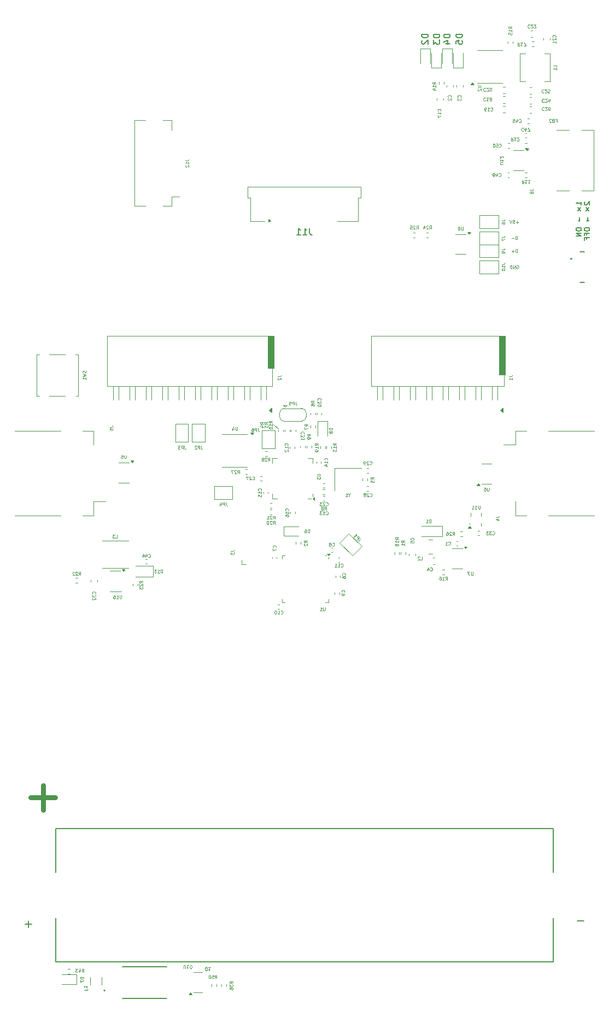
<source format=gbr>
%TF.GenerationSoftware,KiCad,Pcbnew,9.0.4*%
%TF.CreationDate,2025-09-18T14:59:59+02:00*%
%TF.ProjectId,blackpants,626c6163-6b70-4616-9e74-732e6b696361,V2.5*%
%TF.SameCoordinates,Original*%
%TF.FileFunction,Legend,Bot*%
%TF.FilePolarity,Positive*%
%FSLAX46Y46*%
G04 Gerber Fmt 4.6, Leading zero omitted, Abs format (unit mm)*
G04 Created by KiCad (PCBNEW 9.0.4) date 2025-09-18 14:59:59*
%MOMM*%
%LPD*%
G01*
G04 APERTURE LIST*
%ADD10C,0.800000*%
%ADD11C,0.100000*%
%ADD12C,0.125000*%
%ADD13C,0.160000*%
%ADD14C,0.150000*%
%ADD15C,0.120000*%
%ADD16C,0.127000*%
%ADD17C,0.200000*%
G04 APERTURE END LIST*
D10*
X36404761Y-148566733D02*
X32595238Y-148566733D01*
X34499999Y-150471495D02*
X34499999Y-146661971D01*
D11*
X70200000Y-90700000D02*
X70900000Y-91400000D01*
D12*
X107880952Y-66098619D02*
X107928571Y-66074809D01*
X107928571Y-66074809D02*
X108000000Y-66074809D01*
X108000000Y-66074809D02*
X108071428Y-66098619D01*
X108071428Y-66098619D02*
X108119047Y-66146238D01*
X108119047Y-66146238D02*
X108142857Y-66193857D01*
X108142857Y-66193857D02*
X108166666Y-66289095D01*
X108166666Y-66289095D02*
X108166666Y-66360523D01*
X108166666Y-66360523D02*
X108142857Y-66455761D01*
X108142857Y-66455761D02*
X108119047Y-66503380D01*
X108119047Y-66503380D02*
X108071428Y-66551000D01*
X108071428Y-66551000D02*
X108000000Y-66574809D01*
X108000000Y-66574809D02*
X107952381Y-66574809D01*
X107952381Y-66574809D02*
X107880952Y-66551000D01*
X107880952Y-66551000D02*
X107857143Y-66527190D01*
X107857143Y-66527190D02*
X107857143Y-66360523D01*
X107857143Y-66360523D02*
X107952381Y-66360523D01*
X107642857Y-66574809D02*
X107642857Y-66074809D01*
X107642857Y-66074809D02*
X107357143Y-66574809D01*
X107357143Y-66574809D02*
X107357143Y-66074809D01*
X107119047Y-66574809D02*
X107119047Y-66074809D01*
X107119047Y-66074809D02*
X106999999Y-66074809D01*
X106999999Y-66074809D02*
X106928571Y-66098619D01*
X106928571Y-66098619D02*
X106880952Y-66146238D01*
X106880952Y-66146238D02*
X106857142Y-66193857D01*
X106857142Y-66193857D02*
X106833333Y-66289095D01*
X106833333Y-66289095D02*
X106833333Y-66360523D01*
X106833333Y-66360523D02*
X106857142Y-66455761D01*
X106857142Y-66455761D02*
X106880952Y-66503380D01*
X106880952Y-66503380D02*
X106928571Y-66551000D01*
X106928571Y-66551000D02*
X106999999Y-66574809D01*
X106999999Y-66574809D02*
X107119047Y-66574809D01*
D13*
X117855820Y-56714786D02*
X117855820Y-56257643D01*
X117855820Y-56486215D02*
X117055820Y-56486215D01*
X117055820Y-56486215D02*
X117170105Y-56410024D01*
X117170105Y-56410024D02*
X117246296Y-56333834D01*
X117246296Y-56333834D02*
X117284391Y-56257643D01*
X117322486Y-57133834D02*
X117779629Y-57590977D01*
X117322486Y-57590977D02*
X117779629Y-57133834D01*
X117551058Y-58657644D02*
X117551058Y-59267168D01*
X117703439Y-59114787D02*
X117551058Y-59267168D01*
X117551058Y-59267168D02*
X117398677Y-59114787D01*
X117055820Y-60410025D02*
X117055820Y-60562406D01*
X117055820Y-60562406D02*
X117093915Y-60638596D01*
X117093915Y-60638596D02*
X117170105Y-60714787D01*
X117170105Y-60714787D02*
X117322486Y-60752882D01*
X117322486Y-60752882D02*
X117589153Y-60752882D01*
X117589153Y-60752882D02*
X117741534Y-60714787D01*
X117741534Y-60714787D02*
X117817725Y-60638596D01*
X117817725Y-60638596D02*
X117855820Y-60562406D01*
X117855820Y-60562406D02*
X117855820Y-60410025D01*
X117855820Y-60410025D02*
X117817725Y-60333834D01*
X117817725Y-60333834D02*
X117741534Y-60257644D01*
X117741534Y-60257644D02*
X117589153Y-60219548D01*
X117589153Y-60219548D02*
X117322486Y-60219548D01*
X117322486Y-60219548D02*
X117170105Y-60257644D01*
X117170105Y-60257644D02*
X117093915Y-60333834D01*
X117093915Y-60333834D02*
X117055820Y-60410025D01*
X117855820Y-61095739D02*
X117055820Y-61095739D01*
X117055820Y-61095739D02*
X117855820Y-61552882D01*
X117855820Y-61552882D02*
X117055820Y-61552882D01*
X118419965Y-56257643D02*
X118381870Y-56295739D01*
X118381870Y-56295739D02*
X118343775Y-56371929D01*
X118343775Y-56371929D02*
X118343775Y-56562405D01*
X118343775Y-56562405D02*
X118381870Y-56638596D01*
X118381870Y-56638596D02*
X118419965Y-56676691D01*
X118419965Y-56676691D02*
X118496156Y-56714786D01*
X118496156Y-56714786D02*
X118572346Y-56714786D01*
X118572346Y-56714786D02*
X118686632Y-56676691D01*
X118686632Y-56676691D02*
X119143775Y-56219548D01*
X119143775Y-56219548D02*
X119143775Y-56714786D01*
X118610441Y-57133834D02*
X119067584Y-57590977D01*
X118610441Y-57590977D02*
X119067584Y-57133834D01*
X118839013Y-58657644D02*
X118839013Y-59267168D01*
X118991394Y-59114787D02*
X118839013Y-59267168D01*
X118839013Y-59267168D02*
X118686632Y-59114787D01*
X118343775Y-60410025D02*
X118343775Y-60562406D01*
X118343775Y-60562406D02*
X118381870Y-60638596D01*
X118381870Y-60638596D02*
X118458060Y-60714787D01*
X118458060Y-60714787D02*
X118610441Y-60752882D01*
X118610441Y-60752882D02*
X118877108Y-60752882D01*
X118877108Y-60752882D02*
X119029489Y-60714787D01*
X119029489Y-60714787D02*
X119105680Y-60638596D01*
X119105680Y-60638596D02*
X119143775Y-60562406D01*
X119143775Y-60562406D02*
X119143775Y-60410025D01*
X119143775Y-60410025D02*
X119105680Y-60333834D01*
X119105680Y-60333834D02*
X119029489Y-60257644D01*
X119029489Y-60257644D02*
X118877108Y-60219548D01*
X118877108Y-60219548D02*
X118610441Y-60219548D01*
X118610441Y-60219548D02*
X118458060Y-60257644D01*
X118458060Y-60257644D02*
X118381870Y-60333834D01*
X118381870Y-60333834D02*
X118343775Y-60410025D01*
X118724727Y-61362405D02*
X118724727Y-61095739D01*
X119143775Y-61095739D02*
X118343775Y-61095739D01*
X118343775Y-61095739D02*
X118343775Y-61476691D01*
X118724727Y-62048119D02*
X118724727Y-61781453D01*
X119143775Y-61781453D02*
X118343775Y-61781453D01*
X118343775Y-61781453D02*
X118343775Y-62162405D01*
D12*
X107940476Y-62074809D02*
X107940476Y-61574809D01*
X107940476Y-61574809D02*
X107821428Y-61574809D01*
X107821428Y-61574809D02*
X107750000Y-61598619D01*
X107750000Y-61598619D02*
X107702381Y-61646238D01*
X107702381Y-61646238D02*
X107678571Y-61693857D01*
X107678571Y-61693857D02*
X107654762Y-61789095D01*
X107654762Y-61789095D02*
X107654762Y-61860523D01*
X107654762Y-61860523D02*
X107678571Y-61955761D01*
X107678571Y-61955761D02*
X107702381Y-62003380D01*
X107702381Y-62003380D02*
X107750000Y-62051000D01*
X107750000Y-62051000D02*
X107821428Y-62074809D01*
X107821428Y-62074809D02*
X107940476Y-62074809D01*
X107440476Y-61884333D02*
X107059524Y-61884333D01*
X108142856Y-59384333D02*
X107761904Y-59384333D01*
X107952380Y-59574809D02*
X107952380Y-59193857D01*
X107285713Y-59074809D02*
X107523808Y-59074809D01*
X107523808Y-59074809D02*
X107547617Y-59312904D01*
X107547617Y-59312904D02*
X107523808Y-59289095D01*
X107523808Y-59289095D02*
X107476189Y-59265285D01*
X107476189Y-59265285D02*
X107357141Y-59265285D01*
X107357141Y-59265285D02*
X107309522Y-59289095D01*
X107309522Y-59289095D02*
X107285713Y-59312904D01*
X107285713Y-59312904D02*
X107261903Y-59360523D01*
X107261903Y-59360523D02*
X107261903Y-59479571D01*
X107261903Y-59479571D02*
X107285713Y-59527190D01*
X107285713Y-59527190D02*
X107309522Y-59551000D01*
X107309522Y-59551000D02*
X107357141Y-59574809D01*
X107357141Y-59574809D02*
X107476189Y-59574809D01*
X107476189Y-59574809D02*
X107523808Y-59551000D01*
X107523808Y-59551000D02*
X107547617Y-59527190D01*
X107119046Y-59074809D02*
X106952380Y-59574809D01*
X106952380Y-59574809D02*
X106785713Y-59074809D01*
X107940476Y-64074809D02*
X107940476Y-63574809D01*
X107940476Y-63574809D02*
X107821428Y-63574809D01*
X107821428Y-63574809D02*
X107750000Y-63598619D01*
X107750000Y-63598619D02*
X107702381Y-63646238D01*
X107702381Y-63646238D02*
X107678571Y-63693857D01*
X107678571Y-63693857D02*
X107654762Y-63789095D01*
X107654762Y-63789095D02*
X107654762Y-63860523D01*
X107654762Y-63860523D02*
X107678571Y-63955761D01*
X107678571Y-63955761D02*
X107702381Y-64003380D01*
X107702381Y-64003380D02*
X107750000Y-64051000D01*
X107750000Y-64051000D02*
X107821428Y-64074809D01*
X107821428Y-64074809D02*
X107940476Y-64074809D01*
X107440476Y-63884333D02*
X107059524Y-63884333D01*
X107250000Y-64074809D02*
X107250000Y-63693857D01*
X69321428Y-96424809D02*
X69488094Y-96186714D01*
X69607142Y-96424809D02*
X69607142Y-95924809D01*
X69607142Y-95924809D02*
X69416666Y-95924809D01*
X69416666Y-95924809D02*
X69369047Y-95948619D01*
X69369047Y-95948619D02*
X69345237Y-95972428D01*
X69345237Y-95972428D02*
X69321428Y-96020047D01*
X69321428Y-96020047D02*
X69321428Y-96091476D01*
X69321428Y-96091476D02*
X69345237Y-96139095D01*
X69345237Y-96139095D02*
X69369047Y-96162904D01*
X69369047Y-96162904D02*
X69416666Y-96186714D01*
X69416666Y-96186714D02*
X69607142Y-96186714D01*
X69130951Y-95972428D02*
X69107142Y-95948619D01*
X69107142Y-95948619D02*
X69059523Y-95924809D01*
X69059523Y-95924809D02*
X68940475Y-95924809D01*
X68940475Y-95924809D02*
X68892856Y-95948619D01*
X68892856Y-95948619D02*
X68869047Y-95972428D01*
X68869047Y-95972428D02*
X68845237Y-96020047D01*
X68845237Y-96020047D02*
X68845237Y-96067666D01*
X68845237Y-96067666D02*
X68869047Y-96139095D01*
X68869047Y-96139095D02*
X69154761Y-96424809D01*
X69154761Y-96424809D02*
X68845237Y-96424809D01*
X68559523Y-96139095D02*
X68607142Y-96115285D01*
X68607142Y-96115285D02*
X68630952Y-96091476D01*
X68630952Y-96091476D02*
X68654761Y-96043857D01*
X68654761Y-96043857D02*
X68654761Y-96020047D01*
X68654761Y-96020047D02*
X68630952Y-95972428D01*
X68630952Y-95972428D02*
X68607142Y-95948619D01*
X68607142Y-95948619D02*
X68559523Y-95924809D01*
X68559523Y-95924809D02*
X68464285Y-95924809D01*
X68464285Y-95924809D02*
X68416666Y-95948619D01*
X68416666Y-95948619D02*
X68392857Y-95972428D01*
X68392857Y-95972428D02*
X68369047Y-96020047D01*
X68369047Y-96020047D02*
X68369047Y-96043857D01*
X68369047Y-96043857D02*
X68392857Y-96091476D01*
X68392857Y-96091476D02*
X68416666Y-96115285D01*
X68416666Y-96115285D02*
X68464285Y-96139095D01*
X68464285Y-96139095D02*
X68559523Y-96139095D01*
X68559523Y-96139095D02*
X68607142Y-96162904D01*
X68607142Y-96162904D02*
X68630952Y-96186714D01*
X68630952Y-96186714D02*
X68654761Y-96234333D01*
X68654761Y-96234333D02*
X68654761Y-96329571D01*
X68654761Y-96329571D02*
X68630952Y-96377190D01*
X68630952Y-96377190D02*
X68607142Y-96401000D01*
X68607142Y-96401000D02*
X68559523Y-96424809D01*
X68559523Y-96424809D02*
X68464285Y-96424809D01*
X68464285Y-96424809D02*
X68416666Y-96401000D01*
X68416666Y-96401000D02*
X68392857Y-96377190D01*
X68392857Y-96377190D02*
X68369047Y-96329571D01*
X68369047Y-96329571D02*
X68369047Y-96234333D01*
X68369047Y-96234333D02*
X68392857Y-96186714D01*
X68392857Y-96186714D02*
X68416666Y-96162904D01*
X68416666Y-96162904D02*
X68464285Y-96139095D01*
X64621428Y-98324809D02*
X64788094Y-98086714D01*
X64907142Y-98324809D02*
X64907142Y-97824809D01*
X64907142Y-97824809D02*
X64716666Y-97824809D01*
X64716666Y-97824809D02*
X64669047Y-97848619D01*
X64669047Y-97848619D02*
X64645237Y-97872428D01*
X64645237Y-97872428D02*
X64621428Y-97920047D01*
X64621428Y-97920047D02*
X64621428Y-97991476D01*
X64621428Y-97991476D02*
X64645237Y-98039095D01*
X64645237Y-98039095D02*
X64669047Y-98062904D01*
X64669047Y-98062904D02*
X64716666Y-98086714D01*
X64716666Y-98086714D02*
X64907142Y-98086714D01*
X64430951Y-97872428D02*
X64407142Y-97848619D01*
X64407142Y-97848619D02*
X64359523Y-97824809D01*
X64359523Y-97824809D02*
X64240475Y-97824809D01*
X64240475Y-97824809D02*
X64192856Y-97848619D01*
X64192856Y-97848619D02*
X64169047Y-97872428D01*
X64169047Y-97872428D02*
X64145237Y-97920047D01*
X64145237Y-97920047D02*
X64145237Y-97967666D01*
X64145237Y-97967666D02*
X64169047Y-98039095D01*
X64169047Y-98039095D02*
X64454761Y-98324809D01*
X64454761Y-98324809D02*
X64145237Y-98324809D01*
X63978571Y-97824809D02*
X63645238Y-97824809D01*
X63645238Y-97824809D02*
X63859523Y-98324809D01*
X108878571Y-44822809D02*
X108854762Y-44799000D01*
X108854762Y-44799000D02*
X108783333Y-44775190D01*
X108783333Y-44775190D02*
X108735714Y-44775190D01*
X108735714Y-44775190D02*
X108664286Y-44799000D01*
X108664286Y-44799000D02*
X108616667Y-44846619D01*
X108616667Y-44846619D02*
X108592857Y-44894238D01*
X108592857Y-44894238D02*
X108569048Y-44989476D01*
X108569048Y-44989476D02*
X108569048Y-45060904D01*
X108569048Y-45060904D02*
X108592857Y-45156142D01*
X108592857Y-45156142D02*
X108616667Y-45203761D01*
X108616667Y-45203761D02*
X108664286Y-45251380D01*
X108664286Y-45251380D02*
X108735714Y-45275190D01*
X108735714Y-45275190D02*
X108783333Y-45275190D01*
X108783333Y-45275190D02*
X108854762Y-45251380D01*
X108854762Y-45251380D02*
X108878571Y-45227571D01*
X109307143Y-45108523D02*
X109307143Y-44775190D01*
X109188095Y-45299000D02*
X109069048Y-44941857D01*
X109069048Y-44941857D02*
X109378571Y-44941857D01*
X109521428Y-45275190D02*
X109854761Y-45275190D01*
X109854761Y-45275190D02*
X109640476Y-44775190D01*
X103821428Y-42077190D02*
X103845237Y-42101000D01*
X103845237Y-42101000D02*
X103916666Y-42124809D01*
X103916666Y-42124809D02*
X103964285Y-42124809D01*
X103964285Y-42124809D02*
X104035713Y-42101000D01*
X104035713Y-42101000D02*
X104083332Y-42053380D01*
X104083332Y-42053380D02*
X104107142Y-42005761D01*
X104107142Y-42005761D02*
X104130951Y-41910523D01*
X104130951Y-41910523D02*
X104130951Y-41839095D01*
X104130951Y-41839095D02*
X104107142Y-41743857D01*
X104107142Y-41743857D02*
X104083332Y-41696238D01*
X104083332Y-41696238D02*
X104035713Y-41648619D01*
X104035713Y-41648619D02*
X103964285Y-41624809D01*
X103964285Y-41624809D02*
X103916666Y-41624809D01*
X103916666Y-41624809D02*
X103845237Y-41648619D01*
X103845237Y-41648619D02*
X103821428Y-41672428D01*
X103345237Y-42124809D02*
X103630951Y-42124809D01*
X103488094Y-42124809D02*
X103488094Y-41624809D01*
X103488094Y-41624809D02*
X103535713Y-41696238D01*
X103535713Y-41696238D02*
X103583332Y-41743857D01*
X103583332Y-41743857D02*
X103630951Y-41767666D01*
X103107142Y-42124809D02*
X103011904Y-42124809D01*
X103011904Y-42124809D02*
X102964285Y-42101000D01*
X102964285Y-42101000D02*
X102940476Y-42077190D01*
X102940476Y-42077190D02*
X102892857Y-42005761D01*
X102892857Y-42005761D02*
X102869047Y-41910523D01*
X102869047Y-41910523D02*
X102869047Y-41720047D01*
X102869047Y-41720047D02*
X102892857Y-41672428D01*
X102892857Y-41672428D02*
X102916666Y-41648619D01*
X102916666Y-41648619D02*
X102964285Y-41624809D01*
X102964285Y-41624809D02*
X103059523Y-41624809D01*
X103059523Y-41624809D02*
X103107142Y-41648619D01*
X103107142Y-41648619D02*
X103130952Y-41672428D01*
X103130952Y-41672428D02*
X103154761Y-41720047D01*
X103154761Y-41720047D02*
X103154761Y-41839095D01*
X103154761Y-41839095D02*
X103130952Y-41886714D01*
X103130952Y-41886714D02*
X103107142Y-41910523D01*
X103107142Y-41910523D02*
X103059523Y-41934333D01*
X103059523Y-41934333D02*
X102964285Y-41934333D01*
X102964285Y-41934333D02*
X102916666Y-41910523D01*
X102916666Y-41910523D02*
X102892857Y-41886714D01*
X102892857Y-41886714D02*
X102869047Y-41839095D01*
X96077190Y-42178571D02*
X96101000Y-42154762D01*
X96101000Y-42154762D02*
X96124809Y-42083333D01*
X96124809Y-42083333D02*
X96124809Y-42035714D01*
X96124809Y-42035714D02*
X96101000Y-41964286D01*
X96101000Y-41964286D02*
X96053380Y-41916667D01*
X96053380Y-41916667D02*
X96005761Y-41892857D01*
X96005761Y-41892857D02*
X95910523Y-41869048D01*
X95910523Y-41869048D02*
X95839095Y-41869048D01*
X95839095Y-41869048D02*
X95743857Y-41892857D01*
X95743857Y-41892857D02*
X95696238Y-41916667D01*
X95696238Y-41916667D02*
X95648619Y-41964286D01*
X95648619Y-41964286D02*
X95624809Y-42035714D01*
X95624809Y-42035714D02*
X95624809Y-42083333D01*
X95624809Y-42083333D02*
X95648619Y-42154762D01*
X95648619Y-42154762D02*
X95672428Y-42178571D01*
X96124809Y-42654762D02*
X96124809Y-42369048D01*
X96124809Y-42511905D02*
X95624809Y-42511905D01*
X95624809Y-42511905D02*
X95696238Y-42464286D01*
X95696238Y-42464286D02*
X95743857Y-42416667D01*
X95743857Y-42416667D02*
X95767666Y-42369048D01*
X95624809Y-42821428D02*
X95624809Y-43154761D01*
X95624809Y-43154761D02*
X96124809Y-42940476D01*
X70577190Y-109816666D02*
X70601000Y-109792857D01*
X70601000Y-109792857D02*
X70624809Y-109721428D01*
X70624809Y-109721428D02*
X70624809Y-109673809D01*
X70624809Y-109673809D02*
X70601000Y-109602381D01*
X70601000Y-109602381D02*
X70553380Y-109554762D01*
X70553380Y-109554762D02*
X70505761Y-109530952D01*
X70505761Y-109530952D02*
X70410523Y-109507143D01*
X70410523Y-109507143D02*
X70339095Y-109507143D01*
X70339095Y-109507143D02*
X70243857Y-109530952D01*
X70243857Y-109530952D02*
X70196238Y-109554762D01*
X70196238Y-109554762D02*
X70148619Y-109602381D01*
X70148619Y-109602381D02*
X70124809Y-109673809D01*
X70124809Y-109673809D02*
X70124809Y-109721428D01*
X70124809Y-109721428D02*
X70148619Y-109792857D01*
X70148619Y-109792857D02*
X70172428Y-109816666D01*
X70124809Y-109983333D02*
X70124809Y-110316666D01*
X70124809Y-110316666D02*
X70624809Y-110102381D01*
D11*
X105526109Y-63683333D02*
X105883252Y-63683333D01*
X105883252Y-63683333D02*
X105954680Y-63659524D01*
X105954680Y-63659524D02*
X106002300Y-63611905D01*
X106002300Y-63611905D02*
X106026109Y-63540476D01*
X106026109Y-63540476D02*
X106026109Y-63492857D01*
X106026109Y-63945238D02*
X106026109Y-64040476D01*
X106026109Y-64040476D02*
X106002300Y-64088095D01*
X106002300Y-64088095D02*
X105978490Y-64111904D01*
X105978490Y-64111904D02*
X105907061Y-64159523D01*
X105907061Y-64159523D02*
X105811823Y-64183333D01*
X105811823Y-64183333D02*
X105621347Y-64183333D01*
X105621347Y-64183333D02*
X105573728Y-64159523D01*
X105573728Y-64159523D02*
X105549919Y-64135714D01*
X105549919Y-64135714D02*
X105526109Y-64088095D01*
X105526109Y-64088095D02*
X105526109Y-63992857D01*
X105526109Y-63992857D02*
X105549919Y-63945238D01*
X105549919Y-63945238D02*
X105573728Y-63921428D01*
X105573728Y-63921428D02*
X105621347Y-63897619D01*
X105621347Y-63897619D02*
X105740395Y-63897619D01*
X105740395Y-63897619D02*
X105788014Y-63921428D01*
X105788014Y-63921428D02*
X105811823Y-63945238D01*
X105811823Y-63945238D02*
X105835633Y-63992857D01*
X105835633Y-63992857D02*
X105835633Y-64088095D01*
X105835633Y-64088095D02*
X105811823Y-64135714D01*
X105811823Y-64135714D02*
X105788014Y-64159523D01*
X105788014Y-64159523D02*
X105740395Y-64183333D01*
D12*
X109924809Y-54433333D02*
X110281952Y-54433333D01*
X110281952Y-54433333D02*
X110353380Y-54409524D01*
X110353380Y-54409524D02*
X110401000Y-54361905D01*
X110401000Y-54361905D02*
X110424809Y-54290476D01*
X110424809Y-54290476D02*
X110424809Y-54242857D01*
X110139095Y-54742857D02*
X110115285Y-54695238D01*
X110115285Y-54695238D02*
X110091476Y-54671428D01*
X110091476Y-54671428D02*
X110043857Y-54647619D01*
X110043857Y-54647619D02*
X110020047Y-54647619D01*
X110020047Y-54647619D02*
X109972428Y-54671428D01*
X109972428Y-54671428D02*
X109948619Y-54695238D01*
X109948619Y-54695238D02*
X109924809Y-54742857D01*
X109924809Y-54742857D02*
X109924809Y-54838095D01*
X109924809Y-54838095D02*
X109948619Y-54885714D01*
X109948619Y-54885714D02*
X109972428Y-54909523D01*
X109972428Y-54909523D02*
X110020047Y-54933333D01*
X110020047Y-54933333D02*
X110043857Y-54933333D01*
X110043857Y-54933333D02*
X110091476Y-54909523D01*
X110091476Y-54909523D02*
X110115285Y-54885714D01*
X110115285Y-54885714D02*
X110139095Y-54838095D01*
X110139095Y-54838095D02*
X110139095Y-54742857D01*
X110139095Y-54742857D02*
X110162904Y-54695238D01*
X110162904Y-54695238D02*
X110186714Y-54671428D01*
X110186714Y-54671428D02*
X110234333Y-54647619D01*
X110234333Y-54647619D02*
X110329571Y-54647619D01*
X110329571Y-54647619D02*
X110377190Y-54671428D01*
X110377190Y-54671428D02*
X110401000Y-54695238D01*
X110401000Y-54695238D02*
X110424809Y-54742857D01*
X110424809Y-54742857D02*
X110424809Y-54838095D01*
X110424809Y-54838095D02*
X110401000Y-54885714D01*
X110401000Y-54885714D02*
X110377190Y-54909523D01*
X110377190Y-54909523D02*
X110329571Y-54933333D01*
X110329571Y-54933333D02*
X110234333Y-54933333D01*
X110234333Y-54933333D02*
X110186714Y-54909523D01*
X110186714Y-54909523D02*
X110162904Y-54885714D01*
X110162904Y-54885714D02*
X110139095Y-54838095D01*
D11*
X105526109Y-65895238D02*
X105883252Y-65895238D01*
X105883252Y-65895238D02*
X105954680Y-65871429D01*
X105954680Y-65871429D02*
X106002300Y-65823810D01*
X106002300Y-65823810D02*
X106026109Y-65752381D01*
X106026109Y-65752381D02*
X106026109Y-65704762D01*
X106026109Y-66395238D02*
X106026109Y-66109524D01*
X106026109Y-66252381D02*
X105526109Y-66252381D01*
X105526109Y-66252381D02*
X105597538Y-66204762D01*
X105597538Y-66204762D02*
X105645157Y-66157143D01*
X105645157Y-66157143D02*
X105668966Y-66109524D01*
X105526109Y-66704761D02*
X105526109Y-66752380D01*
X105526109Y-66752380D02*
X105549919Y-66799999D01*
X105549919Y-66799999D02*
X105573728Y-66823809D01*
X105573728Y-66823809D02*
X105621347Y-66847618D01*
X105621347Y-66847618D02*
X105716585Y-66871428D01*
X105716585Y-66871428D02*
X105835633Y-66871428D01*
X105835633Y-66871428D02*
X105930871Y-66847618D01*
X105930871Y-66847618D02*
X105978490Y-66823809D01*
X105978490Y-66823809D02*
X106002300Y-66799999D01*
X106002300Y-66799999D02*
X106026109Y-66752380D01*
X106026109Y-66752380D02*
X106026109Y-66704761D01*
X106026109Y-66704761D02*
X106002300Y-66657142D01*
X106002300Y-66657142D02*
X105978490Y-66633333D01*
X105978490Y-66633333D02*
X105930871Y-66609523D01*
X105930871Y-66609523D02*
X105835633Y-66585714D01*
X105835633Y-66585714D02*
X105716585Y-66585714D01*
X105716585Y-66585714D02*
X105621347Y-66609523D01*
X105621347Y-66609523D02*
X105573728Y-66633333D01*
X105573728Y-66633333D02*
X105549919Y-66657142D01*
X105549919Y-66657142D02*
X105526109Y-66704761D01*
D12*
X77477190Y-86978571D02*
X77501000Y-86954762D01*
X77501000Y-86954762D02*
X77524809Y-86883333D01*
X77524809Y-86883333D02*
X77524809Y-86835714D01*
X77524809Y-86835714D02*
X77501000Y-86764286D01*
X77501000Y-86764286D02*
X77453380Y-86716667D01*
X77453380Y-86716667D02*
X77405761Y-86692857D01*
X77405761Y-86692857D02*
X77310523Y-86669048D01*
X77310523Y-86669048D02*
X77239095Y-86669048D01*
X77239095Y-86669048D02*
X77143857Y-86692857D01*
X77143857Y-86692857D02*
X77096238Y-86716667D01*
X77096238Y-86716667D02*
X77048619Y-86764286D01*
X77048619Y-86764286D02*
X77024809Y-86835714D01*
X77024809Y-86835714D02*
X77024809Y-86883333D01*
X77024809Y-86883333D02*
X77048619Y-86954762D01*
X77048619Y-86954762D02*
X77072428Y-86978571D01*
X77024809Y-87145238D02*
X77024809Y-87454762D01*
X77024809Y-87454762D02*
X77215285Y-87288095D01*
X77215285Y-87288095D02*
X77215285Y-87359524D01*
X77215285Y-87359524D02*
X77239095Y-87407143D01*
X77239095Y-87407143D02*
X77262904Y-87430952D01*
X77262904Y-87430952D02*
X77310523Y-87454762D01*
X77310523Y-87454762D02*
X77429571Y-87454762D01*
X77429571Y-87454762D02*
X77477190Y-87430952D01*
X77477190Y-87430952D02*
X77501000Y-87407143D01*
X77501000Y-87407143D02*
X77524809Y-87359524D01*
X77524809Y-87359524D02*
X77524809Y-87216667D01*
X77524809Y-87216667D02*
X77501000Y-87169048D01*
X77501000Y-87169048D02*
X77477190Y-87145238D01*
X77024809Y-87764285D02*
X77024809Y-87811904D01*
X77024809Y-87811904D02*
X77048619Y-87859523D01*
X77048619Y-87859523D02*
X77072428Y-87883333D01*
X77072428Y-87883333D02*
X77120047Y-87907142D01*
X77120047Y-87907142D02*
X77215285Y-87930952D01*
X77215285Y-87930952D02*
X77334333Y-87930952D01*
X77334333Y-87930952D02*
X77429571Y-87907142D01*
X77429571Y-87907142D02*
X77477190Y-87883333D01*
X77477190Y-87883333D02*
X77501000Y-87859523D01*
X77501000Y-87859523D02*
X77524809Y-87811904D01*
X77524809Y-87811904D02*
X77524809Y-87764285D01*
X77524809Y-87764285D02*
X77501000Y-87716666D01*
X77501000Y-87716666D02*
X77477190Y-87692857D01*
X77477190Y-87692857D02*
X77429571Y-87669047D01*
X77429571Y-87669047D02*
X77334333Y-87645238D01*
X77334333Y-87645238D02*
X77215285Y-87645238D01*
X77215285Y-87645238D02*
X77120047Y-87669047D01*
X77120047Y-87669047D02*
X77072428Y-87692857D01*
X77072428Y-87692857D02*
X77048619Y-87716666D01*
X77048619Y-87716666D02*
X77024809Y-87764285D01*
X103580952Y-100524809D02*
X103580952Y-100929571D01*
X103580952Y-100929571D02*
X103557142Y-100977190D01*
X103557142Y-100977190D02*
X103533333Y-101001000D01*
X103533333Y-101001000D02*
X103485714Y-101024809D01*
X103485714Y-101024809D02*
X103390476Y-101024809D01*
X103390476Y-101024809D02*
X103342857Y-101001000D01*
X103342857Y-101001000D02*
X103319047Y-100977190D01*
X103319047Y-100977190D02*
X103295238Y-100929571D01*
X103295238Y-100929571D02*
X103295238Y-100524809D01*
X102842856Y-100524809D02*
X102938094Y-100524809D01*
X102938094Y-100524809D02*
X102985713Y-100548619D01*
X102985713Y-100548619D02*
X103009523Y-100572428D01*
X103009523Y-100572428D02*
X103057142Y-100643857D01*
X103057142Y-100643857D02*
X103080951Y-100739095D01*
X103080951Y-100739095D02*
X103080951Y-100929571D01*
X103080951Y-100929571D02*
X103057142Y-100977190D01*
X103057142Y-100977190D02*
X103033332Y-101001000D01*
X103033332Y-101001000D02*
X102985713Y-101024809D01*
X102985713Y-101024809D02*
X102890475Y-101024809D01*
X102890475Y-101024809D02*
X102842856Y-101001000D01*
X102842856Y-101001000D02*
X102819047Y-100977190D01*
X102819047Y-100977190D02*
X102795237Y-100929571D01*
X102795237Y-100929571D02*
X102795237Y-100810523D01*
X102795237Y-100810523D02*
X102819047Y-100762904D01*
X102819047Y-100762904D02*
X102842856Y-100739095D01*
X102842856Y-100739095D02*
X102890475Y-100715285D01*
X102890475Y-100715285D02*
X102985713Y-100715285D01*
X102985713Y-100715285D02*
X103033332Y-100739095D01*
X103033332Y-100739095D02*
X103057142Y-100762904D01*
X103057142Y-100762904D02*
X103080951Y-100810523D01*
X78321428Y-104677190D02*
X78345237Y-104701000D01*
X78345237Y-104701000D02*
X78416666Y-104724809D01*
X78416666Y-104724809D02*
X78464285Y-104724809D01*
X78464285Y-104724809D02*
X78535713Y-104701000D01*
X78535713Y-104701000D02*
X78583332Y-104653380D01*
X78583332Y-104653380D02*
X78607142Y-104605761D01*
X78607142Y-104605761D02*
X78630951Y-104510523D01*
X78630951Y-104510523D02*
X78630951Y-104439095D01*
X78630951Y-104439095D02*
X78607142Y-104343857D01*
X78607142Y-104343857D02*
X78583332Y-104296238D01*
X78583332Y-104296238D02*
X78535713Y-104248619D01*
X78535713Y-104248619D02*
X78464285Y-104224809D01*
X78464285Y-104224809D02*
X78416666Y-104224809D01*
X78416666Y-104224809D02*
X78345237Y-104248619D01*
X78345237Y-104248619D02*
X78321428Y-104272428D01*
X77845237Y-104724809D02*
X78130951Y-104724809D01*
X77988094Y-104724809D02*
X77988094Y-104224809D01*
X77988094Y-104224809D02*
X78035713Y-104296238D01*
X78035713Y-104296238D02*
X78083332Y-104343857D01*
X78083332Y-104343857D02*
X78130951Y-104367666D01*
X77678571Y-104224809D02*
X77369047Y-104224809D01*
X77369047Y-104224809D02*
X77535714Y-104415285D01*
X77535714Y-104415285D02*
X77464285Y-104415285D01*
X77464285Y-104415285D02*
X77416666Y-104439095D01*
X77416666Y-104439095D02*
X77392857Y-104462904D01*
X77392857Y-104462904D02*
X77369047Y-104510523D01*
X77369047Y-104510523D02*
X77369047Y-104629571D01*
X77369047Y-104629571D02*
X77392857Y-104677190D01*
X77392857Y-104677190D02*
X77416666Y-104701000D01*
X77416666Y-104701000D02*
X77464285Y-104724809D01*
X77464285Y-104724809D02*
X77607142Y-104724809D01*
X77607142Y-104724809D02*
X77654761Y-104701000D01*
X77654761Y-104701000D02*
X77678571Y-104677190D01*
X41137095Y-178266665D02*
X41137095Y-178433332D01*
X40875190Y-178433332D02*
X41375190Y-178433332D01*
X41375190Y-178433332D02*
X41375190Y-178195237D01*
X40875190Y-177742856D02*
X40875190Y-178028570D01*
X40875190Y-177885713D02*
X41375190Y-177885713D01*
X41375190Y-177885713D02*
X41303761Y-177933332D01*
X41303761Y-177933332D02*
X41256142Y-177980951D01*
X41256142Y-177980951D02*
X41232333Y-178028570D01*
X59952380Y-174827571D02*
X59904761Y-174851380D01*
X59904761Y-174851380D02*
X59857142Y-174899000D01*
X59857142Y-174899000D02*
X59785714Y-174970428D01*
X59785714Y-174970428D02*
X59738095Y-174994238D01*
X59738095Y-174994238D02*
X59690476Y-174994238D01*
X59714285Y-174875190D02*
X59666666Y-174899000D01*
X59666666Y-174899000D02*
X59619047Y-174946619D01*
X59619047Y-174946619D02*
X59595238Y-175041857D01*
X59595238Y-175041857D02*
X59595238Y-175208523D01*
X59595238Y-175208523D02*
X59619047Y-175303761D01*
X59619047Y-175303761D02*
X59666666Y-175351380D01*
X59666666Y-175351380D02*
X59714285Y-175375190D01*
X59714285Y-175375190D02*
X59809523Y-175375190D01*
X59809523Y-175375190D02*
X59857142Y-175351380D01*
X59857142Y-175351380D02*
X59904761Y-175303761D01*
X59904761Y-175303761D02*
X59928571Y-175208523D01*
X59928571Y-175208523D02*
X59928571Y-175041857D01*
X59928571Y-175041857D02*
X59904761Y-174946619D01*
X59904761Y-174946619D02*
X59857142Y-174899000D01*
X59857142Y-174899000D02*
X59809523Y-174875190D01*
X59809523Y-174875190D02*
X59714285Y-174875190D01*
X60404762Y-174875190D02*
X60119048Y-174875190D01*
X60261905Y-174875190D02*
X60261905Y-175375190D01*
X60261905Y-175375190D02*
X60214286Y-175303761D01*
X60214286Y-175303761D02*
X60166667Y-175256142D01*
X60166667Y-175256142D02*
X60119048Y-175232333D01*
X81978094Y-101686714D02*
X81978094Y-101924809D01*
X82144760Y-101424809D02*
X81978094Y-101686714D01*
X81978094Y-101686714D02*
X81811427Y-101424809D01*
X81382856Y-101924809D02*
X81668570Y-101924809D01*
X81525713Y-101924809D02*
X81525713Y-101424809D01*
X81525713Y-101424809D02*
X81573332Y-101496238D01*
X81573332Y-101496238D02*
X81620951Y-101543857D01*
X81620951Y-101543857D02*
X81668570Y-101567666D01*
X81177190Y-116758830D02*
X81201000Y-116735021D01*
X81201000Y-116735021D02*
X81224809Y-116663592D01*
X81224809Y-116663592D02*
X81224809Y-116615973D01*
X81224809Y-116615973D02*
X81201000Y-116544545D01*
X81201000Y-116544545D02*
X81153380Y-116496926D01*
X81153380Y-116496926D02*
X81105761Y-116473116D01*
X81105761Y-116473116D02*
X81010523Y-116449307D01*
X81010523Y-116449307D02*
X80939095Y-116449307D01*
X80939095Y-116449307D02*
X80843857Y-116473116D01*
X80843857Y-116473116D02*
X80796238Y-116496926D01*
X80796238Y-116496926D02*
X80748619Y-116544545D01*
X80748619Y-116544545D02*
X80724809Y-116615973D01*
X80724809Y-116615973D02*
X80724809Y-116663592D01*
X80724809Y-116663592D02*
X80748619Y-116735021D01*
X80748619Y-116735021D02*
X80772428Y-116758830D01*
X81224809Y-116996926D02*
X81224809Y-117092164D01*
X81224809Y-117092164D02*
X81201000Y-117139783D01*
X81201000Y-117139783D02*
X81177190Y-117163592D01*
X81177190Y-117163592D02*
X81105761Y-117211211D01*
X81105761Y-117211211D02*
X81010523Y-117235021D01*
X81010523Y-117235021D02*
X80820047Y-117235021D01*
X80820047Y-117235021D02*
X80772428Y-117211211D01*
X80772428Y-117211211D02*
X80748619Y-117187402D01*
X80748619Y-117187402D02*
X80724809Y-117139783D01*
X80724809Y-117139783D02*
X80724809Y-117044545D01*
X80724809Y-117044545D02*
X80748619Y-116996926D01*
X80748619Y-116996926D02*
X80772428Y-116973116D01*
X80772428Y-116973116D02*
X80820047Y-116949307D01*
X80820047Y-116949307D02*
X80939095Y-116949307D01*
X80939095Y-116949307D02*
X80986714Y-116973116D01*
X80986714Y-116973116D02*
X81010523Y-116996926D01*
X81010523Y-116996926D02*
X81034333Y-117044545D01*
X81034333Y-117044545D02*
X81034333Y-117139783D01*
X81034333Y-117139783D02*
X81010523Y-117187402D01*
X81010523Y-117187402D02*
X80986714Y-117211211D01*
X80986714Y-117211211D02*
X80939095Y-117235021D01*
X83689216Y-108400038D02*
X83436678Y-108652576D01*
X83436678Y-108652576D02*
X83403006Y-108719920D01*
X83403006Y-108719920D02*
X83403006Y-108787263D01*
X83403006Y-108787263D02*
X83436678Y-108854607D01*
X83436678Y-108854607D02*
X83470350Y-108888278D01*
X83167304Y-108585233D02*
X83520858Y-108231679D01*
X83520858Y-108231679D02*
X83386171Y-108096992D01*
X83386171Y-108096992D02*
X83335663Y-108080157D01*
X83335663Y-108080157D02*
X83301991Y-108080157D01*
X83301991Y-108080157D02*
X83251484Y-108096992D01*
X83251484Y-108096992D02*
X83200976Y-108147500D01*
X83200976Y-108147500D02*
X83184140Y-108198008D01*
X83184140Y-108198008D02*
X83184140Y-108231679D01*
X83184140Y-108231679D02*
X83200976Y-108282187D01*
X83200976Y-108282187D02*
X83335663Y-108416874D01*
X82628556Y-108046485D02*
X82830587Y-108248515D01*
X82729571Y-108147500D02*
X83083125Y-107793947D01*
X83083125Y-107793947D02*
X83066289Y-107878126D01*
X83066289Y-107878126D02*
X83066289Y-107945470D01*
X83066289Y-107945470D02*
X83083125Y-107995977D01*
X78180952Y-119124809D02*
X78180952Y-119529571D01*
X78180952Y-119529571D02*
X78157142Y-119577190D01*
X78157142Y-119577190D02*
X78133333Y-119601000D01*
X78133333Y-119601000D02*
X78085714Y-119624809D01*
X78085714Y-119624809D02*
X77990476Y-119624809D01*
X77990476Y-119624809D02*
X77942857Y-119601000D01*
X77942857Y-119601000D02*
X77919047Y-119577190D01*
X77919047Y-119577190D02*
X77895238Y-119529571D01*
X77895238Y-119529571D02*
X77895238Y-119124809D01*
X77395237Y-119624809D02*
X77680951Y-119624809D01*
X77538094Y-119624809D02*
X77538094Y-119124809D01*
X77538094Y-119124809D02*
X77585713Y-119196238D01*
X77585713Y-119196238D02*
X77633332Y-119243857D01*
X77633332Y-119243857D02*
X77680951Y-119267666D01*
X101824809Y-38219047D02*
X102229571Y-38219047D01*
X102229571Y-38219047D02*
X102277190Y-38242857D01*
X102277190Y-38242857D02*
X102301000Y-38266666D01*
X102301000Y-38266666D02*
X102324809Y-38314285D01*
X102324809Y-38314285D02*
X102324809Y-38409523D01*
X102324809Y-38409523D02*
X102301000Y-38457142D01*
X102301000Y-38457142D02*
X102277190Y-38480952D01*
X102277190Y-38480952D02*
X102229571Y-38504761D01*
X102229571Y-38504761D02*
X101824809Y-38504761D01*
X101872428Y-38719048D02*
X101848619Y-38742857D01*
X101848619Y-38742857D02*
X101824809Y-38790476D01*
X101824809Y-38790476D02*
X101824809Y-38909524D01*
X101824809Y-38909524D02*
X101848619Y-38957143D01*
X101848619Y-38957143D02*
X101872428Y-38980952D01*
X101872428Y-38980952D02*
X101920047Y-39004762D01*
X101920047Y-39004762D02*
X101967666Y-39004762D01*
X101967666Y-39004762D02*
X102039095Y-38980952D01*
X102039095Y-38980952D02*
X102324809Y-38695238D01*
X102324809Y-38695238D02*
X102324809Y-39004762D01*
X78321428Y-103277190D02*
X78345237Y-103301000D01*
X78345237Y-103301000D02*
X78416666Y-103324809D01*
X78416666Y-103324809D02*
X78464285Y-103324809D01*
X78464285Y-103324809D02*
X78535713Y-103301000D01*
X78535713Y-103301000D02*
X78583332Y-103253380D01*
X78583332Y-103253380D02*
X78607142Y-103205761D01*
X78607142Y-103205761D02*
X78630951Y-103110523D01*
X78630951Y-103110523D02*
X78630951Y-103039095D01*
X78630951Y-103039095D02*
X78607142Y-102943857D01*
X78607142Y-102943857D02*
X78583332Y-102896238D01*
X78583332Y-102896238D02*
X78535713Y-102848619D01*
X78535713Y-102848619D02*
X78464285Y-102824809D01*
X78464285Y-102824809D02*
X78416666Y-102824809D01*
X78416666Y-102824809D02*
X78345237Y-102848619D01*
X78345237Y-102848619D02*
X78321428Y-102872428D01*
X78130951Y-102872428D02*
X78107142Y-102848619D01*
X78107142Y-102848619D02*
X78059523Y-102824809D01*
X78059523Y-102824809D02*
X77940475Y-102824809D01*
X77940475Y-102824809D02*
X77892856Y-102848619D01*
X77892856Y-102848619D02*
X77869047Y-102872428D01*
X77869047Y-102872428D02*
X77845237Y-102920047D01*
X77845237Y-102920047D02*
X77845237Y-102967666D01*
X77845237Y-102967666D02*
X77869047Y-103039095D01*
X77869047Y-103039095D02*
X78154761Y-103324809D01*
X78154761Y-103324809D02*
X77845237Y-103324809D01*
X77678571Y-102824809D02*
X77369047Y-102824809D01*
X77369047Y-102824809D02*
X77535714Y-103015285D01*
X77535714Y-103015285D02*
X77464285Y-103015285D01*
X77464285Y-103015285D02*
X77416666Y-103039095D01*
X77416666Y-103039095D02*
X77392857Y-103062904D01*
X77392857Y-103062904D02*
X77369047Y-103110523D01*
X77369047Y-103110523D02*
X77369047Y-103229571D01*
X77369047Y-103229571D02*
X77392857Y-103277190D01*
X77392857Y-103277190D02*
X77416666Y-103301000D01*
X77416666Y-103301000D02*
X77464285Y-103324809D01*
X77464285Y-103324809D02*
X77607142Y-103324809D01*
X77607142Y-103324809D02*
X77654761Y-103301000D01*
X77654761Y-103301000D02*
X77678571Y-103277190D01*
X112028571Y-38872809D02*
X112004762Y-38849000D01*
X112004762Y-38849000D02*
X111933333Y-38825190D01*
X111933333Y-38825190D02*
X111885714Y-38825190D01*
X111885714Y-38825190D02*
X111814286Y-38849000D01*
X111814286Y-38849000D02*
X111766667Y-38896619D01*
X111766667Y-38896619D02*
X111742857Y-38944238D01*
X111742857Y-38944238D02*
X111719048Y-39039476D01*
X111719048Y-39039476D02*
X111719048Y-39110904D01*
X111719048Y-39110904D02*
X111742857Y-39206142D01*
X111742857Y-39206142D02*
X111766667Y-39253761D01*
X111766667Y-39253761D02*
X111814286Y-39301380D01*
X111814286Y-39301380D02*
X111885714Y-39325190D01*
X111885714Y-39325190D02*
X111933333Y-39325190D01*
X111933333Y-39325190D02*
X112004762Y-39301380D01*
X112004762Y-39301380D02*
X112028571Y-39277571D01*
X112219048Y-39277571D02*
X112242857Y-39301380D01*
X112242857Y-39301380D02*
X112290476Y-39325190D01*
X112290476Y-39325190D02*
X112409524Y-39325190D01*
X112409524Y-39325190D02*
X112457143Y-39301380D01*
X112457143Y-39301380D02*
X112480952Y-39277571D01*
X112480952Y-39277571D02*
X112504762Y-39229952D01*
X112504762Y-39229952D02*
X112504762Y-39182333D01*
X112504762Y-39182333D02*
X112480952Y-39110904D01*
X112480952Y-39110904D02*
X112195238Y-38825190D01*
X112195238Y-38825190D02*
X112504762Y-38825190D01*
X112957142Y-39325190D02*
X112719047Y-39325190D01*
X112719047Y-39325190D02*
X112695238Y-39087095D01*
X112695238Y-39087095D02*
X112719047Y-39110904D01*
X112719047Y-39110904D02*
X112766666Y-39134714D01*
X112766666Y-39134714D02*
X112885714Y-39134714D01*
X112885714Y-39134714D02*
X112933333Y-39110904D01*
X112933333Y-39110904D02*
X112957142Y-39087095D01*
X112957142Y-39087095D02*
X112980952Y-39039476D01*
X112980952Y-39039476D02*
X112980952Y-38920428D01*
X112980952Y-38920428D02*
X112957142Y-38872809D01*
X112957142Y-38872809D02*
X112933333Y-38849000D01*
X112933333Y-38849000D02*
X112885714Y-38825190D01*
X112885714Y-38825190D02*
X112766666Y-38825190D01*
X112766666Y-38825190D02*
X112719047Y-38849000D01*
X112719047Y-38849000D02*
X112695238Y-38872809D01*
X96821428Y-114824809D02*
X96988094Y-114586714D01*
X97107142Y-114824809D02*
X97107142Y-114324809D01*
X97107142Y-114324809D02*
X96916666Y-114324809D01*
X96916666Y-114324809D02*
X96869047Y-114348619D01*
X96869047Y-114348619D02*
X96845237Y-114372428D01*
X96845237Y-114372428D02*
X96821428Y-114420047D01*
X96821428Y-114420047D02*
X96821428Y-114491476D01*
X96821428Y-114491476D02*
X96845237Y-114539095D01*
X96845237Y-114539095D02*
X96869047Y-114562904D01*
X96869047Y-114562904D02*
X96916666Y-114586714D01*
X96916666Y-114586714D02*
X97107142Y-114586714D01*
X96345237Y-114824809D02*
X96630951Y-114824809D01*
X96488094Y-114824809D02*
X96488094Y-114324809D01*
X96488094Y-114324809D02*
X96535713Y-114396238D01*
X96535713Y-114396238D02*
X96583332Y-114443857D01*
X96583332Y-114443857D02*
X96630951Y-114467666D01*
X95916666Y-114324809D02*
X96011904Y-114324809D01*
X96011904Y-114324809D02*
X96059523Y-114348619D01*
X96059523Y-114348619D02*
X96083333Y-114372428D01*
X96083333Y-114372428D02*
X96130952Y-114443857D01*
X96130952Y-114443857D02*
X96154761Y-114539095D01*
X96154761Y-114539095D02*
X96154761Y-114729571D01*
X96154761Y-114729571D02*
X96130952Y-114777190D01*
X96130952Y-114777190D02*
X96107142Y-114801000D01*
X96107142Y-114801000D02*
X96059523Y-114824809D01*
X96059523Y-114824809D02*
X95964285Y-114824809D01*
X95964285Y-114824809D02*
X95916666Y-114801000D01*
X95916666Y-114801000D02*
X95892857Y-114777190D01*
X95892857Y-114777190D02*
X95869047Y-114729571D01*
X95869047Y-114729571D02*
X95869047Y-114610523D01*
X95869047Y-114610523D02*
X95892857Y-114562904D01*
X95892857Y-114562904D02*
X95916666Y-114539095D01*
X95916666Y-114539095D02*
X95964285Y-114515285D01*
X95964285Y-114515285D02*
X96059523Y-114515285D01*
X96059523Y-114515285D02*
X96107142Y-114539095D01*
X96107142Y-114539095D02*
X96130952Y-114562904D01*
X96130952Y-114562904D02*
X96154761Y-114610523D01*
X63894809Y-177378571D02*
X63656714Y-177211905D01*
X63894809Y-177092857D02*
X63394809Y-177092857D01*
X63394809Y-177092857D02*
X63394809Y-177283333D01*
X63394809Y-177283333D02*
X63418619Y-177330952D01*
X63418619Y-177330952D02*
X63442428Y-177354762D01*
X63442428Y-177354762D02*
X63490047Y-177378571D01*
X63490047Y-177378571D02*
X63561476Y-177378571D01*
X63561476Y-177378571D02*
X63609095Y-177354762D01*
X63609095Y-177354762D02*
X63632904Y-177330952D01*
X63632904Y-177330952D02*
X63656714Y-177283333D01*
X63656714Y-177283333D02*
X63656714Y-177092857D01*
X63394809Y-177545238D02*
X63394809Y-177854762D01*
X63394809Y-177854762D02*
X63585285Y-177688095D01*
X63585285Y-177688095D02*
X63585285Y-177759524D01*
X63585285Y-177759524D02*
X63609095Y-177807143D01*
X63609095Y-177807143D02*
X63632904Y-177830952D01*
X63632904Y-177830952D02*
X63680523Y-177854762D01*
X63680523Y-177854762D02*
X63799571Y-177854762D01*
X63799571Y-177854762D02*
X63847190Y-177830952D01*
X63847190Y-177830952D02*
X63871000Y-177807143D01*
X63871000Y-177807143D02*
X63894809Y-177759524D01*
X63894809Y-177759524D02*
X63894809Y-177616667D01*
X63894809Y-177616667D02*
X63871000Y-177569048D01*
X63871000Y-177569048D02*
X63847190Y-177545238D01*
X63609095Y-178140476D02*
X63585285Y-178092857D01*
X63585285Y-178092857D02*
X63561476Y-178069047D01*
X63561476Y-178069047D02*
X63513857Y-178045238D01*
X63513857Y-178045238D02*
X63490047Y-178045238D01*
X63490047Y-178045238D02*
X63442428Y-178069047D01*
X63442428Y-178069047D02*
X63418619Y-178092857D01*
X63418619Y-178092857D02*
X63394809Y-178140476D01*
X63394809Y-178140476D02*
X63394809Y-178235714D01*
X63394809Y-178235714D02*
X63418619Y-178283333D01*
X63418619Y-178283333D02*
X63442428Y-178307142D01*
X63442428Y-178307142D02*
X63490047Y-178330952D01*
X63490047Y-178330952D02*
X63513857Y-178330952D01*
X63513857Y-178330952D02*
X63561476Y-178307142D01*
X63561476Y-178307142D02*
X63585285Y-178283333D01*
X63585285Y-178283333D02*
X63609095Y-178235714D01*
X63609095Y-178235714D02*
X63609095Y-178140476D01*
X63609095Y-178140476D02*
X63632904Y-178092857D01*
X63632904Y-178092857D02*
X63656714Y-178069047D01*
X63656714Y-178069047D02*
X63704333Y-178045238D01*
X63704333Y-178045238D02*
X63799571Y-178045238D01*
X63799571Y-178045238D02*
X63847190Y-178069047D01*
X63847190Y-178069047D02*
X63871000Y-178092857D01*
X63871000Y-178092857D02*
X63894809Y-178140476D01*
X63894809Y-178140476D02*
X63894809Y-178235714D01*
X63894809Y-178235714D02*
X63871000Y-178283333D01*
X63871000Y-178283333D02*
X63847190Y-178307142D01*
X63847190Y-178307142D02*
X63799571Y-178330952D01*
X63799571Y-178330952D02*
X63704333Y-178330952D01*
X63704333Y-178330952D02*
X63656714Y-178307142D01*
X63656714Y-178307142D02*
X63632904Y-178283333D01*
X63632904Y-178283333D02*
X63609095Y-178235714D01*
X102181547Y-103324809D02*
X102181547Y-103729571D01*
X102181547Y-103729571D02*
X102157737Y-103777190D01*
X102157737Y-103777190D02*
X102133928Y-103801000D01*
X102133928Y-103801000D02*
X102086309Y-103824809D01*
X102086309Y-103824809D02*
X101991071Y-103824809D01*
X101991071Y-103824809D02*
X101943452Y-103801000D01*
X101943452Y-103801000D02*
X101919642Y-103777190D01*
X101919642Y-103777190D02*
X101895833Y-103729571D01*
X101895833Y-103729571D02*
X101895833Y-103324809D01*
X101395832Y-103824809D02*
X101681546Y-103824809D01*
X101538689Y-103824809D02*
X101538689Y-103324809D01*
X101538689Y-103324809D02*
X101586308Y-103396238D01*
X101586308Y-103396238D02*
X101633927Y-103443857D01*
X101633927Y-103443857D02*
X101681546Y-103467666D01*
X100919642Y-103824809D02*
X101205356Y-103824809D01*
X101062499Y-103824809D02*
X101062499Y-103324809D01*
X101062499Y-103324809D02*
X101110118Y-103396238D01*
X101110118Y-103396238D02*
X101157737Y-103443857D01*
X101157737Y-103443857D02*
X101205356Y-103467666D01*
X70131428Y-105424809D02*
X70298094Y-105186714D01*
X70417142Y-105424809D02*
X70417142Y-104924809D01*
X70417142Y-104924809D02*
X70226666Y-104924809D01*
X70226666Y-104924809D02*
X70179047Y-104948619D01*
X70179047Y-104948619D02*
X70155237Y-104972428D01*
X70155237Y-104972428D02*
X70131428Y-105020047D01*
X70131428Y-105020047D02*
X70131428Y-105091476D01*
X70131428Y-105091476D02*
X70155237Y-105139095D01*
X70155237Y-105139095D02*
X70179047Y-105162904D01*
X70179047Y-105162904D02*
X70226666Y-105186714D01*
X70226666Y-105186714D02*
X70417142Y-105186714D01*
X69940951Y-104972428D02*
X69917142Y-104948619D01*
X69917142Y-104948619D02*
X69869523Y-104924809D01*
X69869523Y-104924809D02*
X69750475Y-104924809D01*
X69750475Y-104924809D02*
X69702856Y-104948619D01*
X69702856Y-104948619D02*
X69679047Y-104972428D01*
X69679047Y-104972428D02*
X69655237Y-105020047D01*
X69655237Y-105020047D02*
X69655237Y-105067666D01*
X69655237Y-105067666D02*
X69679047Y-105139095D01*
X69679047Y-105139095D02*
X69964761Y-105424809D01*
X69964761Y-105424809D02*
X69655237Y-105424809D01*
X69179047Y-105424809D02*
X69464761Y-105424809D01*
X69321904Y-105424809D02*
X69321904Y-104924809D01*
X69321904Y-104924809D02*
X69369523Y-104996238D01*
X69369523Y-104996238D02*
X69417142Y-105043857D01*
X69417142Y-105043857D02*
X69464761Y-105067666D01*
X108278571Y-31575190D02*
X108111905Y-31813285D01*
X107992857Y-31575190D02*
X107992857Y-32075190D01*
X107992857Y-32075190D02*
X108183333Y-32075190D01*
X108183333Y-32075190D02*
X108230952Y-32051380D01*
X108230952Y-32051380D02*
X108254762Y-32027571D01*
X108254762Y-32027571D02*
X108278571Y-31979952D01*
X108278571Y-31979952D02*
X108278571Y-31908523D01*
X108278571Y-31908523D02*
X108254762Y-31860904D01*
X108254762Y-31860904D02*
X108230952Y-31837095D01*
X108230952Y-31837095D02*
X108183333Y-31813285D01*
X108183333Y-31813285D02*
X107992857Y-31813285D01*
X108754762Y-31575190D02*
X108469048Y-31575190D01*
X108611905Y-31575190D02*
X108611905Y-32075190D01*
X108611905Y-32075190D02*
X108564286Y-32003761D01*
X108564286Y-32003761D02*
X108516667Y-31956142D01*
X108516667Y-31956142D02*
X108469048Y-31932333D01*
X108921428Y-32075190D02*
X109254761Y-32075190D01*
X109254761Y-32075190D02*
X109040476Y-31575190D01*
X46659047Y-117224809D02*
X46659047Y-117629571D01*
X46659047Y-117629571D02*
X46635237Y-117677190D01*
X46635237Y-117677190D02*
X46611428Y-117701000D01*
X46611428Y-117701000D02*
X46563809Y-117724809D01*
X46563809Y-117724809D02*
X46468571Y-117724809D01*
X46468571Y-117724809D02*
X46420952Y-117701000D01*
X46420952Y-117701000D02*
X46397142Y-117677190D01*
X46397142Y-117677190D02*
X46373333Y-117629571D01*
X46373333Y-117629571D02*
X46373333Y-117224809D01*
X45873332Y-117724809D02*
X46159046Y-117724809D01*
X46016189Y-117724809D02*
X46016189Y-117224809D01*
X46016189Y-117224809D02*
X46063808Y-117296238D01*
X46063808Y-117296238D02*
X46111427Y-117343857D01*
X46111427Y-117343857D02*
X46159046Y-117367666D01*
X45420952Y-117224809D02*
X45659047Y-117224809D01*
X45659047Y-117224809D02*
X45682856Y-117462904D01*
X45682856Y-117462904D02*
X45659047Y-117439095D01*
X45659047Y-117439095D02*
X45611428Y-117415285D01*
X45611428Y-117415285D02*
X45492380Y-117415285D01*
X45492380Y-117415285D02*
X45444761Y-117439095D01*
X45444761Y-117439095D02*
X45420952Y-117462904D01*
X45420952Y-117462904D02*
X45397142Y-117510523D01*
X45397142Y-117510523D02*
X45397142Y-117629571D01*
X45397142Y-117629571D02*
X45420952Y-117677190D01*
X45420952Y-117677190D02*
X45444761Y-117701000D01*
X45444761Y-117701000D02*
X45492380Y-117724809D01*
X45492380Y-117724809D02*
X45611428Y-117724809D01*
X45611428Y-117724809D02*
X45659047Y-117701000D01*
X45659047Y-117701000D02*
X45682856Y-117677190D01*
X64580952Y-91124809D02*
X64580952Y-91529571D01*
X64580952Y-91529571D02*
X64557142Y-91577190D01*
X64557142Y-91577190D02*
X64533333Y-91601000D01*
X64533333Y-91601000D02*
X64485714Y-91624809D01*
X64485714Y-91624809D02*
X64390476Y-91624809D01*
X64390476Y-91624809D02*
X64342857Y-91601000D01*
X64342857Y-91601000D02*
X64319047Y-91577190D01*
X64319047Y-91577190D02*
X64295238Y-91529571D01*
X64295238Y-91529571D02*
X64295238Y-91124809D01*
X63842856Y-91291476D02*
X63842856Y-91624809D01*
X63961904Y-91101000D02*
X64080951Y-91458142D01*
X64080951Y-91458142D02*
X63771428Y-91458142D01*
X42577190Y-116978571D02*
X42601000Y-116954762D01*
X42601000Y-116954762D02*
X42624809Y-116883333D01*
X42624809Y-116883333D02*
X42624809Y-116835714D01*
X42624809Y-116835714D02*
X42601000Y-116764286D01*
X42601000Y-116764286D02*
X42553380Y-116716667D01*
X42553380Y-116716667D02*
X42505761Y-116692857D01*
X42505761Y-116692857D02*
X42410523Y-116669048D01*
X42410523Y-116669048D02*
X42339095Y-116669048D01*
X42339095Y-116669048D02*
X42243857Y-116692857D01*
X42243857Y-116692857D02*
X42196238Y-116716667D01*
X42196238Y-116716667D02*
X42148619Y-116764286D01*
X42148619Y-116764286D02*
X42124809Y-116835714D01*
X42124809Y-116835714D02*
X42124809Y-116883333D01*
X42124809Y-116883333D02*
X42148619Y-116954762D01*
X42148619Y-116954762D02*
X42172428Y-116978571D01*
X42124809Y-117145238D02*
X42124809Y-117454762D01*
X42124809Y-117454762D02*
X42315285Y-117288095D01*
X42315285Y-117288095D02*
X42315285Y-117359524D01*
X42315285Y-117359524D02*
X42339095Y-117407143D01*
X42339095Y-117407143D02*
X42362904Y-117430952D01*
X42362904Y-117430952D02*
X42410523Y-117454762D01*
X42410523Y-117454762D02*
X42529571Y-117454762D01*
X42529571Y-117454762D02*
X42577190Y-117430952D01*
X42577190Y-117430952D02*
X42601000Y-117407143D01*
X42601000Y-117407143D02*
X42624809Y-117359524D01*
X42624809Y-117359524D02*
X42624809Y-117216667D01*
X42624809Y-117216667D02*
X42601000Y-117169048D01*
X42601000Y-117169048D02*
X42577190Y-117145238D01*
X42172428Y-117645238D02*
X42148619Y-117669047D01*
X42148619Y-117669047D02*
X42124809Y-117716666D01*
X42124809Y-117716666D02*
X42124809Y-117835714D01*
X42124809Y-117835714D02*
X42148619Y-117883333D01*
X42148619Y-117883333D02*
X42172428Y-117907142D01*
X42172428Y-117907142D02*
X42220047Y-117930952D01*
X42220047Y-117930952D02*
X42267666Y-117930952D01*
X42267666Y-117930952D02*
X42339095Y-117907142D01*
X42339095Y-117907142D02*
X42624809Y-117621428D01*
X42624809Y-117621428D02*
X42624809Y-117930952D01*
X112078571Y-41622809D02*
X112054762Y-41599000D01*
X112054762Y-41599000D02*
X111983333Y-41575190D01*
X111983333Y-41575190D02*
X111935714Y-41575190D01*
X111935714Y-41575190D02*
X111864286Y-41599000D01*
X111864286Y-41599000D02*
X111816667Y-41646619D01*
X111816667Y-41646619D02*
X111792857Y-41694238D01*
X111792857Y-41694238D02*
X111769048Y-41789476D01*
X111769048Y-41789476D02*
X111769048Y-41860904D01*
X111769048Y-41860904D02*
X111792857Y-41956142D01*
X111792857Y-41956142D02*
X111816667Y-42003761D01*
X111816667Y-42003761D02*
X111864286Y-42051380D01*
X111864286Y-42051380D02*
X111935714Y-42075190D01*
X111935714Y-42075190D02*
X111983333Y-42075190D01*
X111983333Y-42075190D02*
X112054762Y-42051380D01*
X112054762Y-42051380D02*
X112078571Y-42027571D01*
X112269048Y-42027571D02*
X112292857Y-42051380D01*
X112292857Y-42051380D02*
X112340476Y-42075190D01*
X112340476Y-42075190D02*
X112459524Y-42075190D01*
X112459524Y-42075190D02*
X112507143Y-42051380D01*
X112507143Y-42051380D02*
X112530952Y-42027571D01*
X112530952Y-42027571D02*
X112554762Y-41979952D01*
X112554762Y-41979952D02*
X112554762Y-41932333D01*
X112554762Y-41932333D02*
X112530952Y-41860904D01*
X112530952Y-41860904D02*
X112245238Y-41575190D01*
X112245238Y-41575190D02*
X112554762Y-41575190D01*
X112983333Y-42075190D02*
X112888095Y-42075190D01*
X112888095Y-42075190D02*
X112840476Y-42051380D01*
X112840476Y-42051380D02*
X112816666Y-42027571D01*
X112816666Y-42027571D02*
X112769047Y-41956142D01*
X112769047Y-41956142D02*
X112745238Y-41860904D01*
X112745238Y-41860904D02*
X112745238Y-41670428D01*
X112745238Y-41670428D02*
X112769047Y-41622809D01*
X112769047Y-41622809D02*
X112792857Y-41599000D01*
X112792857Y-41599000D02*
X112840476Y-41575190D01*
X112840476Y-41575190D02*
X112935714Y-41575190D01*
X112935714Y-41575190D02*
X112983333Y-41599000D01*
X112983333Y-41599000D02*
X113007142Y-41622809D01*
X113007142Y-41622809D02*
X113030952Y-41670428D01*
X113030952Y-41670428D02*
X113030952Y-41789476D01*
X113030952Y-41789476D02*
X113007142Y-41837095D01*
X113007142Y-41837095D02*
X112983333Y-41860904D01*
X112983333Y-41860904D02*
X112935714Y-41884714D01*
X112935714Y-41884714D02*
X112840476Y-41884714D01*
X112840476Y-41884714D02*
X112792857Y-41860904D01*
X112792857Y-41860904D02*
X112769047Y-41837095D01*
X112769047Y-41837095D02*
X112745238Y-41789476D01*
D11*
X105526109Y-61683333D02*
X105883252Y-61683333D01*
X105883252Y-61683333D02*
X105954680Y-61659524D01*
X105954680Y-61659524D02*
X106002300Y-61611905D01*
X106002300Y-61611905D02*
X106026109Y-61540476D01*
X106026109Y-61540476D02*
X106026109Y-61492857D01*
X105526109Y-61873809D02*
X105526109Y-62207142D01*
X105526109Y-62207142D02*
X106026109Y-61992857D01*
D12*
X68277190Y-100978571D02*
X68301000Y-100954762D01*
X68301000Y-100954762D02*
X68324809Y-100883333D01*
X68324809Y-100883333D02*
X68324809Y-100835714D01*
X68324809Y-100835714D02*
X68301000Y-100764286D01*
X68301000Y-100764286D02*
X68253380Y-100716667D01*
X68253380Y-100716667D02*
X68205761Y-100692857D01*
X68205761Y-100692857D02*
X68110523Y-100669048D01*
X68110523Y-100669048D02*
X68039095Y-100669048D01*
X68039095Y-100669048D02*
X67943857Y-100692857D01*
X67943857Y-100692857D02*
X67896238Y-100716667D01*
X67896238Y-100716667D02*
X67848619Y-100764286D01*
X67848619Y-100764286D02*
X67824809Y-100835714D01*
X67824809Y-100835714D02*
X67824809Y-100883333D01*
X67824809Y-100883333D02*
X67848619Y-100954762D01*
X67848619Y-100954762D02*
X67872428Y-100978571D01*
X68324809Y-101454762D02*
X68324809Y-101169048D01*
X68324809Y-101311905D02*
X67824809Y-101311905D01*
X67824809Y-101311905D02*
X67896238Y-101264286D01*
X67896238Y-101264286D02*
X67943857Y-101216667D01*
X67943857Y-101216667D02*
X67967666Y-101169048D01*
X67824809Y-101907142D02*
X67824809Y-101669047D01*
X67824809Y-101669047D02*
X68062904Y-101645238D01*
X68062904Y-101645238D02*
X68039095Y-101669047D01*
X68039095Y-101669047D02*
X68015285Y-101716666D01*
X68015285Y-101716666D02*
X68015285Y-101835714D01*
X68015285Y-101835714D02*
X68039095Y-101883333D01*
X68039095Y-101883333D02*
X68062904Y-101907142D01*
X68062904Y-101907142D02*
X68110523Y-101930952D01*
X68110523Y-101930952D02*
X68229571Y-101930952D01*
X68229571Y-101930952D02*
X68277190Y-101907142D01*
X68277190Y-101907142D02*
X68301000Y-101883333D01*
X68301000Y-101883333D02*
X68324809Y-101835714D01*
X68324809Y-101835714D02*
X68324809Y-101716666D01*
X68324809Y-101716666D02*
X68301000Y-101669047D01*
X68301000Y-101669047D02*
X68277190Y-101645238D01*
X59016666Y-94074809D02*
X59016666Y-94431952D01*
X59016666Y-94431952D02*
X59040475Y-94503380D01*
X59040475Y-94503380D02*
X59088094Y-94551000D01*
X59088094Y-94551000D02*
X59159523Y-94574809D01*
X59159523Y-94574809D02*
X59207142Y-94574809D01*
X58778571Y-94574809D02*
X58778571Y-94074809D01*
X58778571Y-94074809D02*
X58588095Y-94074809D01*
X58588095Y-94074809D02*
X58540476Y-94098619D01*
X58540476Y-94098619D02*
X58516666Y-94122428D01*
X58516666Y-94122428D02*
X58492857Y-94170047D01*
X58492857Y-94170047D02*
X58492857Y-94241476D01*
X58492857Y-94241476D02*
X58516666Y-94289095D01*
X58516666Y-94289095D02*
X58540476Y-94312904D01*
X58540476Y-94312904D02*
X58588095Y-94336714D01*
X58588095Y-94336714D02*
X58778571Y-94336714D01*
X58302380Y-94122428D02*
X58278571Y-94098619D01*
X58278571Y-94098619D02*
X58230952Y-94074809D01*
X58230952Y-94074809D02*
X58111904Y-94074809D01*
X58111904Y-94074809D02*
X58064285Y-94098619D01*
X58064285Y-94098619D02*
X58040476Y-94122428D01*
X58040476Y-94122428D02*
X58016666Y-94170047D01*
X58016666Y-94170047D02*
X58016666Y-94217666D01*
X58016666Y-94217666D02*
X58040476Y-94289095D01*
X58040476Y-94289095D02*
X58326190Y-94574809D01*
X58326190Y-94574809D02*
X58016666Y-94574809D01*
X85111428Y-96917190D02*
X85135237Y-96941000D01*
X85135237Y-96941000D02*
X85206666Y-96964809D01*
X85206666Y-96964809D02*
X85254285Y-96964809D01*
X85254285Y-96964809D02*
X85325713Y-96941000D01*
X85325713Y-96941000D02*
X85373332Y-96893380D01*
X85373332Y-96893380D02*
X85397142Y-96845761D01*
X85397142Y-96845761D02*
X85420951Y-96750523D01*
X85420951Y-96750523D02*
X85420951Y-96679095D01*
X85420951Y-96679095D02*
X85397142Y-96583857D01*
X85397142Y-96583857D02*
X85373332Y-96536238D01*
X85373332Y-96536238D02*
X85325713Y-96488619D01*
X85325713Y-96488619D02*
X85254285Y-96464809D01*
X85254285Y-96464809D02*
X85206666Y-96464809D01*
X85206666Y-96464809D02*
X85135237Y-96488619D01*
X85135237Y-96488619D02*
X85111428Y-96512428D01*
X84920951Y-96512428D02*
X84897142Y-96488619D01*
X84897142Y-96488619D02*
X84849523Y-96464809D01*
X84849523Y-96464809D02*
X84730475Y-96464809D01*
X84730475Y-96464809D02*
X84682856Y-96488619D01*
X84682856Y-96488619D02*
X84659047Y-96512428D01*
X84659047Y-96512428D02*
X84635237Y-96560047D01*
X84635237Y-96560047D02*
X84635237Y-96607666D01*
X84635237Y-96607666D02*
X84659047Y-96679095D01*
X84659047Y-96679095D02*
X84944761Y-96964809D01*
X84944761Y-96964809D02*
X84635237Y-96964809D01*
X84397142Y-96964809D02*
X84301904Y-96964809D01*
X84301904Y-96964809D02*
X84254285Y-96941000D01*
X84254285Y-96941000D02*
X84230476Y-96917190D01*
X84230476Y-96917190D02*
X84182857Y-96845761D01*
X84182857Y-96845761D02*
X84159047Y-96750523D01*
X84159047Y-96750523D02*
X84159047Y-96560047D01*
X84159047Y-96560047D02*
X84182857Y-96512428D01*
X84182857Y-96512428D02*
X84206666Y-96488619D01*
X84206666Y-96488619D02*
X84254285Y-96464809D01*
X84254285Y-96464809D02*
X84349523Y-96464809D01*
X84349523Y-96464809D02*
X84397142Y-96488619D01*
X84397142Y-96488619D02*
X84420952Y-96512428D01*
X84420952Y-96512428D02*
X84444761Y-96560047D01*
X84444761Y-96560047D02*
X84444761Y-96679095D01*
X84444761Y-96679095D02*
X84420952Y-96726714D01*
X84420952Y-96726714D02*
X84397142Y-96750523D01*
X84397142Y-96750523D02*
X84349523Y-96774333D01*
X84349523Y-96774333D02*
X84254285Y-96774333D01*
X84254285Y-96774333D02*
X84206666Y-96750523D01*
X84206666Y-96750523D02*
X84182857Y-96726714D01*
X84182857Y-96726714D02*
X84159047Y-96679095D01*
X40774809Y-176380952D02*
X40274809Y-176380952D01*
X40274809Y-176380952D02*
X40274809Y-176500000D01*
X40274809Y-176500000D02*
X40298619Y-176571428D01*
X40298619Y-176571428D02*
X40346238Y-176619047D01*
X40346238Y-176619047D02*
X40393857Y-176642857D01*
X40393857Y-176642857D02*
X40489095Y-176666666D01*
X40489095Y-176666666D02*
X40560523Y-176666666D01*
X40560523Y-176666666D02*
X40655761Y-176642857D01*
X40655761Y-176642857D02*
X40703380Y-176619047D01*
X40703380Y-176619047D02*
X40751000Y-176571428D01*
X40751000Y-176571428D02*
X40774809Y-176500000D01*
X40774809Y-176500000D02*
X40774809Y-176380952D01*
X40274809Y-176833333D02*
X40274809Y-177166666D01*
X40274809Y-177166666D02*
X40774809Y-176952381D01*
X113877190Y-30678571D02*
X113901000Y-30654762D01*
X113901000Y-30654762D02*
X113924809Y-30583333D01*
X113924809Y-30583333D02*
X113924809Y-30535714D01*
X113924809Y-30535714D02*
X113901000Y-30464286D01*
X113901000Y-30464286D02*
X113853380Y-30416667D01*
X113853380Y-30416667D02*
X113805761Y-30392857D01*
X113805761Y-30392857D02*
X113710523Y-30369048D01*
X113710523Y-30369048D02*
X113639095Y-30369048D01*
X113639095Y-30369048D02*
X113543857Y-30392857D01*
X113543857Y-30392857D02*
X113496238Y-30416667D01*
X113496238Y-30416667D02*
X113448619Y-30464286D01*
X113448619Y-30464286D02*
X113424809Y-30535714D01*
X113424809Y-30535714D02*
X113424809Y-30583333D01*
X113424809Y-30583333D02*
X113448619Y-30654762D01*
X113448619Y-30654762D02*
X113472428Y-30678571D01*
X113472428Y-30869048D02*
X113448619Y-30892857D01*
X113448619Y-30892857D02*
X113424809Y-30940476D01*
X113424809Y-30940476D02*
X113424809Y-31059524D01*
X113424809Y-31059524D02*
X113448619Y-31107143D01*
X113448619Y-31107143D02*
X113472428Y-31130952D01*
X113472428Y-31130952D02*
X113520047Y-31154762D01*
X113520047Y-31154762D02*
X113567666Y-31154762D01*
X113567666Y-31154762D02*
X113639095Y-31130952D01*
X113639095Y-31130952D02*
X113924809Y-30845238D01*
X113924809Y-30845238D02*
X113924809Y-31154762D01*
X113924809Y-31630952D02*
X113924809Y-31345238D01*
X113924809Y-31488095D02*
X113424809Y-31488095D01*
X113424809Y-31488095D02*
X113496238Y-31440476D01*
X113496238Y-31440476D02*
X113543857Y-31392857D01*
X113543857Y-31392857D02*
X113567666Y-31345238D01*
X56280952Y-175075190D02*
X56280952Y-174670428D01*
X56280952Y-174670428D02*
X56304762Y-174622809D01*
X56304762Y-174622809D02*
X56328571Y-174599000D01*
X56328571Y-174599000D02*
X56376190Y-174575190D01*
X56376190Y-174575190D02*
X56471428Y-174575190D01*
X56471428Y-174575190D02*
X56519047Y-174599000D01*
X56519047Y-174599000D02*
X56542857Y-174622809D01*
X56542857Y-174622809D02*
X56566666Y-174670428D01*
X56566666Y-174670428D02*
X56566666Y-175075190D01*
X57066667Y-174575190D02*
X56780953Y-174575190D01*
X56923810Y-174575190D02*
X56923810Y-175075190D01*
X56923810Y-175075190D02*
X56876191Y-175003761D01*
X56876191Y-175003761D02*
X56828572Y-174956142D01*
X56828572Y-174956142D02*
X56780953Y-174932333D01*
X57376190Y-175075190D02*
X57423809Y-175075190D01*
X57423809Y-175075190D02*
X57471428Y-175051380D01*
X57471428Y-175051380D02*
X57495238Y-175027571D01*
X57495238Y-175027571D02*
X57519047Y-174979952D01*
X57519047Y-174979952D02*
X57542857Y-174884714D01*
X57542857Y-174884714D02*
X57542857Y-174765666D01*
X57542857Y-174765666D02*
X57519047Y-174670428D01*
X57519047Y-174670428D02*
X57495238Y-174622809D01*
X57495238Y-174622809D02*
X57471428Y-174599000D01*
X57471428Y-174599000D02*
X57423809Y-174575190D01*
X57423809Y-174575190D02*
X57376190Y-174575190D01*
X57376190Y-174575190D02*
X57328571Y-174599000D01*
X57328571Y-174599000D02*
X57304762Y-174622809D01*
X57304762Y-174622809D02*
X57280952Y-174670428D01*
X57280952Y-174670428D02*
X57257143Y-174765666D01*
X57257143Y-174765666D02*
X57257143Y-174884714D01*
X57257143Y-174884714D02*
X57280952Y-174979952D01*
X57280952Y-174979952D02*
X57304762Y-175027571D01*
X57304762Y-175027571D02*
X57328571Y-175051380D01*
X57328571Y-175051380D02*
X57376190Y-175075190D01*
X79303333Y-109527190D02*
X79327142Y-109551000D01*
X79327142Y-109551000D02*
X79398571Y-109574809D01*
X79398571Y-109574809D02*
X79446190Y-109574809D01*
X79446190Y-109574809D02*
X79517618Y-109551000D01*
X79517618Y-109551000D02*
X79565237Y-109503380D01*
X79565237Y-109503380D02*
X79589047Y-109455761D01*
X79589047Y-109455761D02*
X79612856Y-109360523D01*
X79612856Y-109360523D02*
X79612856Y-109289095D01*
X79612856Y-109289095D02*
X79589047Y-109193857D01*
X79589047Y-109193857D02*
X79565237Y-109146238D01*
X79565237Y-109146238D02*
X79517618Y-109098619D01*
X79517618Y-109098619D02*
X79446190Y-109074809D01*
X79446190Y-109074809D02*
X79398571Y-109074809D01*
X79398571Y-109074809D02*
X79327142Y-109098619D01*
X79327142Y-109098619D02*
X79303333Y-109122428D01*
X79017618Y-109289095D02*
X79065237Y-109265285D01*
X79065237Y-109265285D02*
X79089047Y-109241476D01*
X79089047Y-109241476D02*
X79112856Y-109193857D01*
X79112856Y-109193857D02*
X79112856Y-109170047D01*
X79112856Y-109170047D02*
X79089047Y-109122428D01*
X79089047Y-109122428D02*
X79065237Y-109098619D01*
X79065237Y-109098619D02*
X79017618Y-109074809D01*
X79017618Y-109074809D02*
X78922380Y-109074809D01*
X78922380Y-109074809D02*
X78874761Y-109098619D01*
X78874761Y-109098619D02*
X78850952Y-109122428D01*
X78850952Y-109122428D02*
X78827142Y-109170047D01*
X78827142Y-109170047D02*
X78827142Y-109193857D01*
X78827142Y-109193857D02*
X78850952Y-109241476D01*
X78850952Y-109241476D02*
X78874761Y-109265285D01*
X78874761Y-109265285D02*
X78922380Y-109289095D01*
X78922380Y-109289095D02*
X79017618Y-109289095D01*
X79017618Y-109289095D02*
X79065237Y-109312904D01*
X79065237Y-109312904D02*
X79089047Y-109336714D01*
X79089047Y-109336714D02*
X79112856Y-109384333D01*
X79112856Y-109384333D02*
X79112856Y-109479571D01*
X79112856Y-109479571D02*
X79089047Y-109527190D01*
X79089047Y-109527190D02*
X79065237Y-109551000D01*
X79065237Y-109551000D02*
X79017618Y-109574809D01*
X79017618Y-109574809D02*
X78922380Y-109574809D01*
X78922380Y-109574809D02*
X78874761Y-109551000D01*
X78874761Y-109551000D02*
X78850952Y-109527190D01*
X78850952Y-109527190D02*
X78827142Y-109479571D01*
X78827142Y-109479571D02*
X78827142Y-109384333D01*
X78827142Y-109384333D02*
X78850952Y-109336714D01*
X78850952Y-109336714D02*
X78874761Y-109312904D01*
X78874761Y-109312904D02*
X78922380Y-109289095D01*
X71321428Y-120077190D02*
X71345237Y-120101000D01*
X71345237Y-120101000D02*
X71416666Y-120124809D01*
X71416666Y-120124809D02*
X71464285Y-120124809D01*
X71464285Y-120124809D02*
X71535713Y-120101000D01*
X71535713Y-120101000D02*
X71583332Y-120053380D01*
X71583332Y-120053380D02*
X71607142Y-120005761D01*
X71607142Y-120005761D02*
X71630951Y-119910523D01*
X71630951Y-119910523D02*
X71630951Y-119839095D01*
X71630951Y-119839095D02*
X71607142Y-119743857D01*
X71607142Y-119743857D02*
X71583332Y-119696238D01*
X71583332Y-119696238D02*
X71535713Y-119648619D01*
X71535713Y-119648619D02*
X71464285Y-119624809D01*
X71464285Y-119624809D02*
X71416666Y-119624809D01*
X71416666Y-119624809D02*
X71345237Y-119648619D01*
X71345237Y-119648619D02*
X71321428Y-119672428D01*
X70845237Y-120124809D02*
X71130951Y-120124809D01*
X70988094Y-120124809D02*
X70988094Y-119624809D01*
X70988094Y-119624809D02*
X71035713Y-119696238D01*
X71035713Y-119696238D02*
X71083332Y-119743857D01*
X71083332Y-119743857D02*
X71130951Y-119767666D01*
X70535714Y-119624809D02*
X70488095Y-119624809D01*
X70488095Y-119624809D02*
X70440476Y-119648619D01*
X70440476Y-119648619D02*
X70416666Y-119672428D01*
X70416666Y-119672428D02*
X70392857Y-119720047D01*
X70392857Y-119720047D02*
X70369047Y-119815285D01*
X70369047Y-119815285D02*
X70369047Y-119934333D01*
X70369047Y-119934333D02*
X70392857Y-120029571D01*
X70392857Y-120029571D02*
X70416666Y-120077190D01*
X70416666Y-120077190D02*
X70440476Y-120101000D01*
X70440476Y-120101000D02*
X70488095Y-120124809D01*
X70488095Y-120124809D02*
X70535714Y-120124809D01*
X70535714Y-120124809D02*
X70583333Y-120101000D01*
X70583333Y-120101000D02*
X70607142Y-120077190D01*
X70607142Y-120077190D02*
X70630952Y-120029571D01*
X70630952Y-120029571D02*
X70654761Y-119934333D01*
X70654761Y-119934333D02*
X70654761Y-119815285D01*
X70654761Y-119815285D02*
X70630952Y-119720047D01*
X70630952Y-119720047D02*
X70607142Y-119672428D01*
X70607142Y-119672428D02*
X70583333Y-119648619D01*
X70583333Y-119648619D02*
X70535714Y-119624809D01*
X114024809Y-35316666D02*
X114024809Y-35078571D01*
X114024809Y-35078571D02*
X113524809Y-35078571D01*
X114024809Y-35745238D02*
X114024809Y-35459524D01*
X114024809Y-35602381D02*
X113524809Y-35602381D01*
X113524809Y-35602381D02*
X113596238Y-35554762D01*
X113596238Y-35554762D02*
X113643857Y-35507143D01*
X113643857Y-35507143D02*
X113667666Y-35459524D01*
X75524809Y-91016666D02*
X75286714Y-90850000D01*
X75524809Y-90730952D02*
X75024809Y-90730952D01*
X75024809Y-90730952D02*
X75024809Y-90921428D01*
X75024809Y-90921428D02*
X75048619Y-90969047D01*
X75048619Y-90969047D02*
X75072428Y-90992857D01*
X75072428Y-90992857D02*
X75120047Y-91016666D01*
X75120047Y-91016666D02*
X75191476Y-91016666D01*
X75191476Y-91016666D02*
X75239095Y-90992857D01*
X75239095Y-90992857D02*
X75262904Y-90969047D01*
X75262904Y-90969047D02*
X75286714Y-90921428D01*
X75286714Y-90921428D02*
X75286714Y-90730952D01*
X75024809Y-91183333D02*
X75024809Y-91516666D01*
X75024809Y-91516666D02*
X75524809Y-91302381D01*
X97921428Y-107924809D02*
X98088094Y-107686714D01*
X98207142Y-107924809D02*
X98207142Y-107424809D01*
X98207142Y-107424809D02*
X98016666Y-107424809D01*
X98016666Y-107424809D02*
X97969047Y-107448619D01*
X97969047Y-107448619D02*
X97945237Y-107472428D01*
X97945237Y-107472428D02*
X97921428Y-107520047D01*
X97921428Y-107520047D02*
X97921428Y-107591476D01*
X97921428Y-107591476D02*
X97945237Y-107639095D01*
X97945237Y-107639095D02*
X97969047Y-107662904D01*
X97969047Y-107662904D02*
X98016666Y-107686714D01*
X98016666Y-107686714D02*
X98207142Y-107686714D01*
X97730951Y-107472428D02*
X97707142Y-107448619D01*
X97707142Y-107448619D02*
X97659523Y-107424809D01*
X97659523Y-107424809D02*
X97540475Y-107424809D01*
X97540475Y-107424809D02*
X97492856Y-107448619D01*
X97492856Y-107448619D02*
X97469047Y-107472428D01*
X97469047Y-107472428D02*
X97445237Y-107520047D01*
X97445237Y-107520047D02*
X97445237Y-107567666D01*
X97445237Y-107567666D02*
X97469047Y-107639095D01*
X97469047Y-107639095D02*
X97754761Y-107924809D01*
X97754761Y-107924809D02*
X97445237Y-107924809D01*
X97016666Y-107424809D02*
X97111904Y-107424809D01*
X97111904Y-107424809D02*
X97159523Y-107448619D01*
X97159523Y-107448619D02*
X97183333Y-107472428D01*
X97183333Y-107472428D02*
X97230952Y-107543857D01*
X97230952Y-107543857D02*
X97254761Y-107639095D01*
X97254761Y-107639095D02*
X97254761Y-107829571D01*
X97254761Y-107829571D02*
X97230952Y-107877190D01*
X97230952Y-107877190D02*
X97207142Y-107901000D01*
X97207142Y-107901000D02*
X97159523Y-107924809D01*
X97159523Y-107924809D02*
X97064285Y-107924809D01*
X97064285Y-107924809D02*
X97016666Y-107901000D01*
X97016666Y-107901000D02*
X96992857Y-107877190D01*
X96992857Y-107877190D02*
X96969047Y-107829571D01*
X96969047Y-107829571D02*
X96969047Y-107710523D01*
X96969047Y-107710523D02*
X96992857Y-107662904D01*
X96992857Y-107662904D02*
X97016666Y-107639095D01*
X97016666Y-107639095D02*
X97064285Y-107615285D01*
X97064285Y-107615285D02*
X97159523Y-107615285D01*
X97159523Y-107615285D02*
X97207142Y-107639095D01*
X97207142Y-107639095D02*
X97230952Y-107662904D01*
X97230952Y-107662904D02*
X97254761Y-107710523D01*
X99580952Y-60124809D02*
X99580952Y-60529571D01*
X99580952Y-60529571D02*
X99557142Y-60577190D01*
X99557142Y-60577190D02*
X99533333Y-60601000D01*
X99533333Y-60601000D02*
X99485714Y-60624809D01*
X99485714Y-60624809D02*
X99390476Y-60624809D01*
X99390476Y-60624809D02*
X99342857Y-60601000D01*
X99342857Y-60601000D02*
X99319047Y-60577190D01*
X99319047Y-60577190D02*
X99295238Y-60529571D01*
X99295238Y-60529571D02*
X99295238Y-60124809D01*
X98985713Y-60339095D02*
X99033332Y-60315285D01*
X99033332Y-60315285D02*
X99057142Y-60291476D01*
X99057142Y-60291476D02*
X99080951Y-60243857D01*
X99080951Y-60243857D02*
X99080951Y-60220047D01*
X99080951Y-60220047D02*
X99057142Y-60172428D01*
X99057142Y-60172428D02*
X99033332Y-60148619D01*
X99033332Y-60148619D02*
X98985713Y-60124809D01*
X98985713Y-60124809D02*
X98890475Y-60124809D01*
X98890475Y-60124809D02*
X98842856Y-60148619D01*
X98842856Y-60148619D02*
X98819047Y-60172428D01*
X98819047Y-60172428D02*
X98795237Y-60220047D01*
X98795237Y-60220047D02*
X98795237Y-60243857D01*
X98795237Y-60243857D02*
X98819047Y-60291476D01*
X98819047Y-60291476D02*
X98842856Y-60315285D01*
X98842856Y-60315285D02*
X98890475Y-60339095D01*
X98890475Y-60339095D02*
X98985713Y-60339095D01*
X98985713Y-60339095D02*
X99033332Y-60362904D01*
X99033332Y-60362904D02*
X99057142Y-60386714D01*
X99057142Y-60386714D02*
X99080951Y-60434333D01*
X99080951Y-60434333D02*
X99080951Y-60529571D01*
X99080951Y-60529571D02*
X99057142Y-60577190D01*
X99057142Y-60577190D02*
X99033332Y-60601000D01*
X99033332Y-60601000D02*
X98985713Y-60624809D01*
X98985713Y-60624809D02*
X98890475Y-60624809D01*
X98890475Y-60624809D02*
X98842856Y-60601000D01*
X98842856Y-60601000D02*
X98819047Y-60577190D01*
X98819047Y-60577190D02*
X98795237Y-60529571D01*
X98795237Y-60529571D02*
X98795237Y-60434333D01*
X98795237Y-60434333D02*
X98819047Y-60386714D01*
X98819047Y-60386714D02*
X98842856Y-60362904D01*
X98842856Y-60362904D02*
X98890475Y-60339095D01*
D14*
X95954819Y-30261905D02*
X94954819Y-30261905D01*
X94954819Y-30261905D02*
X94954819Y-30500000D01*
X94954819Y-30500000D02*
X95002438Y-30642857D01*
X95002438Y-30642857D02*
X95097676Y-30738095D01*
X95097676Y-30738095D02*
X95192914Y-30785714D01*
X95192914Y-30785714D02*
X95383390Y-30833333D01*
X95383390Y-30833333D02*
X95526247Y-30833333D01*
X95526247Y-30833333D02*
X95716723Y-30785714D01*
X95716723Y-30785714D02*
X95811961Y-30738095D01*
X95811961Y-30738095D02*
X95907200Y-30642857D01*
X95907200Y-30642857D02*
X95954819Y-30500000D01*
X95954819Y-30500000D02*
X95954819Y-30261905D01*
X94954819Y-31166667D02*
X94954819Y-31785714D01*
X94954819Y-31785714D02*
X95335771Y-31452381D01*
X95335771Y-31452381D02*
X95335771Y-31595238D01*
X95335771Y-31595238D02*
X95383390Y-31690476D01*
X95383390Y-31690476D02*
X95431009Y-31738095D01*
X95431009Y-31738095D02*
X95526247Y-31785714D01*
X95526247Y-31785714D02*
X95764342Y-31785714D01*
X95764342Y-31785714D02*
X95859580Y-31738095D01*
X95859580Y-31738095D02*
X95907200Y-31690476D01*
X95907200Y-31690476D02*
X95954819Y-31595238D01*
X95954819Y-31595238D02*
X95954819Y-31309524D01*
X95954819Y-31309524D02*
X95907200Y-31214286D01*
X95907200Y-31214286D02*
X95859580Y-31166667D01*
D12*
X75769047Y-107524809D02*
X75769047Y-107024809D01*
X75769047Y-107024809D02*
X75649999Y-107024809D01*
X75649999Y-107024809D02*
X75578571Y-107048619D01*
X75578571Y-107048619D02*
X75530952Y-107096238D01*
X75530952Y-107096238D02*
X75507142Y-107143857D01*
X75507142Y-107143857D02*
X75483333Y-107239095D01*
X75483333Y-107239095D02*
X75483333Y-107310523D01*
X75483333Y-107310523D02*
X75507142Y-107405761D01*
X75507142Y-107405761D02*
X75530952Y-107453380D01*
X75530952Y-107453380D02*
X75578571Y-107501000D01*
X75578571Y-107501000D02*
X75649999Y-107524809D01*
X75649999Y-107524809D02*
X75769047Y-107524809D01*
X75054761Y-107024809D02*
X75149999Y-107024809D01*
X75149999Y-107024809D02*
X75197618Y-107048619D01*
X75197618Y-107048619D02*
X75221428Y-107072428D01*
X75221428Y-107072428D02*
X75269047Y-107143857D01*
X75269047Y-107143857D02*
X75292856Y-107239095D01*
X75292856Y-107239095D02*
X75292856Y-107429571D01*
X75292856Y-107429571D02*
X75269047Y-107477190D01*
X75269047Y-107477190D02*
X75245237Y-107501000D01*
X75245237Y-107501000D02*
X75197618Y-107524809D01*
X75197618Y-107524809D02*
X75102380Y-107524809D01*
X75102380Y-107524809D02*
X75054761Y-107501000D01*
X75054761Y-107501000D02*
X75030952Y-107477190D01*
X75030952Y-107477190D02*
X75007142Y-107429571D01*
X75007142Y-107429571D02*
X75007142Y-107310523D01*
X75007142Y-107310523D02*
X75030952Y-107262904D01*
X75030952Y-107262904D02*
X75054761Y-107239095D01*
X75054761Y-107239095D02*
X75102380Y-107215285D01*
X75102380Y-107215285D02*
X75197618Y-107215285D01*
X75197618Y-107215285D02*
X75245237Y-107239095D01*
X75245237Y-107239095D02*
X75269047Y-107262904D01*
X75269047Y-107262904D02*
X75292856Y-107310523D01*
X56416666Y-94074809D02*
X56416666Y-94431952D01*
X56416666Y-94431952D02*
X56440475Y-94503380D01*
X56440475Y-94503380D02*
X56488094Y-94551000D01*
X56488094Y-94551000D02*
X56559523Y-94574809D01*
X56559523Y-94574809D02*
X56607142Y-94574809D01*
X56178571Y-94574809D02*
X56178571Y-94074809D01*
X56178571Y-94074809D02*
X55988095Y-94074809D01*
X55988095Y-94074809D02*
X55940476Y-94098619D01*
X55940476Y-94098619D02*
X55916666Y-94122428D01*
X55916666Y-94122428D02*
X55892857Y-94170047D01*
X55892857Y-94170047D02*
X55892857Y-94241476D01*
X55892857Y-94241476D02*
X55916666Y-94289095D01*
X55916666Y-94289095D02*
X55940476Y-94312904D01*
X55940476Y-94312904D02*
X55988095Y-94336714D01*
X55988095Y-94336714D02*
X56178571Y-94336714D01*
X55726190Y-94074809D02*
X55416666Y-94074809D01*
X55416666Y-94074809D02*
X55583333Y-94265285D01*
X55583333Y-94265285D02*
X55511904Y-94265285D01*
X55511904Y-94265285D02*
X55464285Y-94289095D01*
X55464285Y-94289095D02*
X55440476Y-94312904D01*
X55440476Y-94312904D02*
X55416666Y-94360523D01*
X55416666Y-94360523D02*
X55416666Y-94479571D01*
X55416666Y-94479571D02*
X55440476Y-94527190D01*
X55440476Y-94527190D02*
X55464285Y-94551000D01*
X55464285Y-94551000D02*
X55511904Y-94574809D01*
X55511904Y-94574809D02*
X55654761Y-94574809D01*
X55654761Y-94574809D02*
X55702380Y-94551000D01*
X55702380Y-94551000D02*
X55726190Y-94527190D01*
X74877190Y-92178571D02*
X74901000Y-92154762D01*
X74901000Y-92154762D02*
X74924809Y-92083333D01*
X74924809Y-92083333D02*
X74924809Y-92035714D01*
X74924809Y-92035714D02*
X74901000Y-91964286D01*
X74901000Y-91964286D02*
X74853380Y-91916667D01*
X74853380Y-91916667D02*
X74805761Y-91892857D01*
X74805761Y-91892857D02*
X74710523Y-91869048D01*
X74710523Y-91869048D02*
X74639095Y-91869048D01*
X74639095Y-91869048D02*
X74543857Y-91892857D01*
X74543857Y-91892857D02*
X74496238Y-91916667D01*
X74496238Y-91916667D02*
X74448619Y-91964286D01*
X74448619Y-91964286D02*
X74424809Y-92035714D01*
X74424809Y-92035714D02*
X74424809Y-92083333D01*
X74424809Y-92083333D02*
X74448619Y-92154762D01*
X74448619Y-92154762D02*
X74472428Y-92178571D01*
X74424809Y-92345238D02*
X74424809Y-92654762D01*
X74424809Y-92654762D02*
X74615285Y-92488095D01*
X74615285Y-92488095D02*
X74615285Y-92559524D01*
X74615285Y-92559524D02*
X74639095Y-92607143D01*
X74639095Y-92607143D02*
X74662904Y-92630952D01*
X74662904Y-92630952D02*
X74710523Y-92654762D01*
X74710523Y-92654762D02*
X74829571Y-92654762D01*
X74829571Y-92654762D02*
X74877190Y-92630952D01*
X74877190Y-92630952D02*
X74901000Y-92607143D01*
X74901000Y-92607143D02*
X74924809Y-92559524D01*
X74924809Y-92559524D02*
X74924809Y-92416667D01*
X74924809Y-92416667D02*
X74901000Y-92369048D01*
X74901000Y-92369048D02*
X74877190Y-92345238D01*
X74924809Y-93130952D02*
X74924809Y-92845238D01*
X74924809Y-92988095D02*
X74424809Y-92988095D01*
X74424809Y-92988095D02*
X74496238Y-92940476D01*
X74496238Y-92940476D02*
X74543857Y-92892857D01*
X74543857Y-92892857D02*
X74567666Y-92845238D01*
X85121428Y-101877190D02*
X85145237Y-101901000D01*
X85145237Y-101901000D02*
X85216666Y-101924809D01*
X85216666Y-101924809D02*
X85264285Y-101924809D01*
X85264285Y-101924809D02*
X85335713Y-101901000D01*
X85335713Y-101901000D02*
X85383332Y-101853380D01*
X85383332Y-101853380D02*
X85407142Y-101805761D01*
X85407142Y-101805761D02*
X85430951Y-101710523D01*
X85430951Y-101710523D02*
X85430951Y-101639095D01*
X85430951Y-101639095D02*
X85407142Y-101543857D01*
X85407142Y-101543857D02*
X85383332Y-101496238D01*
X85383332Y-101496238D02*
X85335713Y-101448619D01*
X85335713Y-101448619D02*
X85264285Y-101424809D01*
X85264285Y-101424809D02*
X85216666Y-101424809D01*
X85216666Y-101424809D02*
X85145237Y-101448619D01*
X85145237Y-101448619D02*
X85121428Y-101472428D01*
X84930951Y-101472428D02*
X84907142Y-101448619D01*
X84907142Y-101448619D02*
X84859523Y-101424809D01*
X84859523Y-101424809D02*
X84740475Y-101424809D01*
X84740475Y-101424809D02*
X84692856Y-101448619D01*
X84692856Y-101448619D02*
X84669047Y-101472428D01*
X84669047Y-101472428D02*
X84645237Y-101520047D01*
X84645237Y-101520047D02*
X84645237Y-101567666D01*
X84645237Y-101567666D02*
X84669047Y-101639095D01*
X84669047Y-101639095D02*
X84954761Y-101924809D01*
X84954761Y-101924809D02*
X84645237Y-101924809D01*
X84359523Y-101639095D02*
X84407142Y-101615285D01*
X84407142Y-101615285D02*
X84430952Y-101591476D01*
X84430952Y-101591476D02*
X84454761Y-101543857D01*
X84454761Y-101543857D02*
X84454761Y-101520047D01*
X84454761Y-101520047D02*
X84430952Y-101472428D01*
X84430952Y-101472428D02*
X84407142Y-101448619D01*
X84407142Y-101448619D02*
X84359523Y-101424809D01*
X84359523Y-101424809D02*
X84264285Y-101424809D01*
X84264285Y-101424809D02*
X84216666Y-101448619D01*
X84216666Y-101448619D02*
X84192857Y-101472428D01*
X84192857Y-101472428D02*
X84169047Y-101520047D01*
X84169047Y-101520047D02*
X84169047Y-101543857D01*
X84169047Y-101543857D02*
X84192857Y-101591476D01*
X84192857Y-101591476D02*
X84216666Y-101615285D01*
X84216666Y-101615285D02*
X84264285Y-101639095D01*
X84264285Y-101639095D02*
X84359523Y-101639095D01*
X84359523Y-101639095D02*
X84407142Y-101662904D01*
X84407142Y-101662904D02*
X84430952Y-101686714D01*
X84430952Y-101686714D02*
X84454761Y-101734333D01*
X84454761Y-101734333D02*
X84454761Y-101829571D01*
X84454761Y-101829571D02*
X84430952Y-101877190D01*
X84430952Y-101877190D02*
X84407142Y-101901000D01*
X84407142Y-101901000D02*
X84359523Y-101924809D01*
X84359523Y-101924809D02*
X84264285Y-101924809D01*
X84264285Y-101924809D02*
X84216666Y-101901000D01*
X84216666Y-101901000D02*
X84192857Y-101877190D01*
X84192857Y-101877190D02*
X84169047Y-101829571D01*
X84169047Y-101829571D02*
X84169047Y-101734333D01*
X84169047Y-101734333D02*
X84192857Y-101686714D01*
X84192857Y-101686714D02*
X84216666Y-101662904D01*
X84216666Y-101662904D02*
X84264285Y-101639095D01*
X108958571Y-52875190D02*
X108791905Y-53113285D01*
X108672857Y-52875190D02*
X108672857Y-53375190D01*
X108672857Y-53375190D02*
X108863333Y-53375190D01*
X108863333Y-53375190D02*
X108910952Y-53351380D01*
X108910952Y-53351380D02*
X108934762Y-53327571D01*
X108934762Y-53327571D02*
X108958571Y-53279952D01*
X108958571Y-53279952D02*
X108958571Y-53208523D01*
X108958571Y-53208523D02*
X108934762Y-53160904D01*
X108934762Y-53160904D02*
X108910952Y-53137095D01*
X108910952Y-53137095D02*
X108863333Y-53113285D01*
X108863333Y-53113285D02*
X108672857Y-53113285D01*
X109434762Y-52875190D02*
X109149048Y-52875190D01*
X109291905Y-52875190D02*
X109291905Y-53375190D01*
X109291905Y-53375190D02*
X109244286Y-53303761D01*
X109244286Y-53303761D02*
X109196667Y-53256142D01*
X109196667Y-53256142D02*
X109149048Y-53232333D01*
X109910952Y-52875190D02*
X109625238Y-52875190D01*
X109768095Y-52875190D02*
X109768095Y-53375190D01*
X109768095Y-53375190D02*
X109720476Y-53303761D01*
X109720476Y-53303761D02*
X109672857Y-53256142D01*
X109672857Y-53256142D02*
X109625238Y-53232333D01*
D14*
X94154819Y-30261905D02*
X93154819Y-30261905D01*
X93154819Y-30261905D02*
X93154819Y-30500000D01*
X93154819Y-30500000D02*
X93202438Y-30642857D01*
X93202438Y-30642857D02*
X93297676Y-30738095D01*
X93297676Y-30738095D02*
X93392914Y-30785714D01*
X93392914Y-30785714D02*
X93583390Y-30833333D01*
X93583390Y-30833333D02*
X93726247Y-30833333D01*
X93726247Y-30833333D02*
X93916723Y-30785714D01*
X93916723Y-30785714D02*
X94011961Y-30738095D01*
X94011961Y-30738095D02*
X94107200Y-30642857D01*
X94107200Y-30642857D02*
X94154819Y-30500000D01*
X94154819Y-30500000D02*
X94154819Y-30261905D01*
X93250057Y-31214286D02*
X93202438Y-31261905D01*
X93202438Y-31261905D02*
X93154819Y-31357143D01*
X93154819Y-31357143D02*
X93154819Y-31595238D01*
X93154819Y-31595238D02*
X93202438Y-31690476D01*
X93202438Y-31690476D02*
X93250057Y-31738095D01*
X93250057Y-31738095D02*
X93345295Y-31785714D01*
X93345295Y-31785714D02*
X93440533Y-31785714D01*
X93440533Y-31785714D02*
X93583390Y-31738095D01*
X93583390Y-31738095D02*
X94154819Y-31166667D01*
X94154819Y-31166667D02*
X94154819Y-31785714D01*
D12*
X49924809Y-115278571D02*
X49686714Y-115111905D01*
X49924809Y-114992857D02*
X49424809Y-114992857D01*
X49424809Y-114992857D02*
X49424809Y-115183333D01*
X49424809Y-115183333D02*
X49448619Y-115230952D01*
X49448619Y-115230952D02*
X49472428Y-115254762D01*
X49472428Y-115254762D02*
X49520047Y-115278571D01*
X49520047Y-115278571D02*
X49591476Y-115278571D01*
X49591476Y-115278571D02*
X49639095Y-115254762D01*
X49639095Y-115254762D02*
X49662904Y-115230952D01*
X49662904Y-115230952D02*
X49686714Y-115183333D01*
X49686714Y-115183333D02*
X49686714Y-114992857D01*
X49472428Y-115469048D02*
X49448619Y-115492857D01*
X49448619Y-115492857D02*
X49424809Y-115540476D01*
X49424809Y-115540476D02*
X49424809Y-115659524D01*
X49424809Y-115659524D02*
X49448619Y-115707143D01*
X49448619Y-115707143D02*
X49472428Y-115730952D01*
X49472428Y-115730952D02*
X49520047Y-115754762D01*
X49520047Y-115754762D02*
X49567666Y-115754762D01*
X49567666Y-115754762D02*
X49639095Y-115730952D01*
X49639095Y-115730952D02*
X49924809Y-115445238D01*
X49924809Y-115445238D02*
X49924809Y-115754762D01*
X49424809Y-115921428D02*
X49424809Y-116230952D01*
X49424809Y-116230952D02*
X49615285Y-116064285D01*
X49615285Y-116064285D02*
X49615285Y-116135714D01*
X49615285Y-116135714D02*
X49639095Y-116183333D01*
X49639095Y-116183333D02*
X49662904Y-116207142D01*
X49662904Y-116207142D02*
X49710523Y-116230952D01*
X49710523Y-116230952D02*
X49829571Y-116230952D01*
X49829571Y-116230952D02*
X49877190Y-116207142D01*
X49877190Y-116207142D02*
X49901000Y-116183333D01*
X49901000Y-116183333D02*
X49924809Y-116135714D01*
X49924809Y-116135714D02*
X49924809Y-115992857D01*
X49924809Y-115992857D02*
X49901000Y-115945238D01*
X49901000Y-115945238D02*
X49877190Y-115921428D01*
X105101428Y-52257190D02*
X105125237Y-52281000D01*
X105125237Y-52281000D02*
X105196666Y-52304809D01*
X105196666Y-52304809D02*
X105244285Y-52304809D01*
X105244285Y-52304809D02*
X105315713Y-52281000D01*
X105315713Y-52281000D02*
X105363332Y-52233380D01*
X105363332Y-52233380D02*
X105387142Y-52185761D01*
X105387142Y-52185761D02*
X105410951Y-52090523D01*
X105410951Y-52090523D02*
X105410951Y-52019095D01*
X105410951Y-52019095D02*
X105387142Y-51923857D01*
X105387142Y-51923857D02*
X105363332Y-51876238D01*
X105363332Y-51876238D02*
X105315713Y-51828619D01*
X105315713Y-51828619D02*
X105244285Y-51804809D01*
X105244285Y-51804809D02*
X105196666Y-51804809D01*
X105196666Y-51804809D02*
X105125237Y-51828619D01*
X105125237Y-51828619D02*
X105101428Y-51852428D01*
X104672856Y-51971476D02*
X104672856Y-52304809D01*
X104791904Y-51781000D02*
X104910951Y-52138142D01*
X104910951Y-52138142D02*
X104601428Y-52138142D01*
X104387142Y-52304809D02*
X104291904Y-52304809D01*
X104291904Y-52304809D02*
X104244285Y-52281000D01*
X104244285Y-52281000D02*
X104220476Y-52257190D01*
X104220476Y-52257190D02*
X104172857Y-52185761D01*
X104172857Y-52185761D02*
X104149047Y-52090523D01*
X104149047Y-52090523D02*
X104149047Y-51900047D01*
X104149047Y-51900047D02*
X104172857Y-51852428D01*
X104172857Y-51852428D02*
X104196666Y-51828619D01*
X104196666Y-51828619D02*
X104244285Y-51804809D01*
X104244285Y-51804809D02*
X104339523Y-51804809D01*
X104339523Y-51804809D02*
X104387142Y-51828619D01*
X104387142Y-51828619D02*
X104410952Y-51852428D01*
X104410952Y-51852428D02*
X104434761Y-51900047D01*
X104434761Y-51900047D02*
X104434761Y-52019095D01*
X104434761Y-52019095D02*
X104410952Y-52066714D01*
X104410952Y-52066714D02*
X104387142Y-52090523D01*
X104387142Y-52090523D02*
X104339523Y-52114333D01*
X104339523Y-52114333D02*
X104244285Y-52114333D01*
X104244285Y-52114333D02*
X104196666Y-52090523D01*
X104196666Y-52090523D02*
X104172857Y-52066714D01*
X104172857Y-52066714D02*
X104149047Y-52019095D01*
X81277190Y-114108830D02*
X81301000Y-114085021D01*
X81301000Y-114085021D02*
X81324809Y-114013592D01*
X81324809Y-114013592D02*
X81324809Y-113965973D01*
X81324809Y-113965973D02*
X81301000Y-113894545D01*
X81301000Y-113894545D02*
X81253380Y-113846926D01*
X81253380Y-113846926D02*
X81205761Y-113823116D01*
X81205761Y-113823116D02*
X81110523Y-113799307D01*
X81110523Y-113799307D02*
X81039095Y-113799307D01*
X81039095Y-113799307D02*
X80943857Y-113823116D01*
X80943857Y-113823116D02*
X80896238Y-113846926D01*
X80896238Y-113846926D02*
X80848619Y-113894545D01*
X80848619Y-113894545D02*
X80824809Y-113965973D01*
X80824809Y-113965973D02*
X80824809Y-114013592D01*
X80824809Y-114013592D02*
X80848619Y-114085021D01*
X80848619Y-114085021D02*
X80872428Y-114108830D01*
X80824809Y-114537402D02*
X80824809Y-114442164D01*
X80824809Y-114442164D02*
X80848619Y-114394545D01*
X80848619Y-114394545D02*
X80872428Y-114370735D01*
X80872428Y-114370735D02*
X80943857Y-114323116D01*
X80943857Y-114323116D02*
X81039095Y-114299307D01*
X81039095Y-114299307D02*
X81229571Y-114299307D01*
X81229571Y-114299307D02*
X81277190Y-114323116D01*
X81277190Y-114323116D02*
X81301000Y-114346926D01*
X81301000Y-114346926D02*
X81324809Y-114394545D01*
X81324809Y-114394545D02*
X81324809Y-114489783D01*
X81324809Y-114489783D02*
X81301000Y-114537402D01*
X81301000Y-114537402D02*
X81277190Y-114561211D01*
X81277190Y-114561211D02*
X81229571Y-114585021D01*
X81229571Y-114585021D02*
X81110523Y-114585021D01*
X81110523Y-114585021D02*
X81062904Y-114561211D01*
X81062904Y-114561211D02*
X81039095Y-114537402D01*
X81039095Y-114537402D02*
X81015285Y-114489783D01*
X81015285Y-114489783D02*
X81015285Y-114394545D01*
X81015285Y-114394545D02*
X81039095Y-114346926D01*
X81039095Y-114346926D02*
X81062904Y-114323116D01*
X81062904Y-114323116D02*
X81110523Y-114299307D01*
X108221428Y-43877190D02*
X108245237Y-43901000D01*
X108245237Y-43901000D02*
X108316666Y-43924809D01*
X108316666Y-43924809D02*
X108364285Y-43924809D01*
X108364285Y-43924809D02*
X108435713Y-43901000D01*
X108435713Y-43901000D02*
X108483332Y-43853380D01*
X108483332Y-43853380D02*
X108507142Y-43805761D01*
X108507142Y-43805761D02*
X108530951Y-43710523D01*
X108530951Y-43710523D02*
X108530951Y-43639095D01*
X108530951Y-43639095D02*
X108507142Y-43543857D01*
X108507142Y-43543857D02*
X108483332Y-43496238D01*
X108483332Y-43496238D02*
X108435713Y-43448619D01*
X108435713Y-43448619D02*
X108364285Y-43424809D01*
X108364285Y-43424809D02*
X108316666Y-43424809D01*
X108316666Y-43424809D02*
X108245237Y-43448619D01*
X108245237Y-43448619D02*
X108221428Y-43472428D01*
X107792856Y-43591476D02*
X107792856Y-43924809D01*
X107911904Y-43401000D02*
X108030951Y-43758142D01*
X108030951Y-43758142D02*
X107721428Y-43758142D01*
X107292857Y-43424809D02*
X107530952Y-43424809D01*
X107530952Y-43424809D02*
X107554761Y-43662904D01*
X107554761Y-43662904D02*
X107530952Y-43639095D01*
X107530952Y-43639095D02*
X107483333Y-43615285D01*
X107483333Y-43615285D02*
X107364285Y-43615285D01*
X107364285Y-43615285D02*
X107316666Y-43639095D01*
X107316666Y-43639095D02*
X107292857Y-43662904D01*
X107292857Y-43662904D02*
X107269047Y-43710523D01*
X107269047Y-43710523D02*
X107269047Y-43829571D01*
X107269047Y-43829571D02*
X107292857Y-43877190D01*
X107292857Y-43877190D02*
X107316666Y-43901000D01*
X107316666Y-43901000D02*
X107364285Y-43924809D01*
X107364285Y-43924809D02*
X107483333Y-43924809D01*
X107483333Y-43924809D02*
X107530952Y-43901000D01*
X107530952Y-43901000D02*
X107554761Y-43877190D01*
X75444809Y-109026666D02*
X75206714Y-108860000D01*
X75444809Y-108740952D02*
X74944809Y-108740952D01*
X74944809Y-108740952D02*
X74944809Y-108931428D01*
X74944809Y-108931428D02*
X74968619Y-108979047D01*
X74968619Y-108979047D02*
X74992428Y-109002857D01*
X74992428Y-109002857D02*
X75040047Y-109026666D01*
X75040047Y-109026666D02*
X75111476Y-109026666D01*
X75111476Y-109026666D02*
X75159095Y-109002857D01*
X75159095Y-109002857D02*
X75182904Y-108979047D01*
X75182904Y-108979047D02*
X75206714Y-108931428D01*
X75206714Y-108931428D02*
X75206714Y-108740952D01*
X74992428Y-109217143D02*
X74968619Y-109240952D01*
X74968619Y-109240952D02*
X74944809Y-109288571D01*
X74944809Y-109288571D02*
X74944809Y-109407619D01*
X74944809Y-109407619D02*
X74968619Y-109455238D01*
X74968619Y-109455238D02*
X74992428Y-109479047D01*
X74992428Y-109479047D02*
X75040047Y-109502857D01*
X75040047Y-109502857D02*
X75087666Y-109502857D01*
X75087666Y-109502857D02*
X75159095Y-109479047D01*
X75159095Y-109479047D02*
X75444809Y-109193333D01*
X75444809Y-109193333D02*
X75444809Y-109502857D01*
X104624809Y-105133333D02*
X104981952Y-105133333D01*
X104981952Y-105133333D02*
X105053380Y-105109524D01*
X105053380Y-105109524D02*
X105101000Y-105061905D01*
X105101000Y-105061905D02*
X105124809Y-104990476D01*
X105124809Y-104990476D02*
X105124809Y-104942857D01*
X104791476Y-105585714D02*
X105124809Y-105585714D01*
X104601000Y-105466666D02*
X104958142Y-105347619D01*
X104958142Y-105347619D02*
X104958142Y-105657142D01*
X99177190Y-40016666D02*
X99201000Y-39992857D01*
X99201000Y-39992857D02*
X99224809Y-39921428D01*
X99224809Y-39921428D02*
X99224809Y-39873809D01*
X99224809Y-39873809D02*
X99201000Y-39802381D01*
X99201000Y-39802381D02*
X99153380Y-39754762D01*
X99153380Y-39754762D02*
X99105761Y-39730952D01*
X99105761Y-39730952D02*
X99010523Y-39707143D01*
X99010523Y-39707143D02*
X98939095Y-39707143D01*
X98939095Y-39707143D02*
X98843857Y-39730952D01*
X98843857Y-39730952D02*
X98796238Y-39754762D01*
X98796238Y-39754762D02*
X98748619Y-39802381D01*
X98748619Y-39802381D02*
X98724809Y-39873809D01*
X98724809Y-39873809D02*
X98724809Y-39921428D01*
X98724809Y-39921428D02*
X98748619Y-39992857D01*
X98748619Y-39992857D02*
X98772428Y-40016666D01*
X98724809Y-40183333D02*
X98724809Y-40492857D01*
X98724809Y-40492857D02*
X98915285Y-40326190D01*
X98915285Y-40326190D02*
X98915285Y-40397619D01*
X98915285Y-40397619D02*
X98939095Y-40445238D01*
X98939095Y-40445238D02*
X98962904Y-40469047D01*
X98962904Y-40469047D02*
X99010523Y-40492857D01*
X99010523Y-40492857D02*
X99129571Y-40492857D01*
X99129571Y-40492857D02*
X99177190Y-40469047D01*
X99177190Y-40469047D02*
X99201000Y-40445238D01*
X99201000Y-40445238D02*
X99224809Y-40397619D01*
X99224809Y-40397619D02*
X99224809Y-40254762D01*
X99224809Y-40254762D02*
X99201000Y-40207143D01*
X99201000Y-40207143D02*
X99177190Y-40183333D01*
X70024809Y-90478571D02*
X69786714Y-90311905D01*
X70024809Y-90192857D02*
X69524809Y-90192857D01*
X69524809Y-90192857D02*
X69524809Y-90383333D01*
X69524809Y-90383333D02*
X69548619Y-90430952D01*
X69548619Y-90430952D02*
X69572428Y-90454762D01*
X69572428Y-90454762D02*
X69620047Y-90478571D01*
X69620047Y-90478571D02*
X69691476Y-90478571D01*
X69691476Y-90478571D02*
X69739095Y-90454762D01*
X69739095Y-90454762D02*
X69762904Y-90430952D01*
X69762904Y-90430952D02*
X69786714Y-90383333D01*
X69786714Y-90383333D02*
X69786714Y-90192857D01*
X70024809Y-90954762D02*
X70024809Y-90669048D01*
X70024809Y-90811905D02*
X69524809Y-90811905D01*
X69524809Y-90811905D02*
X69596238Y-90764286D01*
X69596238Y-90764286D02*
X69643857Y-90716667D01*
X69643857Y-90716667D02*
X69667666Y-90669048D01*
X69524809Y-91264285D02*
X69524809Y-91311904D01*
X69524809Y-91311904D02*
X69548619Y-91359523D01*
X69548619Y-91359523D02*
X69572428Y-91383333D01*
X69572428Y-91383333D02*
X69620047Y-91407142D01*
X69620047Y-91407142D02*
X69715285Y-91430952D01*
X69715285Y-91430952D02*
X69834333Y-91430952D01*
X69834333Y-91430952D02*
X69929571Y-91407142D01*
X69929571Y-91407142D02*
X69977190Y-91383333D01*
X69977190Y-91383333D02*
X70001000Y-91359523D01*
X70001000Y-91359523D02*
X70024809Y-91311904D01*
X70024809Y-91311904D02*
X70024809Y-91264285D01*
X70024809Y-91264285D02*
X70001000Y-91216666D01*
X70001000Y-91216666D02*
X69977190Y-91192857D01*
X69977190Y-91192857D02*
X69929571Y-91169047D01*
X69929571Y-91169047D02*
X69834333Y-91145238D01*
X69834333Y-91145238D02*
X69715285Y-91145238D01*
X69715285Y-91145238D02*
X69620047Y-91169047D01*
X69620047Y-91169047D02*
X69572428Y-91192857D01*
X69572428Y-91192857D02*
X69548619Y-91216666D01*
X69548619Y-91216666D02*
X69524809Y-91264285D01*
X41141000Y-82433334D02*
X41164809Y-82504762D01*
X41164809Y-82504762D02*
X41164809Y-82623810D01*
X41164809Y-82623810D02*
X41141000Y-82671429D01*
X41141000Y-82671429D02*
X41117190Y-82695238D01*
X41117190Y-82695238D02*
X41069571Y-82719048D01*
X41069571Y-82719048D02*
X41021952Y-82719048D01*
X41021952Y-82719048D02*
X40974333Y-82695238D01*
X40974333Y-82695238D02*
X40950523Y-82671429D01*
X40950523Y-82671429D02*
X40926714Y-82623810D01*
X40926714Y-82623810D02*
X40902904Y-82528572D01*
X40902904Y-82528572D02*
X40879095Y-82480953D01*
X40879095Y-82480953D02*
X40855285Y-82457143D01*
X40855285Y-82457143D02*
X40807666Y-82433334D01*
X40807666Y-82433334D02*
X40760047Y-82433334D01*
X40760047Y-82433334D02*
X40712428Y-82457143D01*
X40712428Y-82457143D02*
X40688619Y-82480953D01*
X40688619Y-82480953D02*
X40664809Y-82528572D01*
X40664809Y-82528572D02*
X40664809Y-82647619D01*
X40664809Y-82647619D02*
X40688619Y-82719048D01*
X40664809Y-82885714D02*
X41164809Y-83004762D01*
X41164809Y-83004762D02*
X40807666Y-83100000D01*
X40807666Y-83100000D02*
X41164809Y-83195238D01*
X41164809Y-83195238D02*
X40664809Y-83314286D01*
X41164809Y-83766667D02*
X41164809Y-83480953D01*
X41164809Y-83623810D02*
X40664809Y-83623810D01*
X40664809Y-83623810D02*
X40736238Y-83576191D01*
X40736238Y-83576191D02*
X40783857Y-83528572D01*
X40783857Y-83528572D02*
X40807666Y-83480953D01*
X107124809Y-29378571D02*
X106886714Y-29211905D01*
X107124809Y-29092857D02*
X106624809Y-29092857D01*
X106624809Y-29092857D02*
X106624809Y-29283333D01*
X106624809Y-29283333D02*
X106648619Y-29330952D01*
X106648619Y-29330952D02*
X106672428Y-29354762D01*
X106672428Y-29354762D02*
X106720047Y-29378571D01*
X106720047Y-29378571D02*
X106791476Y-29378571D01*
X106791476Y-29378571D02*
X106839095Y-29354762D01*
X106839095Y-29354762D02*
X106862904Y-29330952D01*
X106862904Y-29330952D02*
X106886714Y-29283333D01*
X106886714Y-29283333D02*
X106886714Y-29092857D01*
X107124809Y-29854762D02*
X107124809Y-29569048D01*
X107124809Y-29711905D02*
X106624809Y-29711905D01*
X106624809Y-29711905D02*
X106696238Y-29664286D01*
X106696238Y-29664286D02*
X106743857Y-29616667D01*
X106743857Y-29616667D02*
X106767666Y-29569048D01*
X106624809Y-30307142D02*
X106624809Y-30069047D01*
X106624809Y-30069047D02*
X106862904Y-30045238D01*
X106862904Y-30045238D02*
X106839095Y-30069047D01*
X106839095Y-30069047D02*
X106815285Y-30116666D01*
X106815285Y-30116666D02*
X106815285Y-30235714D01*
X106815285Y-30235714D02*
X106839095Y-30283333D01*
X106839095Y-30283333D02*
X106862904Y-30307142D01*
X106862904Y-30307142D02*
X106910523Y-30330952D01*
X106910523Y-30330952D02*
X107029571Y-30330952D01*
X107029571Y-30330952D02*
X107077190Y-30307142D01*
X107077190Y-30307142D02*
X107101000Y-30283333D01*
X107101000Y-30283333D02*
X107124809Y-30235714D01*
X107124809Y-30235714D02*
X107124809Y-30116666D01*
X107124809Y-30116666D02*
X107101000Y-30069047D01*
X107101000Y-30069047D02*
X107077190Y-30045238D01*
X107278571Y-46275190D02*
X107111905Y-46513285D01*
X106992857Y-46275190D02*
X106992857Y-46775190D01*
X106992857Y-46775190D02*
X107183333Y-46775190D01*
X107183333Y-46775190D02*
X107230952Y-46751380D01*
X107230952Y-46751380D02*
X107254762Y-46727571D01*
X107254762Y-46727571D02*
X107278571Y-46679952D01*
X107278571Y-46679952D02*
X107278571Y-46608523D01*
X107278571Y-46608523D02*
X107254762Y-46560904D01*
X107254762Y-46560904D02*
X107230952Y-46537095D01*
X107230952Y-46537095D02*
X107183333Y-46513285D01*
X107183333Y-46513285D02*
X106992857Y-46513285D01*
X107754762Y-46275190D02*
X107469048Y-46275190D01*
X107611905Y-46275190D02*
X107611905Y-46775190D01*
X107611905Y-46775190D02*
X107564286Y-46703761D01*
X107564286Y-46703761D02*
X107516667Y-46656142D01*
X107516667Y-46656142D02*
X107469048Y-46632333D01*
X107945238Y-46727571D02*
X107969047Y-46751380D01*
X107969047Y-46751380D02*
X108016666Y-46775190D01*
X108016666Y-46775190D02*
X108135714Y-46775190D01*
X108135714Y-46775190D02*
X108183333Y-46751380D01*
X108183333Y-46751380D02*
X108207142Y-46727571D01*
X108207142Y-46727571D02*
X108230952Y-46679952D01*
X108230952Y-46679952D02*
X108230952Y-46632333D01*
X108230952Y-46632333D02*
X108207142Y-46560904D01*
X108207142Y-46560904D02*
X107921428Y-46275190D01*
X107921428Y-46275190D02*
X108230952Y-46275190D01*
X72377190Y-93998571D02*
X72401000Y-93974762D01*
X72401000Y-93974762D02*
X72424809Y-93903333D01*
X72424809Y-93903333D02*
X72424809Y-93855714D01*
X72424809Y-93855714D02*
X72401000Y-93784286D01*
X72401000Y-93784286D02*
X72353380Y-93736667D01*
X72353380Y-93736667D02*
X72305761Y-93712857D01*
X72305761Y-93712857D02*
X72210523Y-93689048D01*
X72210523Y-93689048D02*
X72139095Y-93689048D01*
X72139095Y-93689048D02*
X72043857Y-93712857D01*
X72043857Y-93712857D02*
X71996238Y-93736667D01*
X71996238Y-93736667D02*
X71948619Y-93784286D01*
X71948619Y-93784286D02*
X71924809Y-93855714D01*
X71924809Y-93855714D02*
X71924809Y-93903333D01*
X71924809Y-93903333D02*
X71948619Y-93974762D01*
X71948619Y-93974762D02*
X71972428Y-93998571D01*
X72424809Y-94474762D02*
X72424809Y-94189048D01*
X72424809Y-94331905D02*
X71924809Y-94331905D01*
X71924809Y-94331905D02*
X71996238Y-94284286D01*
X71996238Y-94284286D02*
X72043857Y-94236667D01*
X72043857Y-94236667D02*
X72067666Y-94189048D01*
X71972428Y-94665238D02*
X71948619Y-94689047D01*
X71948619Y-94689047D02*
X71924809Y-94736666D01*
X71924809Y-94736666D02*
X71924809Y-94855714D01*
X71924809Y-94855714D02*
X71948619Y-94903333D01*
X71948619Y-94903333D02*
X71972428Y-94927142D01*
X71972428Y-94927142D02*
X72020047Y-94950952D01*
X72020047Y-94950952D02*
X72067666Y-94950952D01*
X72067666Y-94950952D02*
X72139095Y-94927142D01*
X72139095Y-94927142D02*
X72424809Y-94641428D01*
X72424809Y-94641428D02*
X72424809Y-94950952D01*
X106679809Y-83313333D02*
X107036952Y-83313333D01*
X107036952Y-83313333D02*
X107108380Y-83289524D01*
X107108380Y-83289524D02*
X107156000Y-83241905D01*
X107156000Y-83241905D02*
X107179809Y-83170476D01*
X107179809Y-83170476D02*
X107179809Y-83122857D01*
X107179809Y-83813333D02*
X107179809Y-83527619D01*
X107179809Y-83670476D02*
X106679809Y-83670476D01*
X106679809Y-83670476D02*
X106751238Y-83622857D01*
X106751238Y-83622857D02*
X106798857Y-83575238D01*
X106798857Y-83575238D02*
X106822666Y-83527619D01*
X73616666Y-87224809D02*
X73616666Y-87581952D01*
X73616666Y-87581952D02*
X73640475Y-87653380D01*
X73640475Y-87653380D02*
X73688094Y-87701000D01*
X73688094Y-87701000D02*
X73759523Y-87724809D01*
X73759523Y-87724809D02*
X73807142Y-87724809D01*
X73378571Y-87724809D02*
X73378571Y-87224809D01*
X73378571Y-87224809D02*
X73188095Y-87224809D01*
X73188095Y-87224809D02*
X73140476Y-87248619D01*
X73140476Y-87248619D02*
X73116666Y-87272428D01*
X73116666Y-87272428D02*
X73092857Y-87320047D01*
X73092857Y-87320047D02*
X73092857Y-87391476D01*
X73092857Y-87391476D02*
X73116666Y-87439095D01*
X73116666Y-87439095D02*
X73140476Y-87462904D01*
X73140476Y-87462904D02*
X73188095Y-87486714D01*
X73188095Y-87486714D02*
X73378571Y-87486714D01*
X72640476Y-87224809D02*
X72878571Y-87224809D01*
X72878571Y-87224809D02*
X72902380Y-87462904D01*
X72902380Y-87462904D02*
X72878571Y-87439095D01*
X72878571Y-87439095D02*
X72830952Y-87415285D01*
X72830952Y-87415285D02*
X72711904Y-87415285D01*
X72711904Y-87415285D02*
X72664285Y-87439095D01*
X72664285Y-87439095D02*
X72640476Y-87462904D01*
X72640476Y-87462904D02*
X72616666Y-87510523D01*
X72616666Y-87510523D02*
X72616666Y-87629571D01*
X72616666Y-87629571D02*
X72640476Y-87677190D01*
X72640476Y-87677190D02*
X72664285Y-87701000D01*
X72664285Y-87701000D02*
X72711904Y-87724809D01*
X72711904Y-87724809D02*
X72830952Y-87724809D01*
X72830952Y-87724809D02*
X72878571Y-87701000D01*
X72878571Y-87701000D02*
X72902380Y-87677190D01*
X70849809Y-83313333D02*
X71206952Y-83313333D01*
X71206952Y-83313333D02*
X71278380Y-83289524D01*
X71278380Y-83289524D02*
X71326000Y-83241905D01*
X71326000Y-83241905D02*
X71349809Y-83170476D01*
X71349809Y-83170476D02*
X71349809Y-83122857D01*
X70897428Y-83527619D02*
X70873619Y-83551428D01*
X70873619Y-83551428D02*
X70849809Y-83599047D01*
X70849809Y-83599047D02*
X70849809Y-83718095D01*
X70849809Y-83718095D02*
X70873619Y-83765714D01*
X70873619Y-83765714D02*
X70897428Y-83789523D01*
X70897428Y-83789523D02*
X70945047Y-83813333D01*
X70945047Y-83813333D02*
X70992666Y-83813333D01*
X70992666Y-83813333D02*
X71064095Y-83789523D01*
X71064095Y-83789523D02*
X71349809Y-83503809D01*
X71349809Y-83503809D02*
X71349809Y-83813333D01*
X68624809Y-90716666D02*
X68386714Y-90550000D01*
X68624809Y-90430952D02*
X68124809Y-90430952D01*
X68124809Y-90430952D02*
X68124809Y-90621428D01*
X68124809Y-90621428D02*
X68148619Y-90669047D01*
X68148619Y-90669047D02*
X68172428Y-90692857D01*
X68172428Y-90692857D02*
X68220047Y-90716666D01*
X68220047Y-90716666D02*
X68291476Y-90716666D01*
X68291476Y-90716666D02*
X68339095Y-90692857D01*
X68339095Y-90692857D02*
X68362904Y-90669047D01*
X68362904Y-90669047D02*
X68386714Y-90621428D01*
X68386714Y-90621428D02*
X68386714Y-90430952D01*
X68291476Y-91145238D02*
X68624809Y-91145238D01*
X68101000Y-91026190D02*
X68458142Y-90907143D01*
X68458142Y-90907143D02*
X68458142Y-91216666D01*
X72477190Y-104078571D02*
X72501000Y-104054762D01*
X72501000Y-104054762D02*
X72524809Y-103983333D01*
X72524809Y-103983333D02*
X72524809Y-103935714D01*
X72524809Y-103935714D02*
X72501000Y-103864286D01*
X72501000Y-103864286D02*
X72453380Y-103816667D01*
X72453380Y-103816667D02*
X72405761Y-103792857D01*
X72405761Y-103792857D02*
X72310523Y-103769048D01*
X72310523Y-103769048D02*
X72239095Y-103769048D01*
X72239095Y-103769048D02*
X72143857Y-103792857D01*
X72143857Y-103792857D02*
X72096238Y-103816667D01*
X72096238Y-103816667D02*
X72048619Y-103864286D01*
X72048619Y-103864286D02*
X72024809Y-103935714D01*
X72024809Y-103935714D02*
X72024809Y-103983333D01*
X72024809Y-103983333D02*
X72048619Y-104054762D01*
X72048619Y-104054762D02*
X72072428Y-104078571D01*
X72524809Y-104554762D02*
X72524809Y-104269048D01*
X72524809Y-104411905D02*
X72024809Y-104411905D01*
X72024809Y-104411905D02*
X72096238Y-104364286D01*
X72096238Y-104364286D02*
X72143857Y-104316667D01*
X72143857Y-104316667D02*
X72167666Y-104269048D01*
X72024809Y-104983333D02*
X72024809Y-104888095D01*
X72024809Y-104888095D02*
X72048619Y-104840476D01*
X72048619Y-104840476D02*
X72072428Y-104816666D01*
X72072428Y-104816666D02*
X72143857Y-104769047D01*
X72143857Y-104769047D02*
X72239095Y-104745238D01*
X72239095Y-104745238D02*
X72429571Y-104745238D01*
X72429571Y-104745238D02*
X72477190Y-104769047D01*
X72477190Y-104769047D02*
X72501000Y-104792857D01*
X72501000Y-104792857D02*
X72524809Y-104840476D01*
X72524809Y-104840476D02*
X72524809Y-104935714D01*
X72524809Y-104935714D02*
X72501000Y-104983333D01*
X72501000Y-104983333D02*
X72477190Y-105007142D01*
X72477190Y-105007142D02*
X72429571Y-105030952D01*
X72429571Y-105030952D02*
X72310523Y-105030952D01*
X72310523Y-105030952D02*
X72262904Y-105007142D01*
X72262904Y-105007142D02*
X72239095Y-104983333D01*
X72239095Y-104983333D02*
X72215285Y-104935714D01*
X72215285Y-104935714D02*
X72215285Y-104840476D01*
X72215285Y-104840476D02*
X72239095Y-104792857D01*
X72239095Y-104792857D02*
X72262904Y-104769047D01*
X72262904Y-104769047D02*
X72310523Y-104745238D01*
D14*
X99454819Y-30261905D02*
X98454819Y-30261905D01*
X98454819Y-30261905D02*
X98454819Y-30500000D01*
X98454819Y-30500000D02*
X98502438Y-30642857D01*
X98502438Y-30642857D02*
X98597676Y-30738095D01*
X98597676Y-30738095D02*
X98692914Y-30785714D01*
X98692914Y-30785714D02*
X98883390Y-30833333D01*
X98883390Y-30833333D02*
X99026247Y-30833333D01*
X99026247Y-30833333D02*
X99216723Y-30785714D01*
X99216723Y-30785714D02*
X99311961Y-30738095D01*
X99311961Y-30738095D02*
X99407200Y-30642857D01*
X99407200Y-30642857D02*
X99454819Y-30500000D01*
X99454819Y-30500000D02*
X99454819Y-30261905D01*
X98454819Y-31738095D02*
X98454819Y-31261905D01*
X98454819Y-31261905D02*
X98931009Y-31214286D01*
X98931009Y-31214286D02*
X98883390Y-31261905D01*
X98883390Y-31261905D02*
X98835771Y-31357143D01*
X98835771Y-31357143D02*
X98835771Y-31595238D01*
X98835771Y-31595238D02*
X98883390Y-31690476D01*
X98883390Y-31690476D02*
X98931009Y-31738095D01*
X98931009Y-31738095D02*
X99026247Y-31785714D01*
X99026247Y-31785714D02*
X99264342Y-31785714D01*
X99264342Y-31785714D02*
X99359580Y-31738095D01*
X99359580Y-31738095D02*
X99407200Y-31690476D01*
X99407200Y-31690476D02*
X99454819Y-31595238D01*
X99454819Y-31595238D02*
X99454819Y-31357143D01*
X99454819Y-31357143D02*
X99407200Y-31261905D01*
X99407200Y-31261905D02*
X99359580Y-31214286D01*
D12*
X80651428Y-112777190D02*
X80675237Y-112801000D01*
X80675237Y-112801000D02*
X80746666Y-112824809D01*
X80746666Y-112824809D02*
X80794285Y-112824809D01*
X80794285Y-112824809D02*
X80865713Y-112801000D01*
X80865713Y-112801000D02*
X80913332Y-112753380D01*
X80913332Y-112753380D02*
X80937142Y-112705761D01*
X80937142Y-112705761D02*
X80960951Y-112610523D01*
X80960951Y-112610523D02*
X80960951Y-112539095D01*
X80960951Y-112539095D02*
X80937142Y-112443857D01*
X80937142Y-112443857D02*
X80913332Y-112396238D01*
X80913332Y-112396238D02*
X80865713Y-112348619D01*
X80865713Y-112348619D02*
X80794285Y-112324809D01*
X80794285Y-112324809D02*
X80746666Y-112324809D01*
X80746666Y-112324809D02*
X80675237Y-112348619D01*
X80675237Y-112348619D02*
X80651428Y-112372428D01*
X80175237Y-112824809D02*
X80460951Y-112824809D01*
X80318094Y-112824809D02*
X80318094Y-112324809D01*
X80318094Y-112324809D02*
X80365713Y-112396238D01*
X80365713Y-112396238D02*
X80413332Y-112443857D01*
X80413332Y-112443857D02*
X80460951Y-112467666D01*
X79699047Y-112824809D02*
X79984761Y-112824809D01*
X79841904Y-112824809D02*
X79841904Y-112324809D01*
X79841904Y-112324809D02*
X79889523Y-112396238D01*
X79889523Y-112396238D02*
X79937142Y-112443857D01*
X79937142Y-112443857D02*
X79984761Y-112467666D01*
X97283333Y-109377190D02*
X97307142Y-109401000D01*
X97307142Y-109401000D02*
X97378571Y-109424809D01*
X97378571Y-109424809D02*
X97426190Y-109424809D01*
X97426190Y-109424809D02*
X97497618Y-109401000D01*
X97497618Y-109401000D02*
X97545237Y-109353380D01*
X97545237Y-109353380D02*
X97569047Y-109305761D01*
X97569047Y-109305761D02*
X97592856Y-109210523D01*
X97592856Y-109210523D02*
X97592856Y-109139095D01*
X97592856Y-109139095D02*
X97569047Y-109043857D01*
X97569047Y-109043857D02*
X97545237Y-108996238D01*
X97545237Y-108996238D02*
X97497618Y-108948619D01*
X97497618Y-108948619D02*
X97426190Y-108924809D01*
X97426190Y-108924809D02*
X97378571Y-108924809D01*
X97378571Y-108924809D02*
X97307142Y-108948619D01*
X97307142Y-108948619D02*
X97283333Y-108972428D01*
X96807142Y-109424809D02*
X97092856Y-109424809D01*
X96949999Y-109424809D02*
X96949999Y-108924809D01*
X96949999Y-108924809D02*
X96997618Y-108996238D01*
X96997618Y-108996238D02*
X97045237Y-109043857D01*
X97045237Y-109043857D02*
X97092856Y-109067666D01*
X66921428Y-99277190D02*
X66945237Y-99301000D01*
X66945237Y-99301000D02*
X67016666Y-99324809D01*
X67016666Y-99324809D02*
X67064285Y-99324809D01*
X67064285Y-99324809D02*
X67135713Y-99301000D01*
X67135713Y-99301000D02*
X67183332Y-99253380D01*
X67183332Y-99253380D02*
X67207142Y-99205761D01*
X67207142Y-99205761D02*
X67230951Y-99110523D01*
X67230951Y-99110523D02*
X67230951Y-99039095D01*
X67230951Y-99039095D02*
X67207142Y-98943857D01*
X67207142Y-98943857D02*
X67183332Y-98896238D01*
X67183332Y-98896238D02*
X67135713Y-98848619D01*
X67135713Y-98848619D02*
X67064285Y-98824809D01*
X67064285Y-98824809D02*
X67016666Y-98824809D01*
X67016666Y-98824809D02*
X66945237Y-98848619D01*
X66945237Y-98848619D02*
X66921428Y-98872428D01*
X66730951Y-98872428D02*
X66707142Y-98848619D01*
X66707142Y-98848619D02*
X66659523Y-98824809D01*
X66659523Y-98824809D02*
X66540475Y-98824809D01*
X66540475Y-98824809D02*
X66492856Y-98848619D01*
X66492856Y-98848619D02*
X66469047Y-98872428D01*
X66469047Y-98872428D02*
X66445237Y-98920047D01*
X66445237Y-98920047D02*
X66445237Y-98967666D01*
X66445237Y-98967666D02*
X66469047Y-99039095D01*
X66469047Y-99039095D02*
X66754761Y-99324809D01*
X66754761Y-99324809D02*
X66445237Y-99324809D01*
X66278571Y-98824809D02*
X65945238Y-98824809D01*
X65945238Y-98824809D02*
X66159523Y-99324809D01*
D11*
X105526109Y-59183333D02*
X105883252Y-59183333D01*
X105883252Y-59183333D02*
X105954680Y-59159524D01*
X105954680Y-59159524D02*
X106002300Y-59111905D01*
X106002300Y-59111905D02*
X106026109Y-59040476D01*
X106026109Y-59040476D02*
X106026109Y-58992857D01*
X105526109Y-59635714D02*
X105526109Y-59540476D01*
X105526109Y-59540476D02*
X105549919Y-59492857D01*
X105549919Y-59492857D02*
X105573728Y-59469047D01*
X105573728Y-59469047D02*
X105645157Y-59421428D01*
X105645157Y-59421428D02*
X105740395Y-59397619D01*
X105740395Y-59397619D02*
X105930871Y-59397619D01*
X105930871Y-59397619D02*
X105978490Y-59421428D01*
X105978490Y-59421428D02*
X106002300Y-59445238D01*
X106002300Y-59445238D02*
X106026109Y-59492857D01*
X106026109Y-59492857D02*
X106026109Y-59588095D01*
X106026109Y-59588095D02*
X106002300Y-59635714D01*
X106002300Y-59635714D02*
X105978490Y-59659523D01*
X105978490Y-59659523D02*
X105930871Y-59683333D01*
X105930871Y-59683333D02*
X105811823Y-59683333D01*
X105811823Y-59683333D02*
X105764204Y-59659523D01*
X105764204Y-59659523D02*
X105740395Y-59635714D01*
X105740395Y-59635714D02*
X105716585Y-59588095D01*
X105716585Y-59588095D02*
X105716585Y-59492857D01*
X105716585Y-59492857D02*
X105740395Y-59445238D01*
X105740395Y-59445238D02*
X105764204Y-59421428D01*
X105764204Y-59421428D02*
X105811823Y-59397619D01*
D12*
X92983333Y-111724809D02*
X93221428Y-111724809D01*
X93221428Y-111724809D02*
X93221428Y-111224809D01*
X92840475Y-111272428D02*
X92816666Y-111248619D01*
X92816666Y-111248619D02*
X92769047Y-111224809D01*
X92769047Y-111224809D02*
X92649999Y-111224809D01*
X92649999Y-111224809D02*
X92602380Y-111248619D01*
X92602380Y-111248619D02*
X92578571Y-111272428D01*
X92578571Y-111272428D02*
X92554761Y-111320047D01*
X92554761Y-111320047D02*
X92554761Y-111367666D01*
X92554761Y-111367666D02*
X92578571Y-111439095D01*
X92578571Y-111439095D02*
X92864285Y-111724809D01*
X92864285Y-111724809D02*
X92554761Y-111724809D01*
X77124809Y-93978571D02*
X76886714Y-93811905D01*
X77124809Y-93692857D02*
X76624809Y-93692857D01*
X76624809Y-93692857D02*
X76624809Y-93883333D01*
X76624809Y-93883333D02*
X76648619Y-93930952D01*
X76648619Y-93930952D02*
X76672428Y-93954762D01*
X76672428Y-93954762D02*
X76720047Y-93978571D01*
X76720047Y-93978571D02*
X76791476Y-93978571D01*
X76791476Y-93978571D02*
X76839095Y-93954762D01*
X76839095Y-93954762D02*
X76862904Y-93930952D01*
X76862904Y-93930952D02*
X76886714Y-93883333D01*
X76886714Y-93883333D02*
X76886714Y-93692857D01*
X77124809Y-94454762D02*
X77124809Y-94169048D01*
X77124809Y-94311905D02*
X76624809Y-94311905D01*
X76624809Y-94311905D02*
X76696238Y-94264286D01*
X76696238Y-94264286D02*
X76743857Y-94216667D01*
X76743857Y-94216667D02*
X76767666Y-94169048D01*
X77124809Y-94692857D02*
X77124809Y-94788095D01*
X77124809Y-94788095D02*
X77101000Y-94835714D01*
X77101000Y-94835714D02*
X77077190Y-94859523D01*
X77077190Y-94859523D02*
X77005761Y-94907142D01*
X77005761Y-94907142D02*
X76910523Y-94930952D01*
X76910523Y-94930952D02*
X76720047Y-94930952D01*
X76720047Y-94930952D02*
X76672428Y-94907142D01*
X76672428Y-94907142D02*
X76648619Y-94883333D01*
X76648619Y-94883333D02*
X76624809Y-94835714D01*
X76624809Y-94835714D02*
X76624809Y-94740476D01*
X76624809Y-94740476D02*
X76648619Y-94692857D01*
X76648619Y-94692857D02*
X76672428Y-94669047D01*
X76672428Y-94669047D02*
X76720047Y-94645238D01*
X76720047Y-94645238D02*
X76839095Y-94645238D01*
X76839095Y-94645238D02*
X76886714Y-94669047D01*
X76886714Y-94669047D02*
X76910523Y-94692857D01*
X76910523Y-94692857D02*
X76934333Y-94740476D01*
X76934333Y-94740476D02*
X76934333Y-94835714D01*
X76934333Y-94835714D02*
X76910523Y-94883333D01*
X76910523Y-94883333D02*
X76886714Y-94907142D01*
X76886714Y-94907142D02*
X76839095Y-94930952D01*
X94331428Y-60454809D02*
X94498094Y-60216714D01*
X94617142Y-60454809D02*
X94617142Y-59954809D01*
X94617142Y-59954809D02*
X94426666Y-59954809D01*
X94426666Y-59954809D02*
X94379047Y-59978619D01*
X94379047Y-59978619D02*
X94355237Y-60002428D01*
X94355237Y-60002428D02*
X94331428Y-60050047D01*
X94331428Y-60050047D02*
X94331428Y-60121476D01*
X94331428Y-60121476D02*
X94355237Y-60169095D01*
X94355237Y-60169095D02*
X94379047Y-60192904D01*
X94379047Y-60192904D02*
X94426666Y-60216714D01*
X94426666Y-60216714D02*
X94617142Y-60216714D01*
X94140951Y-60002428D02*
X94117142Y-59978619D01*
X94117142Y-59978619D02*
X94069523Y-59954809D01*
X94069523Y-59954809D02*
X93950475Y-59954809D01*
X93950475Y-59954809D02*
X93902856Y-59978619D01*
X93902856Y-59978619D02*
X93879047Y-60002428D01*
X93879047Y-60002428D02*
X93855237Y-60050047D01*
X93855237Y-60050047D02*
X93855237Y-60097666D01*
X93855237Y-60097666D02*
X93879047Y-60169095D01*
X93879047Y-60169095D02*
X94164761Y-60454809D01*
X94164761Y-60454809D02*
X93855237Y-60454809D01*
X93426666Y-60121476D02*
X93426666Y-60454809D01*
X93545714Y-59931000D02*
X93664761Y-60288142D01*
X93664761Y-60288142D02*
X93355238Y-60288142D01*
X75924809Y-92516666D02*
X75686714Y-92350000D01*
X75924809Y-92230952D02*
X75424809Y-92230952D01*
X75424809Y-92230952D02*
X75424809Y-92421428D01*
X75424809Y-92421428D02*
X75448619Y-92469047D01*
X75448619Y-92469047D02*
X75472428Y-92492857D01*
X75472428Y-92492857D02*
X75520047Y-92516666D01*
X75520047Y-92516666D02*
X75591476Y-92516666D01*
X75591476Y-92516666D02*
X75639095Y-92492857D01*
X75639095Y-92492857D02*
X75662904Y-92469047D01*
X75662904Y-92469047D02*
X75686714Y-92421428D01*
X75686714Y-92421428D02*
X75686714Y-92230952D01*
X75924809Y-92754762D02*
X75924809Y-92850000D01*
X75924809Y-92850000D02*
X75901000Y-92897619D01*
X75901000Y-92897619D02*
X75877190Y-92921428D01*
X75877190Y-92921428D02*
X75805761Y-92969047D01*
X75805761Y-92969047D02*
X75710523Y-92992857D01*
X75710523Y-92992857D02*
X75520047Y-92992857D01*
X75520047Y-92992857D02*
X75472428Y-92969047D01*
X75472428Y-92969047D02*
X75448619Y-92945238D01*
X75448619Y-92945238D02*
X75424809Y-92897619D01*
X75424809Y-92897619D02*
X75424809Y-92802381D01*
X75424809Y-92802381D02*
X75448619Y-92754762D01*
X75448619Y-92754762D02*
X75472428Y-92730952D01*
X75472428Y-92730952D02*
X75520047Y-92707143D01*
X75520047Y-92707143D02*
X75639095Y-92707143D01*
X75639095Y-92707143D02*
X75686714Y-92730952D01*
X75686714Y-92730952D02*
X75710523Y-92754762D01*
X75710523Y-92754762D02*
X75734333Y-92802381D01*
X75734333Y-92802381D02*
X75734333Y-92897619D01*
X75734333Y-92897619D02*
X75710523Y-92945238D01*
X75710523Y-92945238D02*
X75686714Y-92969047D01*
X75686714Y-92969047D02*
X75639095Y-92992857D01*
X53007142Y-113724809D02*
X53007142Y-113224809D01*
X53007142Y-113224809D02*
X52888094Y-113224809D01*
X52888094Y-113224809D02*
X52816666Y-113248619D01*
X52816666Y-113248619D02*
X52769047Y-113296238D01*
X52769047Y-113296238D02*
X52745237Y-113343857D01*
X52745237Y-113343857D02*
X52721428Y-113439095D01*
X52721428Y-113439095D02*
X52721428Y-113510523D01*
X52721428Y-113510523D02*
X52745237Y-113605761D01*
X52745237Y-113605761D02*
X52769047Y-113653380D01*
X52769047Y-113653380D02*
X52816666Y-113701000D01*
X52816666Y-113701000D02*
X52888094Y-113724809D01*
X52888094Y-113724809D02*
X53007142Y-113724809D01*
X52245237Y-113724809D02*
X52530951Y-113724809D01*
X52388094Y-113724809D02*
X52388094Y-113224809D01*
X52388094Y-113224809D02*
X52435713Y-113296238D01*
X52435713Y-113296238D02*
X52483332Y-113343857D01*
X52483332Y-113343857D02*
X52530951Y-113367666D01*
X52078571Y-113224809D02*
X51769047Y-113224809D01*
X51769047Y-113224809D02*
X51935714Y-113415285D01*
X51935714Y-113415285D02*
X51864285Y-113415285D01*
X51864285Y-113415285D02*
X51816666Y-113439095D01*
X51816666Y-113439095D02*
X51792857Y-113462904D01*
X51792857Y-113462904D02*
X51769047Y-113510523D01*
X51769047Y-113510523D02*
X51769047Y-113629571D01*
X51769047Y-113629571D02*
X51792857Y-113677190D01*
X51792857Y-113677190D02*
X51816666Y-113701000D01*
X51816666Y-113701000D02*
X51864285Y-113724809D01*
X51864285Y-113724809D02*
X52007142Y-113724809D01*
X52007142Y-113724809D02*
X52054761Y-113701000D01*
X52054761Y-113701000D02*
X52078571Y-113677190D01*
X70121428Y-106224809D02*
X70288094Y-105986714D01*
X70407142Y-106224809D02*
X70407142Y-105724809D01*
X70407142Y-105724809D02*
X70216666Y-105724809D01*
X70216666Y-105724809D02*
X70169047Y-105748619D01*
X70169047Y-105748619D02*
X70145237Y-105772428D01*
X70145237Y-105772428D02*
X70121428Y-105820047D01*
X70121428Y-105820047D02*
X70121428Y-105891476D01*
X70121428Y-105891476D02*
X70145237Y-105939095D01*
X70145237Y-105939095D02*
X70169047Y-105962904D01*
X70169047Y-105962904D02*
X70216666Y-105986714D01*
X70216666Y-105986714D02*
X70407142Y-105986714D01*
X69930951Y-105772428D02*
X69907142Y-105748619D01*
X69907142Y-105748619D02*
X69859523Y-105724809D01*
X69859523Y-105724809D02*
X69740475Y-105724809D01*
X69740475Y-105724809D02*
X69692856Y-105748619D01*
X69692856Y-105748619D02*
X69669047Y-105772428D01*
X69669047Y-105772428D02*
X69645237Y-105820047D01*
X69645237Y-105820047D02*
X69645237Y-105867666D01*
X69645237Y-105867666D02*
X69669047Y-105939095D01*
X69669047Y-105939095D02*
X69954761Y-106224809D01*
X69954761Y-106224809D02*
X69645237Y-106224809D01*
X69335714Y-105724809D02*
X69288095Y-105724809D01*
X69288095Y-105724809D02*
X69240476Y-105748619D01*
X69240476Y-105748619D02*
X69216666Y-105772428D01*
X69216666Y-105772428D02*
X69192857Y-105820047D01*
X69192857Y-105820047D02*
X69169047Y-105915285D01*
X69169047Y-105915285D02*
X69169047Y-106034333D01*
X69169047Y-106034333D02*
X69192857Y-106129571D01*
X69192857Y-106129571D02*
X69216666Y-106177190D01*
X69216666Y-106177190D02*
X69240476Y-106201000D01*
X69240476Y-106201000D02*
X69288095Y-106224809D01*
X69288095Y-106224809D02*
X69335714Y-106224809D01*
X69335714Y-106224809D02*
X69383333Y-106201000D01*
X69383333Y-106201000D02*
X69407142Y-106177190D01*
X69407142Y-106177190D02*
X69430952Y-106129571D01*
X69430952Y-106129571D02*
X69454761Y-106034333D01*
X69454761Y-106034333D02*
X69454761Y-105915285D01*
X69454761Y-105915285D02*
X69430952Y-105820047D01*
X69430952Y-105820047D02*
X69407142Y-105772428D01*
X69407142Y-105772428D02*
X69383333Y-105748619D01*
X69383333Y-105748619D02*
X69335714Y-105724809D01*
X90524809Y-109016666D02*
X90286714Y-108850000D01*
X90524809Y-108730952D02*
X90024809Y-108730952D01*
X90024809Y-108730952D02*
X90024809Y-108921428D01*
X90024809Y-108921428D02*
X90048619Y-108969047D01*
X90048619Y-108969047D02*
X90072428Y-108992857D01*
X90072428Y-108992857D02*
X90120047Y-109016666D01*
X90120047Y-109016666D02*
X90191476Y-109016666D01*
X90191476Y-109016666D02*
X90239095Y-108992857D01*
X90239095Y-108992857D02*
X90262904Y-108969047D01*
X90262904Y-108969047D02*
X90286714Y-108921428D01*
X90286714Y-108921428D02*
X90286714Y-108730952D01*
X90524809Y-109492857D02*
X90524809Y-109207143D01*
X90524809Y-109350000D02*
X90024809Y-109350000D01*
X90024809Y-109350000D02*
X90096238Y-109302381D01*
X90096238Y-109302381D02*
X90143857Y-109254762D01*
X90143857Y-109254762D02*
X90167666Y-109207143D01*
X101080952Y-113624809D02*
X101080952Y-114029571D01*
X101080952Y-114029571D02*
X101057142Y-114077190D01*
X101057142Y-114077190D02*
X101033333Y-114101000D01*
X101033333Y-114101000D02*
X100985714Y-114124809D01*
X100985714Y-114124809D02*
X100890476Y-114124809D01*
X100890476Y-114124809D02*
X100842857Y-114101000D01*
X100842857Y-114101000D02*
X100819047Y-114077190D01*
X100819047Y-114077190D02*
X100795238Y-114029571D01*
X100795238Y-114029571D02*
X100795238Y-113624809D01*
X100604761Y-113624809D02*
X100271428Y-113624809D01*
X100271428Y-113624809D02*
X100485713Y-114124809D01*
X40021428Y-114124809D02*
X40188094Y-113886714D01*
X40307142Y-114124809D02*
X40307142Y-113624809D01*
X40307142Y-113624809D02*
X40116666Y-113624809D01*
X40116666Y-113624809D02*
X40069047Y-113648619D01*
X40069047Y-113648619D02*
X40045237Y-113672428D01*
X40045237Y-113672428D02*
X40021428Y-113720047D01*
X40021428Y-113720047D02*
X40021428Y-113791476D01*
X40021428Y-113791476D02*
X40045237Y-113839095D01*
X40045237Y-113839095D02*
X40069047Y-113862904D01*
X40069047Y-113862904D02*
X40116666Y-113886714D01*
X40116666Y-113886714D02*
X40307142Y-113886714D01*
X39830951Y-113672428D02*
X39807142Y-113648619D01*
X39807142Y-113648619D02*
X39759523Y-113624809D01*
X39759523Y-113624809D02*
X39640475Y-113624809D01*
X39640475Y-113624809D02*
X39592856Y-113648619D01*
X39592856Y-113648619D02*
X39569047Y-113672428D01*
X39569047Y-113672428D02*
X39545237Y-113720047D01*
X39545237Y-113720047D02*
X39545237Y-113767666D01*
X39545237Y-113767666D02*
X39569047Y-113839095D01*
X39569047Y-113839095D02*
X39854761Y-114124809D01*
X39854761Y-114124809D02*
X39545237Y-114124809D01*
X39354761Y-113672428D02*
X39330952Y-113648619D01*
X39330952Y-113648619D02*
X39283333Y-113624809D01*
X39283333Y-113624809D02*
X39164285Y-113624809D01*
X39164285Y-113624809D02*
X39116666Y-113648619D01*
X39116666Y-113648619D02*
X39092857Y-113672428D01*
X39092857Y-113672428D02*
X39069047Y-113720047D01*
X39069047Y-113720047D02*
X39069047Y-113767666D01*
X39069047Y-113767666D02*
X39092857Y-113839095D01*
X39092857Y-113839095D02*
X39378571Y-114124809D01*
X39378571Y-114124809D02*
X39069047Y-114124809D01*
X67816666Y-91324809D02*
X67816666Y-91681952D01*
X67816666Y-91681952D02*
X67840475Y-91753380D01*
X67840475Y-91753380D02*
X67888094Y-91801000D01*
X67888094Y-91801000D02*
X67959523Y-91824809D01*
X67959523Y-91824809D02*
X68007142Y-91824809D01*
X67578571Y-91824809D02*
X67578571Y-91324809D01*
X67578571Y-91324809D02*
X67388095Y-91324809D01*
X67388095Y-91324809D02*
X67340476Y-91348619D01*
X67340476Y-91348619D02*
X67316666Y-91372428D01*
X67316666Y-91372428D02*
X67292857Y-91420047D01*
X67292857Y-91420047D02*
X67292857Y-91491476D01*
X67292857Y-91491476D02*
X67316666Y-91539095D01*
X67316666Y-91539095D02*
X67340476Y-91562904D01*
X67340476Y-91562904D02*
X67388095Y-91586714D01*
X67388095Y-91586714D02*
X67578571Y-91586714D01*
X66864285Y-91324809D02*
X66959523Y-91324809D01*
X66959523Y-91324809D02*
X67007142Y-91348619D01*
X67007142Y-91348619D02*
X67030952Y-91372428D01*
X67030952Y-91372428D02*
X67078571Y-91443857D01*
X67078571Y-91443857D02*
X67102380Y-91539095D01*
X67102380Y-91539095D02*
X67102380Y-91729571D01*
X67102380Y-91729571D02*
X67078571Y-91777190D01*
X67078571Y-91777190D02*
X67054761Y-91801000D01*
X67054761Y-91801000D02*
X67007142Y-91824809D01*
X67007142Y-91824809D02*
X66911904Y-91824809D01*
X66911904Y-91824809D02*
X66864285Y-91801000D01*
X66864285Y-91801000D02*
X66840476Y-91777190D01*
X66840476Y-91777190D02*
X66816666Y-91729571D01*
X66816666Y-91729571D02*
X66816666Y-91610523D01*
X66816666Y-91610523D02*
X66840476Y-91562904D01*
X66840476Y-91562904D02*
X66864285Y-91539095D01*
X66864285Y-91539095D02*
X66911904Y-91515285D01*
X66911904Y-91515285D02*
X67007142Y-91515285D01*
X67007142Y-91515285D02*
X67054761Y-91539095D01*
X67054761Y-91539095D02*
X67078571Y-91562904D01*
X67078571Y-91562904D02*
X67102380Y-91610523D01*
X97677190Y-40016666D02*
X97701000Y-39992857D01*
X97701000Y-39992857D02*
X97724809Y-39921428D01*
X97724809Y-39921428D02*
X97724809Y-39873809D01*
X97724809Y-39873809D02*
X97701000Y-39802381D01*
X97701000Y-39802381D02*
X97653380Y-39754762D01*
X97653380Y-39754762D02*
X97605761Y-39730952D01*
X97605761Y-39730952D02*
X97510523Y-39707143D01*
X97510523Y-39707143D02*
X97439095Y-39707143D01*
X97439095Y-39707143D02*
X97343857Y-39730952D01*
X97343857Y-39730952D02*
X97296238Y-39754762D01*
X97296238Y-39754762D02*
X97248619Y-39802381D01*
X97248619Y-39802381D02*
X97224809Y-39873809D01*
X97224809Y-39873809D02*
X97224809Y-39921428D01*
X97224809Y-39921428D02*
X97248619Y-39992857D01*
X97248619Y-39992857D02*
X97272428Y-40016666D01*
X97272428Y-40207143D02*
X97248619Y-40230952D01*
X97248619Y-40230952D02*
X97224809Y-40278571D01*
X97224809Y-40278571D02*
X97224809Y-40397619D01*
X97224809Y-40397619D02*
X97248619Y-40445238D01*
X97248619Y-40445238D02*
X97272428Y-40469047D01*
X97272428Y-40469047D02*
X97320047Y-40492857D01*
X97320047Y-40492857D02*
X97367666Y-40492857D01*
X97367666Y-40492857D02*
X97439095Y-40469047D01*
X97439095Y-40469047D02*
X97724809Y-40183333D01*
X97724809Y-40183333D02*
X97724809Y-40492857D01*
X78537190Y-96278571D02*
X78561000Y-96254762D01*
X78561000Y-96254762D02*
X78584809Y-96183333D01*
X78584809Y-96183333D02*
X78584809Y-96135714D01*
X78584809Y-96135714D02*
X78561000Y-96064286D01*
X78561000Y-96064286D02*
X78513380Y-96016667D01*
X78513380Y-96016667D02*
X78465761Y-95992857D01*
X78465761Y-95992857D02*
X78370523Y-95969048D01*
X78370523Y-95969048D02*
X78299095Y-95969048D01*
X78299095Y-95969048D02*
X78203857Y-95992857D01*
X78203857Y-95992857D02*
X78156238Y-96016667D01*
X78156238Y-96016667D02*
X78108619Y-96064286D01*
X78108619Y-96064286D02*
X78084809Y-96135714D01*
X78084809Y-96135714D02*
X78084809Y-96183333D01*
X78084809Y-96183333D02*
X78108619Y-96254762D01*
X78108619Y-96254762D02*
X78132428Y-96278571D01*
X78584809Y-96754762D02*
X78584809Y-96469048D01*
X78584809Y-96611905D02*
X78084809Y-96611905D01*
X78084809Y-96611905D02*
X78156238Y-96564286D01*
X78156238Y-96564286D02*
X78203857Y-96516667D01*
X78203857Y-96516667D02*
X78227666Y-96469048D01*
X78251476Y-97183333D02*
X78584809Y-97183333D01*
X78061000Y-97064285D02*
X78418142Y-96945238D01*
X78418142Y-96945238D02*
X78418142Y-97254761D01*
X85764809Y-99226666D02*
X85526714Y-99060000D01*
X85764809Y-98940952D02*
X85264809Y-98940952D01*
X85264809Y-98940952D02*
X85264809Y-99131428D01*
X85264809Y-99131428D02*
X85288619Y-99179047D01*
X85288619Y-99179047D02*
X85312428Y-99202857D01*
X85312428Y-99202857D02*
X85360047Y-99226666D01*
X85360047Y-99226666D02*
X85431476Y-99226666D01*
X85431476Y-99226666D02*
X85479095Y-99202857D01*
X85479095Y-99202857D02*
X85502904Y-99179047D01*
X85502904Y-99179047D02*
X85526714Y-99131428D01*
X85526714Y-99131428D02*
X85526714Y-98940952D01*
X85264809Y-99679047D02*
X85264809Y-99440952D01*
X85264809Y-99440952D02*
X85502904Y-99417143D01*
X85502904Y-99417143D02*
X85479095Y-99440952D01*
X85479095Y-99440952D02*
X85455285Y-99488571D01*
X85455285Y-99488571D02*
X85455285Y-99607619D01*
X85455285Y-99607619D02*
X85479095Y-99655238D01*
X85479095Y-99655238D02*
X85502904Y-99679047D01*
X85502904Y-99679047D02*
X85550523Y-99702857D01*
X85550523Y-99702857D02*
X85669571Y-99702857D01*
X85669571Y-99702857D02*
X85717190Y-99679047D01*
X85717190Y-99679047D02*
X85741000Y-99655238D01*
X85741000Y-99655238D02*
X85764809Y-99607619D01*
X85764809Y-99607619D02*
X85764809Y-99488571D01*
X85764809Y-99488571D02*
X85741000Y-99440952D01*
X85741000Y-99440952D02*
X85717190Y-99417143D01*
X112078571Y-40322809D02*
X112054762Y-40299000D01*
X112054762Y-40299000D02*
X111983333Y-40275190D01*
X111983333Y-40275190D02*
X111935714Y-40275190D01*
X111935714Y-40275190D02*
X111864286Y-40299000D01*
X111864286Y-40299000D02*
X111816667Y-40346619D01*
X111816667Y-40346619D02*
X111792857Y-40394238D01*
X111792857Y-40394238D02*
X111769048Y-40489476D01*
X111769048Y-40489476D02*
X111769048Y-40560904D01*
X111769048Y-40560904D02*
X111792857Y-40656142D01*
X111792857Y-40656142D02*
X111816667Y-40703761D01*
X111816667Y-40703761D02*
X111864286Y-40751380D01*
X111864286Y-40751380D02*
X111935714Y-40775190D01*
X111935714Y-40775190D02*
X111983333Y-40775190D01*
X111983333Y-40775190D02*
X112054762Y-40751380D01*
X112054762Y-40751380D02*
X112078571Y-40727571D01*
X112269048Y-40727571D02*
X112292857Y-40751380D01*
X112292857Y-40751380D02*
X112340476Y-40775190D01*
X112340476Y-40775190D02*
X112459524Y-40775190D01*
X112459524Y-40775190D02*
X112507143Y-40751380D01*
X112507143Y-40751380D02*
X112530952Y-40727571D01*
X112530952Y-40727571D02*
X112554762Y-40679952D01*
X112554762Y-40679952D02*
X112554762Y-40632333D01*
X112554762Y-40632333D02*
X112530952Y-40560904D01*
X112530952Y-40560904D02*
X112245238Y-40275190D01*
X112245238Y-40275190D02*
X112554762Y-40275190D01*
X112983333Y-40608523D02*
X112983333Y-40275190D01*
X112864285Y-40799000D02*
X112745238Y-40441857D01*
X112745238Y-40441857D02*
X113054761Y-40441857D01*
X105141428Y-47697190D02*
X105165237Y-47721000D01*
X105165237Y-47721000D02*
X105236666Y-47744809D01*
X105236666Y-47744809D02*
X105284285Y-47744809D01*
X105284285Y-47744809D02*
X105355713Y-47721000D01*
X105355713Y-47721000D02*
X105403332Y-47673380D01*
X105403332Y-47673380D02*
X105427142Y-47625761D01*
X105427142Y-47625761D02*
X105450951Y-47530523D01*
X105450951Y-47530523D02*
X105450951Y-47459095D01*
X105450951Y-47459095D02*
X105427142Y-47363857D01*
X105427142Y-47363857D02*
X105403332Y-47316238D01*
X105403332Y-47316238D02*
X105355713Y-47268619D01*
X105355713Y-47268619D02*
X105284285Y-47244809D01*
X105284285Y-47244809D02*
X105236666Y-47244809D01*
X105236666Y-47244809D02*
X105165237Y-47268619D01*
X105165237Y-47268619D02*
X105141428Y-47292428D01*
X104689047Y-47244809D02*
X104927142Y-47244809D01*
X104927142Y-47244809D02*
X104950951Y-47482904D01*
X104950951Y-47482904D02*
X104927142Y-47459095D01*
X104927142Y-47459095D02*
X104879523Y-47435285D01*
X104879523Y-47435285D02*
X104760475Y-47435285D01*
X104760475Y-47435285D02*
X104712856Y-47459095D01*
X104712856Y-47459095D02*
X104689047Y-47482904D01*
X104689047Y-47482904D02*
X104665237Y-47530523D01*
X104665237Y-47530523D02*
X104665237Y-47649571D01*
X104665237Y-47649571D02*
X104689047Y-47697190D01*
X104689047Y-47697190D02*
X104712856Y-47721000D01*
X104712856Y-47721000D02*
X104760475Y-47744809D01*
X104760475Y-47744809D02*
X104879523Y-47744809D01*
X104879523Y-47744809D02*
X104927142Y-47721000D01*
X104927142Y-47721000D02*
X104950951Y-47697190D01*
X104355714Y-47244809D02*
X104308095Y-47244809D01*
X104308095Y-47244809D02*
X104260476Y-47268619D01*
X104260476Y-47268619D02*
X104236666Y-47292428D01*
X104236666Y-47292428D02*
X104212857Y-47340047D01*
X104212857Y-47340047D02*
X104189047Y-47435285D01*
X104189047Y-47435285D02*
X104189047Y-47554333D01*
X104189047Y-47554333D02*
X104212857Y-47649571D01*
X104212857Y-47649571D02*
X104236666Y-47697190D01*
X104236666Y-47697190D02*
X104260476Y-47721000D01*
X104260476Y-47721000D02*
X104308095Y-47744809D01*
X104308095Y-47744809D02*
X104355714Y-47744809D01*
X104355714Y-47744809D02*
X104403333Y-47721000D01*
X104403333Y-47721000D02*
X104427142Y-47697190D01*
X104427142Y-47697190D02*
X104450952Y-47649571D01*
X104450952Y-47649571D02*
X104474761Y-47554333D01*
X104474761Y-47554333D02*
X104474761Y-47435285D01*
X104474761Y-47435285D02*
X104450952Y-47340047D01*
X104450952Y-47340047D02*
X104427142Y-47292428D01*
X104427142Y-47292428D02*
X104403333Y-47268619D01*
X104403333Y-47268619D02*
X104355714Y-47244809D01*
X50821428Y-111277190D02*
X50845237Y-111301000D01*
X50845237Y-111301000D02*
X50916666Y-111324809D01*
X50916666Y-111324809D02*
X50964285Y-111324809D01*
X50964285Y-111324809D02*
X51035713Y-111301000D01*
X51035713Y-111301000D02*
X51083332Y-111253380D01*
X51083332Y-111253380D02*
X51107142Y-111205761D01*
X51107142Y-111205761D02*
X51130951Y-111110523D01*
X51130951Y-111110523D02*
X51130951Y-111039095D01*
X51130951Y-111039095D02*
X51107142Y-110943857D01*
X51107142Y-110943857D02*
X51083332Y-110896238D01*
X51083332Y-110896238D02*
X51035713Y-110848619D01*
X51035713Y-110848619D02*
X50964285Y-110824809D01*
X50964285Y-110824809D02*
X50916666Y-110824809D01*
X50916666Y-110824809D02*
X50845237Y-110848619D01*
X50845237Y-110848619D02*
X50821428Y-110872428D01*
X50392856Y-110991476D02*
X50392856Y-111324809D01*
X50511904Y-110801000D02*
X50630951Y-111158142D01*
X50630951Y-111158142D02*
X50321428Y-111158142D01*
X49916666Y-110991476D02*
X49916666Y-111324809D01*
X50035714Y-110801000D02*
X50154761Y-111158142D01*
X50154761Y-111158142D02*
X49845238Y-111158142D01*
X79924809Y-93968571D02*
X79686714Y-93801905D01*
X79924809Y-93682857D02*
X79424809Y-93682857D01*
X79424809Y-93682857D02*
X79424809Y-93873333D01*
X79424809Y-93873333D02*
X79448619Y-93920952D01*
X79448619Y-93920952D02*
X79472428Y-93944762D01*
X79472428Y-93944762D02*
X79520047Y-93968571D01*
X79520047Y-93968571D02*
X79591476Y-93968571D01*
X79591476Y-93968571D02*
X79639095Y-93944762D01*
X79639095Y-93944762D02*
X79662904Y-93920952D01*
X79662904Y-93920952D02*
X79686714Y-93873333D01*
X79686714Y-93873333D02*
X79686714Y-93682857D01*
X79924809Y-94444762D02*
X79924809Y-94159048D01*
X79924809Y-94301905D02*
X79424809Y-94301905D01*
X79424809Y-94301905D02*
X79496238Y-94254286D01*
X79496238Y-94254286D02*
X79543857Y-94206667D01*
X79543857Y-94206667D02*
X79567666Y-94159048D01*
X79424809Y-94611428D02*
X79424809Y-94920952D01*
X79424809Y-94920952D02*
X79615285Y-94754285D01*
X79615285Y-94754285D02*
X79615285Y-94825714D01*
X79615285Y-94825714D02*
X79639095Y-94873333D01*
X79639095Y-94873333D02*
X79662904Y-94897142D01*
X79662904Y-94897142D02*
X79710523Y-94920952D01*
X79710523Y-94920952D02*
X79829571Y-94920952D01*
X79829571Y-94920952D02*
X79877190Y-94897142D01*
X79877190Y-94897142D02*
X79901000Y-94873333D01*
X79901000Y-94873333D02*
X79924809Y-94825714D01*
X79924809Y-94825714D02*
X79924809Y-94682857D01*
X79924809Y-94682857D02*
X79901000Y-94635238D01*
X79901000Y-94635238D02*
X79877190Y-94611428D01*
X113916665Y-43662904D02*
X114083332Y-43662904D01*
X114083332Y-43924809D02*
X114083332Y-43424809D01*
X114083332Y-43424809D02*
X113845237Y-43424809D01*
X113488094Y-43662904D02*
X113416666Y-43686714D01*
X113416666Y-43686714D02*
X113392856Y-43710523D01*
X113392856Y-43710523D02*
X113369047Y-43758142D01*
X113369047Y-43758142D02*
X113369047Y-43829571D01*
X113369047Y-43829571D02*
X113392856Y-43877190D01*
X113392856Y-43877190D02*
X113416666Y-43901000D01*
X113416666Y-43901000D02*
X113464285Y-43924809D01*
X113464285Y-43924809D02*
X113654761Y-43924809D01*
X113654761Y-43924809D02*
X113654761Y-43424809D01*
X113654761Y-43424809D02*
X113488094Y-43424809D01*
X113488094Y-43424809D02*
X113440475Y-43448619D01*
X113440475Y-43448619D02*
X113416666Y-43472428D01*
X113416666Y-43472428D02*
X113392856Y-43520047D01*
X113392856Y-43520047D02*
X113392856Y-43567666D01*
X113392856Y-43567666D02*
X113416666Y-43615285D01*
X113416666Y-43615285D02*
X113440475Y-43639095D01*
X113440475Y-43639095D02*
X113488094Y-43662904D01*
X113488094Y-43662904D02*
X113654761Y-43662904D01*
X113178570Y-43472428D02*
X113154761Y-43448619D01*
X113154761Y-43448619D02*
X113107142Y-43424809D01*
X113107142Y-43424809D02*
X112988094Y-43424809D01*
X112988094Y-43424809D02*
X112940475Y-43448619D01*
X112940475Y-43448619D02*
X112916666Y-43472428D01*
X112916666Y-43472428D02*
X112892856Y-43520047D01*
X112892856Y-43520047D02*
X112892856Y-43567666D01*
X112892856Y-43567666D02*
X112916666Y-43639095D01*
X112916666Y-43639095D02*
X113202380Y-43924809D01*
X113202380Y-43924809D02*
X112892856Y-43924809D01*
X79324809Y-91330952D02*
X78824809Y-91330952D01*
X78824809Y-91330952D02*
X78824809Y-91450000D01*
X78824809Y-91450000D02*
X78848619Y-91521428D01*
X78848619Y-91521428D02*
X78896238Y-91569047D01*
X78896238Y-91569047D02*
X78943857Y-91592857D01*
X78943857Y-91592857D02*
X79039095Y-91616666D01*
X79039095Y-91616666D02*
X79110523Y-91616666D01*
X79110523Y-91616666D02*
X79205761Y-91592857D01*
X79205761Y-91592857D02*
X79253380Y-91569047D01*
X79253380Y-91569047D02*
X79301000Y-91521428D01*
X79301000Y-91521428D02*
X79324809Y-91450000D01*
X79324809Y-91450000D02*
X79324809Y-91330952D01*
X79039095Y-91902381D02*
X79015285Y-91854762D01*
X79015285Y-91854762D02*
X78991476Y-91830952D01*
X78991476Y-91830952D02*
X78943857Y-91807143D01*
X78943857Y-91807143D02*
X78920047Y-91807143D01*
X78920047Y-91807143D02*
X78872428Y-91830952D01*
X78872428Y-91830952D02*
X78848619Y-91854762D01*
X78848619Y-91854762D02*
X78824809Y-91902381D01*
X78824809Y-91902381D02*
X78824809Y-91997619D01*
X78824809Y-91997619D02*
X78848619Y-92045238D01*
X78848619Y-92045238D02*
X78872428Y-92069047D01*
X78872428Y-92069047D02*
X78920047Y-92092857D01*
X78920047Y-92092857D02*
X78943857Y-92092857D01*
X78943857Y-92092857D02*
X78991476Y-92069047D01*
X78991476Y-92069047D02*
X79015285Y-92045238D01*
X79015285Y-92045238D02*
X79039095Y-91997619D01*
X79039095Y-91997619D02*
X79039095Y-91902381D01*
X79039095Y-91902381D02*
X79062904Y-91854762D01*
X79062904Y-91854762D02*
X79086714Y-91830952D01*
X79086714Y-91830952D02*
X79134333Y-91807143D01*
X79134333Y-91807143D02*
X79229571Y-91807143D01*
X79229571Y-91807143D02*
X79277190Y-91830952D01*
X79277190Y-91830952D02*
X79301000Y-91854762D01*
X79301000Y-91854762D02*
X79324809Y-91902381D01*
X79324809Y-91902381D02*
X79324809Y-91997619D01*
X79324809Y-91997619D02*
X79301000Y-92045238D01*
X79301000Y-92045238D02*
X79277190Y-92069047D01*
X79277190Y-92069047D02*
X79229571Y-92092857D01*
X79229571Y-92092857D02*
X79134333Y-92092857D01*
X79134333Y-92092857D02*
X79086714Y-92069047D01*
X79086714Y-92069047D02*
X79062904Y-92045238D01*
X79062904Y-92045238D02*
X79039095Y-91997619D01*
X94581547Y-105974809D02*
X94581547Y-105474809D01*
X94581547Y-105474809D02*
X94462499Y-105474809D01*
X94462499Y-105474809D02*
X94391071Y-105498619D01*
X94391071Y-105498619D02*
X94343452Y-105546238D01*
X94343452Y-105546238D02*
X94319642Y-105593857D01*
X94319642Y-105593857D02*
X94295833Y-105689095D01*
X94295833Y-105689095D02*
X94295833Y-105760523D01*
X94295833Y-105760523D02*
X94319642Y-105855761D01*
X94319642Y-105855761D02*
X94343452Y-105903380D01*
X94343452Y-105903380D02*
X94391071Y-105951000D01*
X94391071Y-105951000D02*
X94462499Y-105974809D01*
X94462499Y-105974809D02*
X94581547Y-105974809D01*
X93819642Y-105974809D02*
X94105356Y-105974809D01*
X93962499Y-105974809D02*
X93962499Y-105474809D01*
X93962499Y-105474809D02*
X94010118Y-105546238D01*
X94010118Y-105546238D02*
X94057737Y-105593857D01*
X94057737Y-105593857D02*
X94105356Y-105617666D01*
X76924809Y-98419047D02*
X77329571Y-98419047D01*
X77329571Y-98419047D02*
X77377190Y-98442857D01*
X77377190Y-98442857D02*
X77401000Y-98466666D01*
X77401000Y-98466666D02*
X77424809Y-98514285D01*
X77424809Y-98514285D02*
X77424809Y-98609523D01*
X77424809Y-98609523D02*
X77401000Y-98657142D01*
X77401000Y-98657142D02*
X77377190Y-98680952D01*
X77377190Y-98680952D02*
X77329571Y-98704761D01*
X77329571Y-98704761D02*
X76924809Y-98704761D01*
X76924809Y-98895238D02*
X76924809Y-99204762D01*
X76924809Y-99204762D02*
X77115285Y-99038095D01*
X77115285Y-99038095D02*
X77115285Y-99109524D01*
X77115285Y-99109524D02*
X77139095Y-99157143D01*
X77139095Y-99157143D02*
X77162904Y-99180952D01*
X77162904Y-99180952D02*
X77210523Y-99204762D01*
X77210523Y-99204762D02*
X77329571Y-99204762D01*
X77329571Y-99204762D02*
X77377190Y-99180952D01*
X77377190Y-99180952D02*
X77401000Y-99157143D01*
X77401000Y-99157143D02*
X77424809Y-99109524D01*
X77424809Y-99109524D02*
X77424809Y-98966667D01*
X77424809Y-98966667D02*
X77401000Y-98919048D01*
X77401000Y-98919048D02*
X77377190Y-98895238D01*
X95324809Y-37978571D02*
X95086714Y-37811905D01*
X95324809Y-37692857D02*
X94824809Y-37692857D01*
X94824809Y-37692857D02*
X94824809Y-37883333D01*
X94824809Y-37883333D02*
X94848619Y-37930952D01*
X94848619Y-37930952D02*
X94872428Y-37954762D01*
X94872428Y-37954762D02*
X94920047Y-37978571D01*
X94920047Y-37978571D02*
X94991476Y-37978571D01*
X94991476Y-37978571D02*
X95039095Y-37954762D01*
X95039095Y-37954762D02*
X95062904Y-37930952D01*
X95062904Y-37930952D02*
X95086714Y-37883333D01*
X95086714Y-37883333D02*
X95086714Y-37692857D01*
X95324809Y-38454762D02*
X95324809Y-38169048D01*
X95324809Y-38311905D02*
X94824809Y-38311905D01*
X94824809Y-38311905D02*
X94896238Y-38264286D01*
X94896238Y-38264286D02*
X94943857Y-38216667D01*
X94943857Y-38216667D02*
X94967666Y-38169048D01*
X94991476Y-38883333D02*
X95324809Y-38883333D01*
X94801000Y-38764285D02*
X95158142Y-38645238D01*
X95158142Y-38645238D02*
X95158142Y-38954761D01*
X62866666Y-102824809D02*
X62866666Y-103181952D01*
X62866666Y-103181952D02*
X62890475Y-103253380D01*
X62890475Y-103253380D02*
X62938094Y-103301000D01*
X62938094Y-103301000D02*
X63009523Y-103324809D01*
X63009523Y-103324809D02*
X63057142Y-103324809D01*
X62628571Y-103324809D02*
X62628571Y-102824809D01*
X62628571Y-102824809D02*
X62438095Y-102824809D01*
X62438095Y-102824809D02*
X62390476Y-102848619D01*
X62390476Y-102848619D02*
X62366666Y-102872428D01*
X62366666Y-102872428D02*
X62342857Y-102920047D01*
X62342857Y-102920047D02*
X62342857Y-102991476D01*
X62342857Y-102991476D02*
X62366666Y-103039095D01*
X62366666Y-103039095D02*
X62390476Y-103062904D01*
X62390476Y-103062904D02*
X62438095Y-103086714D01*
X62438095Y-103086714D02*
X62628571Y-103086714D01*
X61914285Y-102991476D02*
X61914285Y-103324809D01*
X62033333Y-102801000D02*
X62152380Y-103158142D01*
X62152380Y-103158142D02*
X61842857Y-103158142D01*
X63589809Y-110363333D02*
X63946952Y-110363333D01*
X63946952Y-110363333D02*
X64018380Y-110339524D01*
X64018380Y-110339524D02*
X64066000Y-110291905D01*
X64066000Y-110291905D02*
X64089809Y-110220476D01*
X64089809Y-110220476D02*
X64089809Y-110172857D01*
X63589809Y-110553809D02*
X63589809Y-110863333D01*
X63589809Y-110863333D02*
X63780285Y-110696666D01*
X63780285Y-110696666D02*
X63780285Y-110768095D01*
X63780285Y-110768095D02*
X63804095Y-110815714D01*
X63804095Y-110815714D02*
X63827904Y-110839523D01*
X63827904Y-110839523D02*
X63875523Y-110863333D01*
X63875523Y-110863333D02*
X63994571Y-110863333D01*
X63994571Y-110863333D02*
X64042190Y-110839523D01*
X64042190Y-110839523D02*
X64066000Y-110815714D01*
X64066000Y-110815714D02*
X64089809Y-110768095D01*
X64089809Y-110768095D02*
X64089809Y-110625238D01*
X64089809Y-110625238D02*
X64066000Y-110577619D01*
X64066000Y-110577619D02*
X64042190Y-110553809D01*
X103028571Y-40122809D02*
X103004762Y-40099000D01*
X103004762Y-40099000D02*
X102933333Y-40075190D01*
X102933333Y-40075190D02*
X102885714Y-40075190D01*
X102885714Y-40075190D02*
X102814286Y-40099000D01*
X102814286Y-40099000D02*
X102766667Y-40146619D01*
X102766667Y-40146619D02*
X102742857Y-40194238D01*
X102742857Y-40194238D02*
X102719048Y-40289476D01*
X102719048Y-40289476D02*
X102719048Y-40360904D01*
X102719048Y-40360904D02*
X102742857Y-40456142D01*
X102742857Y-40456142D02*
X102766667Y-40503761D01*
X102766667Y-40503761D02*
X102814286Y-40551380D01*
X102814286Y-40551380D02*
X102885714Y-40575190D01*
X102885714Y-40575190D02*
X102933333Y-40575190D01*
X102933333Y-40575190D02*
X103004762Y-40551380D01*
X103004762Y-40551380D02*
X103028571Y-40527571D01*
X103504762Y-40075190D02*
X103219048Y-40075190D01*
X103361905Y-40075190D02*
X103361905Y-40575190D01*
X103361905Y-40575190D02*
X103314286Y-40503761D01*
X103314286Y-40503761D02*
X103266667Y-40456142D01*
X103266667Y-40456142D02*
X103219048Y-40432333D01*
X103790476Y-40360904D02*
X103742857Y-40384714D01*
X103742857Y-40384714D02*
X103719047Y-40408523D01*
X103719047Y-40408523D02*
X103695238Y-40456142D01*
X103695238Y-40456142D02*
X103695238Y-40479952D01*
X103695238Y-40479952D02*
X103719047Y-40527571D01*
X103719047Y-40527571D02*
X103742857Y-40551380D01*
X103742857Y-40551380D02*
X103790476Y-40575190D01*
X103790476Y-40575190D02*
X103885714Y-40575190D01*
X103885714Y-40575190D02*
X103933333Y-40551380D01*
X103933333Y-40551380D02*
X103957142Y-40527571D01*
X103957142Y-40527571D02*
X103980952Y-40479952D01*
X103980952Y-40479952D02*
X103980952Y-40456142D01*
X103980952Y-40456142D02*
X103957142Y-40408523D01*
X103957142Y-40408523D02*
X103933333Y-40384714D01*
X103933333Y-40384714D02*
X103885714Y-40360904D01*
X103885714Y-40360904D02*
X103790476Y-40360904D01*
X103790476Y-40360904D02*
X103742857Y-40337095D01*
X103742857Y-40337095D02*
X103719047Y-40313285D01*
X103719047Y-40313285D02*
X103695238Y-40265666D01*
X103695238Y-40265666D02*
X103695238Y-40170428D01*
X103695238Y-40170428D02*
X103719047Y-40122809D01*
X103719047Y-40122809D02*
X103742857Y-40099000D01*
X103742857Y-40099000D02*
X103790476Y-40075190D01*
X103790476Y-40075190D02*
X103885714Y-40075190D01*
X103885714Y-40075190D02*
X103933333Y-40099000D01*
X103933333Y-40099000D02*
X103957142Y-40122809D01*
X103957142Y-40122809D02*
X103980952Y-40170428D01*
X103980952Y-40170428D02*
X103980952Y-40265666D01*
X103980952Y-40265666D02*
X103957142Y-40313285D01*
X103957142Y-40313285D02*
X103933333Y-40337095D01*
X103933333Y-40337095D02*
X103885714Y-40360904D01*
X44824809Y-91133333D02*
X45181952Y-91133333D01*
X45181952Y-91133333D02*
X45253380Y-91109524D01*
X45253380Y-91109524D02*
X45301000Y-91061905D01*
X45301000Y-91061905D02*
X45324809Y-90990476D01*
X45324809Y-90990476D02*
X45324809Y-90942857D01*
X44824809Y-91609523D02*
X44824809Y-91371428D01*
X44824809Y-91371428D02*
X45062904Y-91347619D01*
X45062904Y-91347619D02*
X45039095Y-91371428D01*
X45039095Y-91371428D02*
X45015285Y-91419047D01*
X45015285Y-91419047D02*
X45015285Y-91538095D01*
X45015285Y-91538095D02*
X45039095Y-91585714D01*
X45039095Y-91585714D02*
X45062904Y-91609523D01*
X45062904Y-91609523D02*
X45110523Y-91633333D01*
X45110523Y-91633333D02*
X45229571Y-91633333D01*
X45229571Y-91633333D02*
X45277190Y-91609523D01*
X45277190Y-91609523D02*
X45301000Y-91585714D01*
X45301000Y-91585714D02*
X45324809Y-91538095D01*
X45324809Y-91538095D02*
X45324809Y-91419047D01*
X45324809Y-91419047D02*
X45301000Y-91371428D01*
X45301000Y-91371428D02*
X45277190Y-91347619D01*
X78083333Y-104024809D02*
X78249999Y-103786714D01*
X78369047Y-104024809D02*
X78369047Y-103524809D01*
X78369047Y-103524809D02*
X78178571Y-103524809D01*
X78178571Y-103524809D02*
X78130952Y-103548619D01*
X78130952Y-103548619D02*
X78107142Y-103572428D01*
X78107142Y-103572428D02*
X78083333Y-103620047D01*
X78083333Y-103620047D02*
X78083333Y-103691476D01*
X78083333Y-103691476D02*
X78107142Y-103739095D01*
X78107142Y-103739095D02*
X78130952Y-103762904D01*
X78130952Y-103762904D02*
X78178571Y-103786714D01*
X78178571Y-103786714D02*
X78369047Y-103786714D01*
X77797618Y-103739095D02*
X77845237Y-103715285D01*
X77845237Y-103715285D02*
X77869047Y-103691476D01*
X77869047Y-103691476D02*
X77892856Y-103643857D01*
X77892856Y-103643857D02*
X77892856Y-103620047D01*
X77892856Y-103620047D02*
X77869047Y-103572428D01*
X77869047Y-103572428D02*
X77845237Y-103548619D01*
X77845237Y-103548619D02*
X77797618Y-103524809D01*
X77797618Y-103524809D02*
X77702380Y-103524809D01*
X77702380Y-103524809D02*
X77654761Y-103548619D01*
X77654761Y-103548619D02*
X77630952Y-103572428D01*
X77630952Y-103572428D02*
X77607142Y-103620047D01*
X77607142Y-103620047D02*
X77607142Y-103643857D01*
X77607142Y-103643857D02*
X77630952Y-103691476D01*
X77630952Y-103691476D02*
X77654761Y-103715285D01*
X77654761Y-103715285D02*
X77702380Y-103739095D01*
X77702380Y-103739095D02*
X77797618Y-103739095D01*
X77797618Y-103739095D02*
X77845237Y-103762904D01*
X77845237Y-103762904D02*
X77869047Y-103786714D01*
X77869047Y-103786714D02*
X77892856Y-103834333D01*
X77892856Y-103834333D02*
X77892856Y-103929571D01*
X77892856Y-103929571D02*
X77869047Y-103977190D01*
X77869047Y-103977190D02*
X77845237Y-104001000D01*
X77845237Y-104001000D02*
X77797618Y-104024809D01*
X77797618Y-104024809D02*
X77702380Y-104024809D01*
X77702380Y-104024809D02*
X77654761Y-104001000D01*
X77654761Y-104001000D02*
X77630952Y-103977190D01*
X77630952Y-103977190D02*
X77607142Y-103929571D01*
X77607142Y-103929571D02*
X77607142Y-103834333D01*
X77607142Y-103834333D02*
X77630952Y-103786714D01*
X77630952Y-103786714D02*
X77654761Y-103762904D01*
X77654761Y-103762904D02*
X77702380Y-103739095D01*
X89524809Y-108578571D02*
X89286714Y-108411905D01*
X89524809Y-108292857D02*
X89024809Y-108292857D01*
X89024809Y-108292857D02*
X89024809Y-108483333D01*
X89024809Y-108483333D02*
X89048619Y-108530952D01*
X89048619Y-108530952D02*
X89072428Y-108554762D01*
X89072428Y-108554762D02*
X89120047Y-108578571D01*
X89120047Y-108578571D02*
X89191476Y-108578571D01*
X89191476Y-108578571D02*
X89239095Y-108554762D01*
X89239095Y-108554762D02*
X89262904Y-108530952D01*
X89262904Y-108530952D02*
X89286714Y-108483333D01*
X89286714Y-108483333D02*
X89286714Y-108292857D01*
X89524809Y-109054762D02*
X89524809Y-108769048D01*
X89524809Y-108911905D02*
X89024809Y-108911905D01*
X89024809Y-108911905D02*
X89096238Y-108864286D01*
X89096238Y-108864286D02*
X89143857Y-108816667D01*
X89143857Y-108816667D02*
X89167666Y-108769048D01*
X89239095Y-109340476D02*
X89215285Y-109292857D01*
X89215285Y-109292857D02*
X89191476Y-109269047D01*
X89191476Y-109269047D02*
X89143857Y-109245238D01*
X89143857Y-109245238D02*
X89120047Y-109245238D01*
X89120047Y-109245238D02*
X89072428Y-109269047D01*
X89072428Y-109269047D02*
X89048619Y-109292857D01*
X89048619Y-109292857D02*
X89024809Y-109340476D01*
X89024809Y-109340476D02*
X89024809Y-109435714D01*
X89024809Y-109435714D02*
X89048619Y-109483333D01*
X89048619Y-109483333D02*
X89072428Y-109507142D01*
X89072428Y-109507142D02*
X89120047Y-109530952D01*
X89120047Y-109530952D02*
X89143857Y-109530952D01*
X89143857Y-109530952D02*
X89191476Y-109507142D01*
X89191476Y-109507142D02*
X89215285Y-109483333D01*
X89215285Y-109483333D02*
X89239095Y-109435714D01*
X89239095Y-109435714D02*
X89239095Y-109340476D01*
X89239095Y-109340476D02*
X89262904Y-109292857D01*
X89262904Y-109292857D02*
X89286714Y-109269047D01*
X89286714Y-109269047D02*
X89334333Y-109245238D01*
X89334333Y-109245238D02*
X89429571Y-109245238D01*
X89429571Y-109245238D02*
X89477190Y-109269047D01*
X89477190Y-109269047D02*
X89501000Y-109292857D01*
X89501000Y-109292857D02*
X89524809Y-109340476D01*
X89524809Y-109340476D02*
X89524809Y-109435714D01*
X89524809Y-109435714D02*
X89501000Y-109483333D01*
X89501000Y-109483333D02*
X89477190Y-109507142D01*
X89477190Y-109507142D02*
X89429571Y-109530952D01*
X89429571Y-109530952D02*
X89334333Y-109530952D01*
X89334333Y-109530952D02*
X89286714Y-109507142D01*
X89286714Y-109507142D02*
X89262904Y-109483333D01*
X89262904Y-109483333D02*
X89239095Y-109435714D01*
X45723333Y-108324809D02*
X45961428Y-108324809D01*
X45961428Y-108324809D02*
X45961428Y-107824809D01*
X45604285Y-107824809D02*
X45294761Y-107824809D01*
X45294761Y-107824809D02*
X45461428Y-108015285D01*
X45461428Y-108015285D02*
X45389999Y-108015285D01*
X45389999Y-108015285D02*
X45342380Y-108039095D01*
X45342380Y-108039095D02*
X45318571Y-108062904D01*
X45318571Y-108062904D02*
X45294761Y-108110523D01*
X45294761Y-108110523D02*
X45294761Y-108229571D01*
X45294761Y-108229571D02*
X45318571Y-108277190D01*
X45318571Y-108277190D02*
X45342380Y-108301000D01*
X45342380Y-108301000D02*
X45389999Y-108324809D01*
X45389999Y-108324809D02*
X45532856Y-108324809D01*
X45532856Y-108324809D02*
X45580475Y-108301000D01*
X45580475Y-108301000D02*
X45604285Y-108277190D01*
X103028571Y-38622809D02*
X103004762Y-38599000D01*
X103004762Y-38599000D02*
X102933333Y-38575190D01*
X102933333Y-38575190D02*
X102885714Y-38575190D01*
X102885714Y-38575190D02*
X102814286Y-38599000D01*
X102814286Y-38599000D02*
X102766667Y-38646619D01*
X102766667Y-38646619D02*
X102742857Y-38694238D01*
X102742857Y-38694238D02*
X102719048Y-38789476D01*
X102719048Y-38789476D02*
X102719048Y-38860904D01*
X102719048Y-38860904D02*
X102742857Y-38956142D01*
X102742857Y-38956142D02*
X102766667Y-39003761D01*
X102766667Y-39003761D02*
X102814286Y-39051380D01*
X102814286Y-39051380D02*
X102885714Y-39075190D01*
X102885714Y-39075190D02*
X102933333Y-39075190D01*
X102933333Y-39075190D02*
X103004762Y-39051380D01*
X103004762Y-39051380D02*
X103028571Y-39027571D01*
X103219048Y-39027571D02*
X103242857Y-39051380D01*
X103242857Y-39051380D02*
X103290476Y-39075190D01*
X103290476Y-39075190D02*
X103409524Y-39075190D01*
X103409524Y-39075190D02*
X103457143Y-39051380D01*
X103457143Y-39051380D02*
X103480952Y-39027571D01*
X103480952Y-39027571D02*
X103504762Y-38979952D01*
X103504762Y-38979952D02*
X103504762Y-38932333D01*
X103504762Y-38932333D02*
X103480952Y-38860904D01*
X103480952Y-38860904D02*
X103195238Y-38575190D01*
X103195238Y-38575190D02*
X103504762Y-38575190D01*
X103814285Y-39075190D02*
X103861904Y-39075190D01*
X103861904Y-39075190D02*
X103909523Y-39051380D01*
X103909523Y-39051380D02*
X103933333Y-39027571D01*
X103933333Y-39027571D02*
X103957142Y-38979952D01*
X103957142Y-38979952D02*
X103980952Y-38884714D01*
X103980952Y-38884714D02*
X103980952Y-38765666D01*
X103980952Y-38765666D02*
X103957142Y-38670428D01*
X103957142Y-38670428D02*
X103933333Y-38622809D01*
X103933333Y-38622809D02*
X103909523Y-38599000D01*
X103909523Y-38599000D02*
X103861904Y-38575190D01*
X103861904Y-38575190D02*
X103814285Y-38575190D01*
X103814285Y-38575190D02*
X103766666Y-38599000D01*
X103766666Y-38599000D02*
X103742857Y-38622809D01*
X103742857Y-38622809D02*
X103719047Y-38670428D01*
X103719047Y-38670428D02*
X103695238Y-38765666D01*
X103695238Y-38765666D02*
X103695238Y-38884714D01*
X103695238Y-38884714D02*
X103719047Y-38979952D01*
X103719047Y-38979952D02*
X103742857Y-39027571D01*
X103742857Y-39027571D02*
X103766666Y-39051380D01*
X103766666Y-39051380D02*
X103814285Y-39075190D01*
X109878571Y-28822809D02*
X109854762Y-28799000D01*
X109854762Y-28799000D02*
X109783333Y-28775190D01*
X109783333Y-28775190D02*
X109735714Y-28775190D01*
X109735714Y-28775190D02*
X109664286Y-28799000D01*
X109664286Y-28799000D02*
X109616667Y-28846619D01*
X109616667Y-28846619D02*
X109592857Y-28894238D01*
X109592857Y-28894238D02*
X109569048Y-28989476D01*
X109569048Y-28989476D02*
X109569048Y-29060904D01*
X109569048Y-29060904D02*
X109592857Y-29156142D01*
X109592857Y-29156142D02*
X109616667Y-29203761D01*
X109616667Y-29203761D02*
X109664286Y-29251380D01*
X109664286Y-29251380D02*
X109735714Y-29275190D01*
X109735714Y-29275190D02*
X109783333Y-29275190D01*
X109783333Y-29275190D02*
X109854762Y-29251380D01*
X109854762Y-29251380D02*
X109878571Y-29227571D01*
X110069048Y-29227571D02*
X110092857Y-29251380D01*
X110092857Y-29251380D02*
X110140476Y-29275190D01*
X110140476Y-29275190D02*
X110259524Y-29275190D01*
X110259524Y-29275190D02*
X110307143Y-29251380D01*
X110307143Y-29251380D02*
X110330952Y-29227571D01*
X110330952Y-29227571D02*
X110354762Y-29179952D01*
X110354762Y-29179952D02*
X110354762Y-29132333D01*
X110354762Y-29132333D02*
X110330952Y-29060904D01*
X110330952Y-29060904D02*
X110045238Y-28775190D01*
X110045238Y-28775190D02*
X110354762Y-28775190D01*
X110545238Y-29227571D02*
X110569047Y-29251380D01*
X110569047Y-29251380D02*
X110616666Y-29275190D01*
X110616666Y-29275190D02*
X110735714Y-29275190D01*
X110735714Y-29275190D02*
X110783333Y-29251380D01*
X110783333Y-29251380D02*
X110807142Y-29227571D01*
X110807142Y-29227571D02*
X110830952Y-29179952D01*
X110830952Y-29179952D02*
X110830952Y-29132333D01*
X110830952Y-29132333D02*
X110807142Y-29060904D01*
X110807142Y-29060904D02*
X110521428Y-28775190D01*
X110521428Y-28775190D02*
X110830952Y-28775190D01*
X91877190Y-108616666D02*
X91901000Y-108592857D01*
X91901000Y-108592857D02*
X91924809Y-108521428D01*
X91924809Y-108521428D02*
X91924809Y-108473809D01*
X91924809Y-108473809D02*
X91901000Y-108402381D01*
X91901000Y-108402381D02*
X91853380Y-108354762D01*
X91853380Y-108354762D02*
X91805761Y-108330952D01*
X91805761Y-108330952D02*
X91710523Y-108307143D01*
X91710523Y-108307143D02*
X91639095Y-108307143D01*
X91639095Y-108307143D02*
X91543857Y-108330952D01*
X91543857Y-108330952D02*
X91496238Y-108354762D01*
X91496238Y-108354762D02*
X91448619Y-108402381D01*
X91448619Y-108402381D02*
X91424809Y-108473809D01*
X91424809Y-108473809D02*
X91424809Y-108521428D01*
X91424809Y-108521428D02*
X91448619Y-108592857D01*
X91448619Y-108592857D02*
X91472428Y-108616666D01*
X91424809Y-109069047D02*
X91424809Y-108830952D01*
X91424809Y-108830952D02*
X91662904Y-108807143D01*
X91662904Y-108807143D02*
X91639095Y-108830952D01*
X91639095Y-108830952D02*
X91615285Y-108878571D01*
X91615285Y-108878571D02*
X91615285Y-108997619D01*
X91615285Y-108997619D02*
X91639095Y-109045238D01*
X91639095Y-109045238D02*
X91662904Y-109069047D01*
X91662904Y-109069047D02*
X91710523Y-109092857D01*
X91710523Y-109092857D02*
X91829571Y-109092857D01*
X91829571Y-109092857D02*
X91877190Y-109069047D01*
X91877190Y-109069047D02*
X91901000Y-109045238D01*
X91901000Y-109045238D02*
X91924809Y-108997619D01*
X91924809Y-108997619D02*
X91924809Y-108878571D01*
X91924809Y-108878571D02*
X91901000Y-108830952D01*
X91901000Y-108830952D02*
X91877190Y-108807143D01*
X94483333Y-113377190D02*
X94507142Y-113401000D01*
X94507142Y-113401000D02*
X94578571Y-113424809D01*
X94578571Y-113424809D02*
X94626190Y-113424809D01*
X94626190Y-113424809D02*
X94697618Y-113401000D01*
X94697618Y-113401000D02*
X94745237Y-113353380D01*
X94745237Y-113353380D02*
X94769047Y-113305761D01*
X94769047Y-113305761D02*
X94792856Y-113210523D01*
X94792856Y-113210523D02*
X94792856Y-113139095D01*
X94792856Y-113139095D02*
X94769047Y-113043857D01*
X94769047Y-113043857D02*
X94745237Y-112996238D01*
X94745237Y-112996238D02*
X94697618Y-112948619D01*
X94697618Y-112948619D02*
X94626190Y-112924809D01*
X94626190Y-112924809D02*
X94578571Y-112924809D01*
X94578571Y-112924809D02*
X94507142Y-112948619D01*
X94507142Y-112948619D02*
X94483333Y-112972428D01*
X94054761Y-113091476D02*
X94054761Y-113424809D01*
X94173809Y-112901000D02*
X94292856Y-113258142D01*
X94292856Y-113258142D02*
X93983333Y-113258142D01*
X40521428Y-175624809D02*
X40688094Y-175386714D01*
X40807142Y-175624809D02*
X40807142Y-175124809D01*
X40807142Y-175124809D02*
X40616666Y-175124809D01*
X40616666Y-175124809D02*
X40569047Y-175148619D01*
X40569047Y-175148619D02*
X40545237Y-175172428D01*
X40545237Y-175172428D02*
X40521428Y-175220047D01*
X40521428Y-175220047D02*
X40521428Y-175291476D01*
X40521428Y-175291476D02*
X40545237Y-175339095D01*
X40545237Y-175339095D02*
X40569047Y-175362904D01*
X40569047Y-175362904D02*
X40616666Y-175386714D01*
X40616666Y-175386714D02*
X40807142Y-175386714D01*
X40092856Y-175291476D02*
X40092856Y-175624809D01*
X40211904Y-175101000D02*
X40330951Y-175458142D01*
X40330951Y-175458142D02*
X40021428Y-175458142D01*
X39878571Y-175124809D02*
X39569047Y-175124809D01*
X39569047Y-175124809D02*
X39735714Y-175315285D01*
X39735714Y-175315285D02*
X39664285Y-175315285D01*
X39664285Y-175315285D02*
X39616666Y-175339095D01*
X39616666Y-175339095D02*
X39592857Y-175362904D01*
X39592857Y-175362904D02*
X39569047Y-175410523D01*
X39569047Y-175410523D02*
X39569047Y-175529571D01*
X39569047Y-175529571D02*
X39592857Y-175577190D01*
X39592857Y-175577190D02*
X39616666Y-175601000D01*
X39616666Y-175601000D02*
X39664285Y-175624809D01*
X39664285Y-175624809D02*
X39807142Y-175624809D01*
X39807142Y-175624809D02*
X39854761Y-175601000D01*
X39854761Y-175601000D02*
X39878571Y-175577190D01*
D14*
X97554819Y-30261905D02*
X96554819Y-30261905D01*
X96554819Y-30261905D02*
X96554819Y-30500000D01*
X96554819Y-30500000D02*
X96602438Y-30642857D01*
X96602438Y-30642857D02*
X96697676Y-30738095D01*
X96697676Y-30738095D02*
X96792914Y-30785714D01*
X96792914Y-30785714D02*
X96983390Y-30833333D01*
X96983390Y-30833333D02*
X97126247Y-30833333D01*
X97126247Y-30833333D02*
X97316723Y-30785714D01*
X97316723Y-30785714D02*
X97411961Y-30738095D01*
X97411961Y-30738095D02*
X97507200Y-30642857D01*
X97507200Y-30642857D02*
X97554819Y-30500000D01*
X97554819Y-30500000D02*
X97554819Y-30261905D01*
X96888152Y-31690476D02*
X97554819Y-31690476D01*
X96507200Y-31452381D02*
X97221485Y-31214286D01*
X97221485Y-31214286D02*
X97221485Y-31833333D01*
D12*
X56574809Y-49845238D02*
X56931952Y-49845238D01*
X56931952Y-49845238D02*
X57003380Y-49821429D01*
X57003380Y-49821429D02*
X57051000Y-49773810D01*
X57051000Y-49773810D02*
X57074809Y-49702381D01*
X57074809Y-49702381D02*
X57074809Y-49654762D01*
X57074809Y-50345238D02*
X57074809Y-50059524D01*
X57074809Y-50202381D02*
X56574809Y-50202381D01*
X56574809Y-50202381D02*
X56646238Y-50154762D01*
X56646238Y-50154762D02*
X56693857Y-50107143D01*
X56693857Y-50107143D02*
X56717666Y-50059524D01*
X56622428Y-50535714D02*
X56598619Y-50559523D01*
X56598619Y-50559523D02*
X56574809Y-50607142D01*
X56574809Y-50607142D02*
X56574809Y-50726190D01*
X56574809Y-50726190D02*
X56598619Y-50773809D01*
X56598619Y-50773809D02*
X56622428Y-50797618D01*
X56622428Y-50797618D02*
X56670047Y-50821428D01*
X56670047Y-50821428D02*
X56717666Y-50821428D01*
X56717666Y-50821428D02*
X56789095Y-50797618D01*
X56789095Y-50797618D02*
X57074809Y-50511904D01*
X57074809Y-50511904D02*
X57074809Y-50821428D01*
X104121428Y-107777190D02*
X104145237Y-107801000D01*
X104145237Y-107801000D02*
X104216666Y-107824809D01*
X104216666Y-107824809D02*
X104264285Y-107824809D01*
X104264285Y-107824809D02*
X104335713Y-107801000D01*
X104335713Y-107801000D02*
X104383332Y-107753380D01*
X104383332Y-107753380D02*
X104407142Y-107705761D01*
X104407142Y-107705761D02*
X104430951Y-107610523D01*
X104430951Y-107610523D02*
X104430951Y-107539095D01*
X104430951Y-107539095D02*
X104407142Y-107443857D01*
X104407142Y-107443857D02*
X104383332Y-107396238D01*
X104383332Y-107396238D02*
X104335713Y-107348619D01*
X104335713Y-107348619D02*
X104264285Y-107324809D01*
X104264285Y-107324809D02*
X104216666Y-107324809D01*
X104216666Y-107324809D02*
X104145237Y-107348619D01*
X104145237Y-107348619D02*
X104121428Y-107372428D01*
X103954761Y-107324809D02*
X103645237Y-107324809D01*
X103645237Y-107324809D02*
X103811904Y-107515285D01*
X103811904Y-107515285D02*
X103740475Y-107515285D01*
X103740475Y-107515285D02*
X103692856Y-107539095D01*
X103692856Y-107539095D02*
X103669047Y-107562904D01*
X103669047Y-107562904D02*
X103645237Y-107610523D01*
X103645237Y-107610523D02*
X103645237Y-107729571D01*
X103645237Y-107729571D02*
X103669047Y-107777190D01*
X103669047Y-107777190D02*
X103692856Y-107801000D01*
X103692856Y-107801000D02*
X103740475Y-107824809D01*
X103740475Y-107824809D02*
X103883332Y-107824809D01*
X103883332Y-107824809D02*
X103930951Y-107801000D01*
X103930951Y-107801000D02*
X103954761Y-107777190D01*
X103478571Y-107324809D02*
X103169047Y-107324809D01*
X103169047Y-107324809D02*
X103335714Y-107515285D01*
X103335714Y-107515285D02*
X103264285Y-107515285D01*
X103264285Y-107515285D02*
X103216666Y-107539095D01*
X103216666Y-107539095D02*
X103192857Y-107562904D01*
X103192857Y-107562904D02*
X103169047Y-107610523D01*
X103169047Y-107610523D02*
X103169047Y-107729571D01*
X103169047Y-107729571D02*
X103192857Y-107777190D01*
X103192857Y-107777190D02*
X103216666Y-107801000D01*
X103216666Y-107801000D02*
X103264285Y-107824809D01*
X103264285Y-107824809D02*
X103407142Y-107824809D01*
X103407142Y-107824809D02*
X103454761Y-107801000D01*
X103454761Y-107801000D02*
X103478571Y-107777190D01*
X61121428Y-176624809D02*
X61288094Y-176386714D01*
X61407142Y-176624809D02*
X61407142Y-176124809D01*
X61407142Y-176124809D02*
X61216666Y-176124809D01*
X61216666Y-176124809D02*
X61169047Y-176148619D01*
X61169047Y-176148619D02*
X61145237Y-176172428D01*
X61145237Y-176172428D02*
X61121428Y-176220047D01*
X61121428Y-176220047D02*
X61121428Y-176291476D01*
X61121428Y-176291476D02*
X61145237Y-176339095D01*
X61145237Y-176339095D02*
X61169047Y-176362904D01*
X61169047Y-176362904D02*
X61216666Y-176386714D01*
X61216666Y-176386714D02*
X61407142Y-176386714D01*
X60669047Y-176124809D02*
X60907142Y-176124809D01*
X60907142Y-176124809D02*
X60930951Y-176362904D01*
X60930951Y-176362904D02*
X60907142Y-176339095D01*
X60907142Y-176339095D02*
X60859523Y-176315285D01*
X60859523Y-176315285D02*
X60740475Y-176315285D01*
X60740475Y-176315285D02*
X60692856Y-176339095D01*
X60692856Y-176339095D02*
X60669047Y-176362904D01*
X60669047Y-176362904D02*
X60645237Y-176410523D01*
X60645237Y-176410523D02*
X60645237Y-176529571D01*
X60645237Y-176529571D02*
X60669047Y-176577190D01*
X60669047Y-176577190D02*
X60692856Y-176601000D01*
X60692856Y-176601000D02*
X60740475Y-176624809D01*
X60740475Y-176624809D02*
X60859523Y-176624809D01*
X60859523Y-176624809D02*
X60907142Y-176601000D01*
X60907142Y-176601000D02*
X60930951Y-176577190D01*
X60335714Y-176124809D02*
X60288095Y-176124809D01*
X60288095Y-176124809D02*
X60240476Y-176148619D01*
X60240476Y-176148619D02*
X60216666Y-176172428D01*
X60216666Y-176172428D02*
X60192857Y-176220047D01*
X60192857Y-176220047D02*
X60169047Y-176315285D01*
X60169047Y-176315285D02*
X60169047Y-176434333D01*
X60169047Y-176434333D02*
X60192857Y-176529571D01*
X60192857Y-176529571D02*
X60216666Y-176577190D01*
X60216666Y-176577190D02*
X60240476Y-176601000D01*
X60240476Y-176601000D02*
X60288095Y-176624809D01*
X60288095Y-176624809D02*
X60335714Y-176624809D01*
X60335714Y-176624809D02*
X60383333Y-176601000D01*
X60383333Y-176601000D02*
X60407142Y-176577190D01*
X60407142Y-176577190D02*
X60430952Y-176529571D01*
X60430952Y-176529571D02*
X60454761Y-176434333D01*
X60454761Y-176434333D02*
X60454761Y-176315285D01*
X60454761Y-176315285D02*
X60430952Y-176220047D01*
X60430952Y-176220047D02*
X60407142Y-176172428D01*
X60407142Y-176172428D02*
X60383333Y-176148619D01*
X60383333Y-176148619D02*
X60335714Y-176124809D01*
D14*
X75774523Y-60329819D02*
X75774523Y-61044104D01*
X75774523Y-61044104D02*
X75822142Y-61186961D01*
X75822142Y-61186961D02*
X75917380Y-61282200D01*
X75917380Y-61282200D02*
X76060237Y-61329819D01*
X76060237Y-61329819D02*
X76155475Y-61329819D01*
X74774523Y-61329819D02*
X75345951Y-61329819D01*
X75060237Y-61329819D02*
X75060237Y-60329819D01*
X75060237Y-60329819D02*
X75155475Y-60472676D01*
X75155475Y-60472676D02*
X75250713Y-60567914D01*
X75250713Y-60567914D02*
X75345951Y-60615533D01*
X73822142Y-61329819D02*
X74393570Y-61329819D01*
X74107856Y-61329819D02*
X74107856Y-60329819D01*
X74107856Y-60329819D02*
X74203094Y-60472676D01*
X74203094Y-60472676D02*
X74298332Y-60567914D01*
X74298332Y-60567914D02*
X74393570Y-60615533D01*
D12*
X69324809Y-90716666D02*
X69086714Y-90550000D01*
X69324809Y-90430952D02*
X68824809Y-90430952D01*
X68824809Y-90430952D02*
X68824809Y-90621428D01*
X68824809Y-90621428D02*
X68848619Y-90669047D01*
X68848619Y-90669047D02*
X68872428Y-90692857D01*
X68872428Y-90692857D02*
X68920047Y-90716666D01*
X68920047Y-90716666D02*
X68991476Y-90716666D01*
X68991476Y-90716666D02*
X69039095Y-90692857D01*
X69039095Y-90692857D02*
X69062904Y-90669047D01*
X69062904Y-90669047D02*
X69086714Y-90621428D01*
X69086714Y-90621428D02*
X69086714Y-90430952D01*
X68824809Y-90883333D02*
X68824809Y-91192857D01*
X68824809Y-91192857D02*
X69015285Y-91026190D01*
X69015285Y-91026190D02*
X69015285Y-91097619D01*
X69015285Y-91097619D02*
X69039095Y-91145238D01*
X69039095Y-91145238D02*
X69062904Y-91169047D01*
X69062904Y-91169047D02*
X69110523Y-91192857D01*
X69110523Y-91192857D02*
X69229571Y-91192857D01*
X69229571Y-91192857D02*
X69277190Y-91169047D01*
X69277190Y-91169047D02*
X69301000Y-91145238D01*
X69301000Y-91145238D02*
X69324809Y-91097619D01*
X69324809Y-91097619D02*
X69324809Y-90954762D01*
X69324809Y-90954762D02*
X69301000Y-90907143D01*
X69301000Y-90907143D02*
X69277190Y-90883333D01*
X76524809Y-87416666D02*
X76286714Y-87250000D01*
X76524809Y-87130952D02*
X76024809Y-87130952D01*
X76024809Y-87130952D02*
X76024809Y-87321428D01*
X76024809Y-87321428D02*
X76048619Y-87369047D01*
X76048619Y-87369047D02*
X76072428Y-87392857D01*
X76072428Y-87392857D02*
X76120047Y-87416666D01*
X76120047Y-87416666D02*
X76191476Y-87416666D01*
X76191476Y-87416666D02*
X76239095Y-87392857D01*
X76239095Y-87392857D02*
X76262904Y-87369047D01*
X76262904Y-87369047D02*
X76286714Y-87321428D01*
X76286714Y-87321428D02*
X76286714Y-87130952D01*
X76024809Y-87845238D02*
X76024809Y-87750000D01*
X76024809Y-87750000D02*
X76048619Y-87702381D01*
X76048619Y-87702381D02*
X76072428Y-87678571D01*
X76072428Y-87678571D02*
X76143857Y-87630952D01*
X76143857Y-87630952D02*
X76239095Y-87607143D01*
X76239095Y-87607143D02*
X76429571Y-87607143D01*
X76429571Y-87607143D02*
X76477190Y-87630952D01*
X76477190Y-87630952D02*
X76501000Y-87654762D01*
X76501000Y-87654762D02*
X76524809Y-87702381D01*
X76524809Y-87702381D02*
X76524809Y-87797619D01*
X76524809Y-87797619D02*
X76501000Y-87845238D01*
X76501000Y-87845238D02*
X76477190Y-87869047D01*
X76477190Y-87869047D02*
X76429571Y-87892857D01*
X76429571Y-87892857D02*
X76310523Y-87892857D01*
X76310523Y-87892857D02*
X76262904Y-87869047D01*
X76262904Y-87869047D02*
X76239095Y-87845238D01*
X76239095Y-87845238D02*
X76215285Y-87797619D01*
X76215285Y-87797619D02*
X76215285Y-87702381D01*
X76215285Y-87702381D02*
X76239095Y-87654762D01*
X76239095Y-87654762D02*
X76262904Y-87630952D01*
X76262904Y-87630952D02*
X76310523Y-87607143D01*
X47380952Y-95524809D02*
X47380952Y-95929571D01*
X47380952Y-95929571D02*
X47357142Y-95977190D01*
X47357142Y-95977190D02*
X47333333Y-96001000D01*
X47333333Y-96001000D02*
X47285714Y-96024809D01*
X47285714Y-96024809D02*
X47190476Y-96024809D01*
X47190476Y-96024809D02*
X47142857Y-96001000D01*
X47142857Y-96001000D02*
X47119047Y-95977190D01*
X47119047Y-95977190D02*
X47095238Y-95929571D01*
X47095238Y-95929571D02*
X47095238Y-95524809D01*
X46619047Y-95524809D02*
X46857142Y-95524809D01*
X46857142Y-95524809D02*
X46880951Y-95762904D01*
X46880951Y-95762904D02*
X46857142Y-95739095D01*
X46857142Y-95739095D02*
X46809523Y-95715285D01*
X46809523Y-95715285D02*
X46690475Y-95715285D01*
X46690475Y-95715285D02*
X46642856Y-95739095D01*
X46642856Y-95739095D02*
X46619047Y-95762904D01*
X46619047Y-95762904D02*
X46595237Y-95810523D01*
X46595237Y-95810523D02*
X46595237Y-95929571D01*
X46595237Y-95929571D02*
X46619047Y-95977190D01*
X46619047Y-95977190D02*
X46642856Y-96001000D01*
X46642856Y-96001000D02*
X46690475Y-96024809D01*
X46690475Y-96024809D02*
X46809523Y-96024809D01*
X46809523Y-96024809D02*
X46857142Y-96001000D01*
X46857142Y-96001000D02*
X46880951Y-95977190D01*
X92311428Y-60454809D02*
X92478094Y-60216714D01*
X92597142Y-60454809D02*
X92597142Y-59954809D01*
X92597142Y-59954809D02*
X92406666Y-59954809D01*
X92406666Y-59954809D02*
X92359047Y-59978619D01*
X92359047Y-59978619D02*
X92335237Y-60002428D01*
X92335237Y-60002428D02*
X92311428Y-60050047D01*
X92311428Y-60050047D02*
X92311428Y-60121476D01*
X92311428Y-60121476D02*
X92335237Y-60169095D01*
X92335237Y-60169095D02*
X92359047Y-60192904D01*
X92359047Y-60192904D02*
X92406666Y-60216714D01*
X92406666Y-60216714D02*
X92597142Y-60216714D01*
X92120951Y-60002428D02*
X92097142Y-59978619D01*
X92097142Y-59978619D02*
X92049523Y-59954809D01*
X92049523Y-59954809D02*
X91930475Y-59954809D01*
X91930475Y-59954809D02*
X91882856Y-59978619D01*
X91882856Y-59978619D02*
X91859047Y-60002428D01*
X91859047Y-60002428D02*
X91835237Y-60050047D01*
X91835237Y-60050047D02*
X91835237Y-60097666D01*
X91835237Y-60097666D02*
X91859047Y-60169095D01*
X91859047Y-60169095D02*
X92144761Y-60454809D01*
X92144761Y-60454809D02*
X91835237Y-60454809D01*
X91382857Y-59954809D02*
X91620952Y-59954809D01*
X91620952Y-59954809D02*
X91644761Y-60192904D01*
X91644761Y-60192904D02*
X91620952Y-60169095D01*
X91620952Y-60169095D02*
X91573333Y-60145285D01*
X91573333Y-60145285D02*
X91454285Y-60145285D01*
X91454285Y-60145285D02*
X91406666Y-60169095D01*
X91406666Y-60169095D02*
X91382857Y-60192904D01*
X91382857Y-60192904D02*
X91359047Y-60240523D01*
X91359047Y-60240523D02*
X91359047Y-60359571D01*
X91359047Y-60359571D02*
X91382857Y-60407190D01*
X91382857Y-60407190D02*
X91406666Y-60431000D01*
X91406666Y-60431000D02*
X91454285Y-60454809D01*
X91454285Y-60454809D02*
X91573333Y-60454809D01*
X91573333Y-60454809D02*
X91620952Y-60431000D01*
X91620952Y-60431000D02*
X91644761Y-60407190D01*
X105775190Y-50419047D02*
X105370428Y-50419047D01*
X105370428Y-50419047D02*
X105322809Y-50395237D01*
X105322809Y-50395237D02*
X105299000Y-50371428D01*
X105299000Y-50371428D02*
X105275190Y-50323809D01*
X105275190Y-50323809D02*
X105275190Y-50228571D01*
X105275190Y-50228571D02*
X105299000Y-50180952D01*
X105299000Y-50180952D02*
X105322809Y-50157142D01*
X105322809Y-50157142D02*
X105370428Y-50133333D01*
X105370428Y-50133333D02*
X105775190Y-50133333D01*
X105275190Y-49633332D02*
X105275190Y-49919046D01*
X105275190Y-49776189D02*
X105775190Y-49776189D01*
X105775190Y-49776189D02*
X105703761Y-49823808D01*
X105703761Y-49823808D02*
X105656142Y-49871427D01*
X105656142Y-49871427D02*
X105632333Y-49919046D01*
X105727571Y-49442856D02*
X105751380Y-49419047D01*
X105751380Y-49419047D02*
X105775190Y-49371428D01*
X105775190Y-49371428D02*
X105775190Y-49252380D01*
X105775190Y-49252380D02*
X105751380Y-49204761D01*
X105751380Y-49204761D02*
X105727571Y-49180952D01*
X105727571Y-49180952D02*
X105679952Y-49157142D01*
X105679952Y-49157142D02*
X105632333Y-49157142D01*
X105632333Y-49157142D02*
X105560904Y-49180952D01*
X105560904Y-49180952D02*
X105275190Y-49466666D01*
X105275190Y-49466666D02*
X105275190Y-49157142D01*
D15*
%TO.C,R28*%
X69243641Y-94920000D02*
X68936359Y-94920000D01*
X69243641Y-95680000D02*
X68936359Y-95680000D01*
%TO.C,R27*%
X66143641Y-97720000D02*
X65836359Y-97720000D01*
X66143641Y-98480000D02*
X65836359Y-98480000D01*
%TO.C,C47*%
X109202164Y-45600000D02*
X109417836Y-45600000D01*
X109202164Y-46320000D02*
X109417836Y-46320000D01*
%TO.C,C19*%
X106040580Y-41390000D02*
X105759420Y-41390000D01*
X106040580Y-42410000D02*
X105759420Y-42410000D01*
%TO.C,C17*%
X95490000Y-40159420D02*
X95490000Y-40440580D01*
X96510000Y-40159420D02*
X96510000Y-40440580D01*
%TO.C,C7*%
X69990000Y-111487836D02*
X69990000Y-111272164D01*
X70710000Y-111487836D02*
X70710000Y-111272164D01*
D11*
%TO.C,J9*%
X102070000Y-62850000D02*
X105070000Y-62850000D01*
X102070000Y-64850000D02*
X102070000Y-62850000D01*
X105070000Y-62850000D02*
X105070000Y-64850000D01*
X105070000Y-64850000D02*
X102070000Y-64850000D01*
D15*
%TO.C,J8*%
X114010000Y-45060000D02*
X116010000Y-45060000D01*
X114010000Y-54460000D02*
X116010000Y-54460000D01*
X117910000Y-45060000D02*
X119810000Y-45060000D01*
X117910000Y-54460000D02*
X119810000Y-54460000D01*
X119810000Y-45060000D02*
X119810000Y-54460000D01*
D11*
%TO.C,J10*%
X102070000Y-65350000D02*
X105070000Y-65350000D01*
X102070000Y-67350000D02*
X102070000Y-65350000D01*
X105070000Y-65350000D02*
X105070000Y-67350000D01*
X105070000Y-67350000D02*
X102070000Y-67350000D01*
D15*
%TO.C,C30*%
X76940000Y-89207836D02*
X76940000Y-88992164D01*
X77660000Y-89207836D02*
X77660000Y-88992164D01*
%TO.C,U6*%
X103200000Y-96840000D02*
X102400000Y-96840000D01*
X103200000Y-96840000D02*
X104000000Y-96840000D01*
X103200000Y-99960000D02*
X102400000Y-99960000D01*
X103200000Y-99960000D02*
X104000000Y-99960000D01*
X102140000Y-100240000D02*
X101660000Y-100240000D01*
X101900000Y-99910000D01*
X102140000Y-100240000D01*
G36*
X102140000Y-100240000D02*
G01*
X101660000Y-100240000D01*
X101900000Y-99910000D01*
X102140000Y-100240000D01*
G37*
%TO.C,C13*%
X77882164Y-101840000D02*
X78097836Y-101840000D01*
X77882164Y-102560000D02*
X78097836Y-102560000D01*
%TO.C,F1*%
X41790000Y-177602064D02*
X41790000Y-176397936D01*
X43610000Y-177602064D02*
X43610000Y-176397936D01*
%TO.C,Q1*%
X58500000Y-175690000D02*
X57850000Y-175690000D01*
X58500000Y-175690000D02*
X59150000Y-175690000D01*
X58500000Y-178810000D02*
X57850000Y-178810000D01*
X58500000Y-178810000D02*
X59150000Y-178810000D01*
X57577500Y-179090000D02*
X57097500Y-179090000D01*
X57337500Y-178760000D01*
X57577500Y-179090000D01*
G36*
X57577500Y-179090000D02*
G01*
X57097500Y-179090000D01*
X57337500Y-178760000D01*
X57577500Y-179090000D01*
G37*
%TO.C,Y1*%
X79680000Y-97490000D02*
X83800000Y-97490000D01*
X79680000Y-101010000D02*
X79680000Y-97490000D01*
%TO.C,C9*%
X79690000Y-116842164D02*
X79690000Y-117057836D01*
X80410000Y-116842164D02*
X80410000Y-117057836D01*
%TO.C,JP1*%
X80462563Y-109076776D02*
X82442462Y-111056675D01*
X81876776Y-107662563D02*
X80462563Y-109076776D01*
X82442462Y-111056675D02*
X83856675Y-109642462D01*
X83856675Y-109642462D02*
X81876776Y-107662563D01*
%TO.C,U1*%
X71490000Y-111090000D02*
X71490000Y-111565000D01*
X71490000Y-118310000D02*
X71490000Y-117835000D01*
X71965000Y-111090000D02*
X71490000Y-111090000D01*
X71965000Y-118310000D02*
X71490000Y-118310000D01*
X78235000Y-111090000D02*
X78410000Y-111090000D01*
X78235000Y-118310000D02*
X78710000Y-118310000D01*
X78710000Y-111565000D02*
X78710000Y-111330000D01*
X78710000Y-118310000D02*
X78710000Y-117835000D01*
X78710000Y-111090000D02*
X78470000Y-110760000D01*
X78950000Y-110760000D01*
X78710000Y-111090000D01*
G36*
X78710000Y-111090000D02*
G01*
X78470000Y-110760000D01*
X78950000Y-110760000D01*
X78710000Y-111090000D01*
G37*
%TO.C,U2*%
X103700000Y-32740000D02*
X101750000Y-32740000D01*
X103700000Y-32740000D02*
X105650000Y-32740000D01*
X103700000Y-37860000D02*
X101750000Y-37860000D01*
X103700000Y-37860000D02*
X105650000Y-37860000D01*
X101240000Y-38095000D02*
X100760000Y-38095000D01*
X101000000Y-37765000D01*
X101240000Y-38095000D01*
G36*
X101240000Y-38095000D02*
G01*
X100760000Y-38095000D01*
X101000000Y-37765000D01*
X101240000Y-38095000D01*
G37*
%TO.C,C23*%
X77882164Y-99840000D02*
X78097836Y-99840000D01*
X77882164Y-100560000D02*
X78097836Y-100560000D01*
%TO.C,C25*%
X109859420Y-38490000D02*
X110140580Y-38490000D01*
X109859420Y-39510000D02*
X110140580Y-39510000D01*
%TO.C,R16*%
X96346359Y-113220000D02*
X96653641Y-113220000D01*
X96346359Y-113980000D02*
X96653641Y-113980000D01*
%TO.C,R38*%
X62120000Y-177853641D02*
X62120000Y-177546359D01*
X62880000Y-177853641D02*
X62880000Y-177546359D01*
%TO.C,U11*%
X100562500Y-106060000D02*
X100562500Y-106270000D01*
X100752500Y-104490000D02*
X100752500Y-104940000D01*
X102372500Y-104490000D02*
X102372500Y-104940000D01*
X102372500Y-106510000D02*
X102372500Y-106060000D01*
X100802500Y-106840000D02*
X100322500Y-106840000D01*
X100562500Y-106510000D01*
X100802500Y-106840000D01*
G36*
X100802500Y-106840000D02*
G01*
X100322500Y-106840000D01*
X100562500Y-106510000D01*
X100802500Y-106840000D01*
G37*
%TO.C,R21*%
X69963641Y-102920000D02*
X69656359Y-102920000D01*
X69963641Y-103680000D02*
X69656359Y-103680000D01*
%TO.C,R17*%
X110246359Y-31420000D02*
X110553641Y-31420000D01*
X110246359Y-32180000D02*
X110553641Y-32180000D01*
%TO.C,U15*%
X45640000Y-113465000D02*
X44840000Y-113465000D01*
X45640000Y-113465000D02*
X46440000Y-113465000D01*
X46640000Y-116685000D02*
X44840000Y-116685000D01*
X46940000Y-113515000D02*
X46700000Y-113185000D01*
X47180000Y-113185000D01*
X46940000Y-113515000D01*
G36*
X46940000Y-113515000D02*
G01*
X46700000Y-113185000D01*
X47180000Y-113185000D01*
X46940000Y-113515000D01*
G37*
%TO.C,U4*%
X64200000Y-92240000D02*
X62250000Y-92240000D01*
X64200000Y-92240000D02*
X66150000Y-92240000D01*
X64200000Y-97360000D02*
X62250000Y-97360000D01*
X64200000Y-97360000D02*
X66150000Y-97360000D01*
X66900000Y-92335000D02*
X66660000Y-92005000D01*
X67140000Y-92005000D01*
X66900000Y-92335000D01*
G36*
X66900000Y-92335000D02*
G01*
X66660000Y-92005000D01*
X67140000Y-92005000D01*
X66900000Y-92335000D01*
G37*
D16*
%TO.C,BT1*%
X32245000Y-167700000D02*
X32245000Y-168700000D01*
X32745000Y-168200000D02*
X31745000Y-168200000D01*
X36470000Y-153375000D02*
X36470000Y-160150000D01*
X36470000Y-167250000D02*
X36470000Y-174025000D01*
X36470000Y-174025000D02*
X113520000Y-174025000D01*
X113520000Y-153375000D02*
X36470000Y-153375000D01*
X113520000Y-160150000D02*
X113520000Y-153375000D01*
X113520000Y-174025000D02*
X113520000Y-167250000D01*
X118245000Y-167700000D02*
X117245000Y-167700000D01*
D15*
%TO.C,C32*%
X41890000Y-114849420D02*
X41890000Y-115130580D01*
X42910000Y-114849420D02*
X42910000Y-115130580D01*
%TO.C,C26*%
X109859420Y-41490000D02*
X110140580Y-41490000D01*
X109859420Y-42510000D02*
X110140580Y-42510000D01*
D11*
%TO.C,J7*%
X102070000Y-60850000D02*
X105070000Y-60850000D01*
X102070000Y-62850000D02*
X102070000Y-60850000D01*
X105070000Y-60850000D02*
X105070000Y-62850000D01*
X105070000Y-62850000D02*
X102070000Y-62850000D01*
D15*
%TO.C,C15*%
X68630000Y-101427836D02*
X68630000Y-101212164D01*
X69350000Y-101427836D02*
X69350000Y-101212164D01*
%TO.C,JP2*%
X57600000Y-90650000D02*
X57600000Y-93450000D01*
X57600000Y-93450000D02*
X59600000Y-93450000D01*
X59600000Y-90650000D02*
X57600000Y-90650000D01*
X59600000Y-93450000D02*
X59600000Y-90650000D01*
%TO.C,C29*%
X84897836Y-97540000D02*
X84682164Y-97540000D01*
X84897836Y-98260000D02*
X84682164Y-98260000D01*
%TO.C,D7*%
X37450000Y-176015000D02*
X39735000Y-176015000D01*
X39735000Y-176015000D02*
X39735000Y-177485000D01*
X39735000Y-177485000D02*
X37450000Y-177485000D01*
%TO.C,C21*%
X111990000Y-31140580D02*
X111990000Y-30859420D01*
X113010000Y-31140580D02*
X113010000Y-30859420D01*
D16*
%TO.C,U10*%
X46850000Y-179690000D02*
X53650000Y-179690000D01*
X53650000Y-174810000D02*
X46850000Y-174810000D01*
D17*
X44100000Y-178500000D02*
G75*
G02*
X43900000Y-178500000I-100000J0D01*
G01*
X43900000Y-178500000D02*
G75*
G02*
X44100000Y-178500000I100000J0D01*
G01*
D15*
%TO.C,C8*%
X79112164Y-109840000D02*
X79327836Y-109840000D01*
X79112164Y-110560000D02*
X79327836Y-110560000D01*
%TO.C,C10*%
X71107836Y-118640000D02*
X70892164Y-118640000D01*
X71107836Y-119360000D02*
X70892164Y-119360000D01*
%TO.C,L1*%
X108340000Y-33215000D02*
X109190000Y-33215000D01*
X108340000Y-37585000D02*
X108340000Y-33215000D01*
X108340000Y-37585000D02*
X109190000Y-37585000D01*
X113060000Y-33215000D02*
X112210000Y-33215000D01*
X113060000Y-37585000D02*
X112210000Y-37585000D01*
X113060000Y-37585000D02*
X113060000Y-33215000D01*
%TO.C,R7*%
X75920000Y-90946359D02*
X75920000Y-91253641D01*
X76680000Y-90946359D02*
X76680000Y-91253641D01*
%TO.C,R26*%
X99136359Y-107320000D02*
X99443641Y-107320000D01*
X99136359Y-108080000D02*
X99443641Y-108080000D01*
%TO.C,U8*%
X99200000Y-61240000D02*
X98400000Y-61240000D01*
X99200000Y-61240000D02*
X100000000Y-61240000D01*
X99200000Y-64360000D02*
X98400000Y-64360000D01*
X99200000Y-64360000D02*
X100000000Y-64360000D01*
X100500000Y-61290000D02*
X100260000Y-60960000D01*
X100740000Y-60960000D01*
X100500000Y-61290000D01*
G36*
X100500000Y-61290000D02*
G01*
X100260000Y-60960000D01*
X100740000Y-60960000D01*
X100500000Y-61290000D01*
G37*
%TO.C,D3*%
X94665000Y-35485000D02*
X94665000Y-33200000D01*
X96135000Y-33200000D02*
X96135000Y-35485000D01*
X96135000Y-35485000D02*
X94665000Y-35485000D01*
%TO.C,D6*%
X71802500Y-106565000D02*
X74087500Y-106565000D01*
X71802500Y-108035000D02*
X71802500Y-106565000D01*
X74087500Y-108035000D02*
X71802500Y-108035000D01*
%TO.C,JP3*%
X55000000Y-90650000D02*
X55000000Y-93450000D01*
X55000000Y-93450000D02*
X57000000Y-93450000D01*
X57000000Y-90650000D02*
X55000000Y-90650000D01*
X57000000Y-93450000D02*
X57000000Y-90650000D01*
%TO.C,C31*%
X74340000Y-94092164D02*
X74340000Y-94307836D01*
X75060000Y-94092164D02*
X75060000Y-94307836D01*
%TO.C,C28*%
X84897836Y-100340000D02*
X84682164Y-100340000D01*
X84897836Y-101060000D02*
X84682164Y-101060000D01*
%TO.C,R11*%
X109433641Y-51710000D02*
X109126359Y-51710000D01*
X109433641Y-52470000D02*
X109126359Y-52470000D01*
%TO.C,D2*%
X92965000Y-32515000D02*
X94435000Y-32515000D01*
X92965000Y-34800000D02*
X92965000Y-32515000D01*
X94435000Y-32515000D02*
X94435000Y-34800000D01*
%TO.C,R23*%
X48420000Y-115743641D02*
X48420000Y-115436359D01*
X49180000Y-115743641D02*
X49180000Y-115436359D01*
%TO.C,C49*%
X106472164Y-51720000D02*
X106687836Y-51720000D01*
X106472164Y-52440000D02*
X106687836Y-52440000D01*
%TO.C,C6*%
X79790000Y-114192164D02*
X79790000Y-114407836D01*
X80510000Y-114192164D02*
X80510000Y-114407836D01*
D16*
%TO.C,PWR_BUTTON1*%
X117682500Y-68759611D02*
X118337500Y-68759611D01*
X118337500Y-63959611D02*
X117682500Y-63959611D01*
D17*
X116387500Y-65055000D02*
G75*
G02*
X116187500Y-65055000I-100000J0D01*
G01*
X116187500Y-65055000D02*
G75*
G02*
X116387500Y-65055000I100000J0D01*
G01*
D15*
%TO.C,C45*%
X109802836Y-43340000D02*
X109587164Y-43340000D01*
X109802836Y-44060000D02*
X109587164Y-44060000D01*
%TO.C,R2*%
X73670000Y-109263641D02*
X73670000Y-108956359D01*
X74430000Y-109263641D02*
X74430000Y-108956359D01*
%TO.C,J4*%
X107690000Y-91720000D02*
X109340000Y-91720000D01*
X107690000Y-93890000D02*
X105850000Y-93890000D01*
X107690000Y-93890000D02*
X107690000Y-91720000D01*
X107690000Y-102710000D02*
X107690000Y-104880000D01*
X107690000Y-104880000D02*
X109340000Y-104880000D01*
X112760000Y-91720000D02*
X119850000Y-91720000D01*
X112760000Y-104880000D02*
X119850000Y-104880000D01*
%TO.C,C3*%
X98500000Y-38159420D02*
X98500000Y-38440580D01*
X99520000Y-38159420D02*
X99520000Y-38440580D01*
%TO.C,R10*%
X72920000Y-91546359D02*
X72920000Y-91853641D01*
X73680000Y-91546359D02*
X73680000Y-91853641D01*
%TO.C,SW1*%
X33490000Y-79890000D02*
X33900000Y-79890000D01*
X33490000Y-86310000D02*
X33490000Y-79890000D01*
X33900000Y-86310000D02*
X33490000Y-86310000D01*
X35500000Y-79890000D02*
X37900000Y-79890000D01*
X37900000Y-86310000D02*
X35500000Y-86310000D01*
X39500000Y-79890000D02*
X39910000Y-79890000D01*
X39910000Y-79890000D02*
X39910000Y-86310000D01*
X39910000Y-86310000D02*
X39630000Y-86310000D01*
%TO.C,R15*%
X106520000Y-31653641D02*
X106520000Y-31346359D01*
X107280000Y-31653641D02*
X107280000Y-31346359D01*
%TO.C,R12*%
X109443641Y-47120000D02*
X109136359Y-47120000D01*
X109443641Y-47880000D02*
X109136359Y-47880000D01*
%TO.C,C12*%
X72730000Y-94427836D02*
X72730000Y-94212164D01*
X73450000Y-94427836D02*
X73450000Y-94212164D01*
%TO.C,J1*%
X85315000Y-77000000D02*
X85315000Y-84845000D01*
X85315000Y-84845000D02*
X105875000Y-84845000D01*
X86265000Y-86955000D02*
X86265000Y-84845000D01*
X87145000Y-86955000D02*
X87145000Y-84845000D01*
X88805000Y-86955000D02*
X88805000Y-84845000D01*
X89685000Y-86955000D02*
X89685000Y-84845000D01*
X91345000Y-86955000D02*
X91345000Y-84845000D01*
X92225000Y-86955000D02*
X92225000Y-84845000D01*
X93885000Y-86955000D02*
X93885000Y-84845000D01*
X94765000Y-86955000D02*
X94765000Y-84845000D01*
X96425000Y-86955000D02*
X96425000Y-84845000D01*
X97305000Y-86955000D02*
X97305000Y-84845000D01*
X98965000Y-86955000D02*
X98965000Y-84845000D01*
X99845000Y-86955000D02*
X99845000Y-84845000D01*
X101505000Y-86955000D02*
X101505000Y-84845000D01*
X102385000Y-86955000D02*
X102385000Y-84845000D01*
X104045000Y-86955000D02*
X104045000Y-84845000D01*
X104925000Y-86955000D02*
X104925000Y-84845000D01*
X105875000Y-77000000D02*
X85315000Y-77000000D01*
X105875000Y-84845000D02*
X105875000Y-77000000D01*
X106035000Y-83000000D02*
X105155000Y-83000000D01*
X105155000Y-77000000D01*
X106035000Y-77000000D01*
X106035000Y-83000000D01*
G36*
X106035000Y-83000000D02*
G01*
X105155000Y-83000000D01*
X105155000Y-77000000D01*
X106035000Y-77000000D01*
X106035000Y-83000000D01*
G37*
X105775000Y-88865000D02*
X105305000Y-88525000D01*
X105775000Y-88185000D01*
X105775000Y-88865000D01*
G36*
X105775000Y-88865000D02*
G01*
X105305000Y-88525000D01*
X105775000Y-88185000D01*
X105775000Y-88865000D01*
G37*
%TO.C,JP5*%
X71150000Y-88942500D02*
X71150000Y-89542500D01*
X71700000Y-87742500D02*
X72300000Y-87742500D01*
X71800000Y-90242500D02*
X74600000Y-90242500D01*
X72000000Y-88042500D02*
X71700000Y-87742500D01*
X72000000Y-88042500D02*
X72300000Y-87742500D01*
X74600000Y-88242500D02*
X71800000Y-88242500D01*
X75250000Y-89542500D02*
X75250000Y-88942500D01*
X71150000Y-88942500D02*
G75*
G02*
X71850000Y-88242500I699999J1D01*
G01*
X71850000Y-90242500D02*
G75*
G02*
X71150000Y-89542500I-1J699999D01*
G01*
X74550000Y-88242500D02*
G75*
G02*
X75250000Y-88942500I0J-700000D01*
G01*
X75250000Y-89542500D02*
G75*
G02*
X74550000Y-90242500I-700000J0D01*
G01*
%TO.C,J2*%
X44405000Y-77000000D02*
X44405000Y-84845000D01*
X44405000Y-84845000D02*
X70045000Y-84845000D01*
X45355000Y-86955000D02*
X45355000Y-84845000D01*
X46235000Y-86955000D02*
X46235000Y-84845000D01*
X47895000Y-86955000D02*
X47895000Y-84845000D01*
X48775000Y-86955000D02*
X48775000Y-84845000D01*
X50435000Y-86955000D02*
X50435000Y-84845000D01*
X51315000Y-86955000D02*
X51315000Y-84845000D01*
X52975000Y-86955000D02*
X52975000Y-84845000D01*
X53855000Y-86955000D02*
X53855000Y-84845000D01*
X55515000Y-86955000D02*
X55515000Y-84845000D01*
X56395000Y-86955000D02*
X56395000Y-84845000D01*
X58055000Y-86955000D02*
X58055000Y-84845000D01*
X58935000Y-86955000D02*
X58935000Y-84845000D01*
X60595000Y-86955000D02*
X60595000Y-84845000D01*
X61475000Y-86955000D02*
X61475000Y-84845000D01*
X63135000Y-86955000D02*
X63135000Y-84845000D01*
X64015000Y-86955000D02*
X64015000Y-84845000D01*
X65675000Y-86955000D02*
X65675000Y-84845000D01*
X66555000Y-86955000D02*
X66555000Y-84845000D01*
X68215000Y-86955000D02*
X68215000Y-84845000D01*
X69095000Y-86955000D02*
X69095000Y-84845000D01*
X70045000Y-77000000D02*
X44405000Y-77000000D01*
X70045000Y-84845000D02*
X70045000Y-77000000D01*
X70225000Y-82000000D02*
X69345000Y-82000000D01*
X69345000Y-77000000D01*
X70225000Y-77000000D01*
X70225000Y-82000000D01*
G36*
X70225000Y-82000000D02*
G01*
X69345000Y-82000000D01*
X69345000Y-77000000D01*
X70225000Y-77000000D01*
X70225000Y-82000000D01*
G37*
X69945000Y-88865000D02*
X69475000Y-88525000D01*
X69945000Y-88185000D01*
X69945000Y-88865000D01*
G36*
X69945000Y-88865000D02*
G01*
X69475000Y-88525000D01*
X69945000Y-88185000D01*
X69945000Y-88865000D01*
G37*
%TO.C,R4*%
X70920000Y-91546359D02*
X70920000Y-91853641D01*
X71680000Y-91546359D02*
X71680000Y-91853641D01*
%TO.C,C16*%
X72840000Y-104292164D02*
X72840000Y-104507836D01*
X73560000Y-104292164D02*
X73560000Y-104507836D01*
%TO.C,D5*%
X98065000Y-35485000D02*
X98065000Y-33200000D01*
X99535000Y-33200000D02*
X99535000Y-35485000D01*
X99535000Y-35485000D02*
X98065000Y-35485000D01*
%TO.C,C11*%
X80222164Y-111402500D02*
X80437836Y-111402500D01*
X80222164Y-112122500D02*
X80437836Y-112122500D01*
%TO.C,C1*%
X98745336Y-108840000D02*
X98529664Y-108840000D01*
X98745336Y-109560000D02*
X98529664Y-109560000D01*
%TO.C,C27*%
X68397836Y-98740000D02*
X68182164Y-98740000D01*
X68397836Y-99460000D02*
X68182164Y-99460000D01*
D11*
%TO.C,J6*%
X102070000Y-58350000D02*
X105070000Y-58350000D01*
X102070000Y-60350000D02*
X102070000Y-58350000D01*
X105070000Y-58350000D02*
X105070000Y-60350000D01*
X105070000Y-60350000D02*
X102070000Y-60350000D01*
D15*
%TO.C,L2*%
X94773752Y-108590000D02*
X94251248Y-108590000D01*
X94773752Y-110810000D02*
X94251248Y-110810000D01*
%TO.C,R19*%
X77420000Y-94146359D02*
X77420000Y-94453641D01*
X78180000Y-94146359D02*
X78180000Y-94453641D01*
%TO.C,R24*%
X94163641Y-61020000D02*
X93856359Y-61020000D01*
X94163641Y-61780000D02*
X93856359Y-61780000D01*
%TO.C,R9*%
X75320000Y-94046359D02*
X75320000Y-94353641D01*
X76080000Y-94046359D02*
X76080000Y-94353641D01*
%TO.C,D13*%
X51510000Y-112640000D02*
X48850000Y-112640000D01*
X51510000Y-112640000D02*
X51510000Y-114340000D01*
X51510000Y-114340000D02*
X48850000Y-114340000D01*
%TO.C,R20*%
X69963641Y-103920000D02*
X69656359Y-103920000D01*
X69963641Y-104680000D02*
X69656359Y-104680000D01*
%TO.C,R1*%
X89932500Y-110853641D02*
X89932500Y-110546359D01*
X90692500Y-110853641D02*
X90692500Y-110546359D01*
%TO.C,U7*%
X98637500Y-109940000D02*
X97837500Y-109940000D01*
X98637500Y-109940000D02*
X99437500Y-109940000D01*
X98637500Y-113060000D02*
X97837500Y-113060000D01*
X98637500Y-113060000D02*
X99437500Y-113060000D01*
X99937500Y-109990000D02*
X99697500Y-109660000D01*
X100177500Y-109660000D01*
X99937500Y-109990000D01*
G36*
X99937500Y-109990000D02*
G01*
X99697500Y-109660000D01*
X100177500Y-109660000D01*
X99937500Y-109990000D01*
G37*
%TO.C,R22*%
X39843641Y-114520000D02*
X39536359Y-114520000D01*
X39843641Y-115280000D02*
X39536359Y-115280000D01*
%TO.C,JP6*%
X68400000Y-91700000D02*
X68400000Y-94500000D01*
X68400000Y-94500000D02*
X70400000Y-94500000D01*
X70400000Y-91700000D02*
X68400000Y-91700000D01*
X70400000Y-94500000D02*
X70400000Y-91700000D01*
%TO.C,C2*%
X96990000Y-38159420D02*
X96990000Y-38440580D01*
X98010000Y-38159420D02*
X98010000Y-38440580D01*
%TO.C,C14*%
X76840000Y-96707836D02*
X76840000Y-96492164D01*
X77560000Y-96707836D02*
X77560000Y-96492164D01*
%TO.C,R5*%
X83990000Y-99463641D02*
X83990000Y-99156359D01*
X84750000Y-99463641D02*
X84750000Y-99156359D01*
%TO.C,C24*%
X109859420Y-39990000D02*
X110140580Y-39990000D01*
X109859420Y-41010000D02*
X110140580Y-41010000D01*
%TO.C,C50*%
X106512164Y-47160000D02*
X106727836Y-47160000D01*
X106512164Y-47880000D02*
X106727836Y-47880000D01*
%TO.C,C44*%
X50587836Y-111640000D02*
X50372164Y-111640000D01*
X50587836Y-112360000D02*
X50372164Y-112360000D01*
%TO.C,R13*%
X78420000Y-94443641D02*
X78420000Y-94136359D01*
X79180000Y-94443641D02*
X79180000Y-94136359D01*
%TO.C,D8*%
X77065000Y-90215000D02*
X78535000Y-90215000D01*
X77065000Y-92500000D02*
X77065000Y-90215000D01*
X78535000Y-90215000D02*
X78535000Y-92500000D01*
%TO.C,D1*%
X96352500Y-106490000D02*
X93112500Y-106490000D01*
X96352500Y-106490000D02*
X96352500Y-108110000D01*
X96352500Y-108110000D02*
X93112500Y-108110000D01*
%TO.C,U3*%
X70017500Y-96010000D02*
X70742500Y-96010000D01*
X70017500Y-96735000D02*
X70017500Y-96010000D01*
X70017500Y-101505000D02*
X70017500Y-102230000D01*
X70017500Y-102230000D02*
X70742500Y-102230000D01*
X75512500Y-102230000D02*
X75997500Y-102230000D01*
X76237500Y-96010000D02*
X75512500Y-96010000D01*
X76237500Y-96735000D02*
X76237500Y-96010000D01*
X76237500Y-101505000D02*
X76237500Y-101930000D01*
X76567500Y-102470000D02*
X76237500Y-102230000D01*
X76567500Y-101990000D01*
X76567500Y-102470000D01*
G36*
X76567500Y-102470000D02*
G01*
X76237500Y-102230000D01*
X76567500Y-101990000D01*
X76567500Y-102470000D01*
G37*
%TO.C,R14*%
X95820000Y-37646359D02*
X95820000Y-37953641D01*
X96580000Y-37646359D02*
X96580000Y-37953641D01*
%TO.C,JP4*%
X61050000Y-100300000D02*
X61050000Y-102300000D01*
X61050000Y-102300000D02*
X63850000Y-102300000D01*
X63850000Y-100300000D02*
X61050000Y-100300000D01*
X63850000Y-102300000D02*
X63850000Y-100300000D01*
%TO.C,J3*%
X65295000Y-111800000D02*
X65295000Y-112435000D01*
X65295000Y-112435000D02*
X65930000Y-112435000D01*
%TO.C,C18*%
X106040580Y-39890000D02*
X105759420Y-39890000D01*
X106040580Y-40910000D02*
X105759420Y-40910000D01*
%TO.C,J5*%
X37240000Y-91720000D02*
X30150000Y-91720000D01*
X37240000Y-104880000D02*
X30150000Y-104880000D01*
X42310000Y-91720000D02*
X40660000Y-91720000D01*
X42310000Y-93890000D02*
X42310000Y-91720000D01*
X42310000Y-102710000D02*
X42310000Y-104880000D01*
X42310000Y-102710000D02*
X44150000Y-102710000D01*
X42310000Y-104880000D02*
X40660000Y-104880000D01*
%TO.C,R8*%
X77836359Y-100820000D02*
X78143641Y-100820000D01*
X77836359Y-101580000D02*
X78143641Y-101580000D01*
%TO.C,R18*%
X88932500Y-110546359D02*
X88932500Y-110853641D01*
X89692500Y-110546359D02*
X89692500Y-110853641D01*
%TO.C,L3*%
X43700000Y-113000000D02*
X47700000Y-113000000D01*
X47700000Y-108780000D02*
X43700000Y-108780000D01*
%TO.C,C20*%
X106040580Y-38390000D02*
X105759420Y-38390000D01*
X106040580Y-39410000D02*
X105759420Y-39410000D01*
%TO.C,C22*%
X110059420Y-29690000D02*
X110340580Y-29690000D01*
X110059420Y-30710000D02*
X110340580Y-30710000D01*
%TO.C,C5*%
X91152500Y-111040580D02*
X91152500Y-110759420D01*
X92172500Y-111040580D02*
X92172500Y-110759420D01*
%TO.C,C4*%
X94871920Y-111390000D02*
X95153080Y-111390000D01*
X94871920Y-112410000D02*
X95153080Y-112410000D01*
%TO.C,R43*%
X38346359Y-175120000D02*
X38653641Y-175120000D01*
X38346359Y-175880000D02*
X38653641Y-175880000D01*
%TO.C,D4*%
X96365000Y-32515000D02*
X97835000Y-32515000D01*
X96365000Y-34800000D02*
X96365000Y-32515000D01*
X97835000Y-32515000D02*
X97835000Y-34800000D01*
%TO.C,J12*%
X48650000Y-43600000D02*
X50390000Y-43600000D01*
X48650000Y-56900000D02*
X48650000Y-43600000D01*
X50390000Y-56900000D02*
X48650000Y-56900000D01*
X54450000Y-43600000D02*
X53110000Y-43600000D01*
X54450000Y-45090000D02*
X54450000Y-43600000D01*
X54450000Y-55410000D02*
X54450000Y-56900000D01*
X54450000Y-55410000D02*
X55650000Y-55410000D01*
X54450000Y-56900000D02*
X53110000Y-56900000D01*
%TO.C,C33*%
X101872164Y-107240000D02*
X102087836Y-107240000D01*
X101872164Y-107960000D02*
X102087836Y-107960000D01*
%TO.C,R50*%
X60620000Y-177853641D02*
X60620000Y-177546359D01*
X61380000Y-177853641D02*
X61380000Y-177546359D01*
%TO.C,J11*%
X66205000Y-53865000D02*
X66205000Y-55585000D01*
X66205000Y-55585000D02*
X66655000Y-55585000D01*
X66655000Y-55585000D02*
X66655000Y-59235000D01*
X66655000Y-59235000D02*
X68805000Y-59235000D01*
X80125000Y-59235000D02*
X83275000Y-59235000D01*
X83275000Y-55585000D02*
X83725000Y-55585000D01*
X83275000Y-59235000D02*
X83275000Y-55585000D01*
X83725000Y-53865000D02*
X66205000Y-53865000D01*
X83725000Y-55585000D02*
X83725000Y-53865000D01*
X69745000Y-59125000D02*
X69415000Y-59365000D01*
X69415000Y-58885000D01*
X69745000Y-59125000D01*
G36*
X69745000Y-59125000D02*
G01*
X69415000Y-59365000D01*
X69415000Y-58885000D01*
X69745000Y-59125000D01*
G37*
%TO.C,R3*%
X71920000Y-91546359D02*
X71920000Y-91853641D01*
X72680000Y-91546359D02*
X72680000Y-91853641D01*
%TO.C,R6*%
X75920000Y-88946359D02*
X75920000Y-89253641D01*
X76680000Y-88946359D02*
X76680000Y-89253641D01*
%TO.C,U5*%
X47000000Y-96640000D02*
X46200000Y-96640000D01*
X47000000Y-96640000D02*
X47800000Y-96640000D01*
X47000000Y-99760000D02*
X46200000Y-99760000D01*
X47000000Y-99760000D02*
X47800000Y-99760000D01*
X48300000Y-96690000D02*
X48060000Y-96360000D01*
X48540000Y-96360000D01*
X48300000Y-96690000D01*
G36*
X48300000Y-96690000D02*
G01*
X48060000Y-96360000D01*
X48540000Y-96360000D01*
X48300000Y-96690000D01*
G37*
%TO.C,R25*%
X92143641Y-61020000D02*
X91836359Y-61020000D01*
X92143641Y-61780000D02*
X91836359Y-61780000D01*
%TO.C,U12*%
X108137500Y-48240000D02*
X107337500Y-48240000D01*
X108137500Y-48240000D02*
X108937500Y-48240000D01*
X108137500Y-51360000D02*
X107337500Y-51360000D01*
X108137500Y-51360000D02*
X108937500Y-51360000D01*
X109437500Y-48290000D02*
X109197500Y-47960000D01*
X109677500Y-47960000D01*
X109437500Y-48290000D01*
G36*
X109437500Y-48290000D02*
G01*
X109197500Y-47960000D01*
X109677500Y-47960000D01*
X109437500Y-48290000D01*
G37*
%TD*%
M02*

</source>
